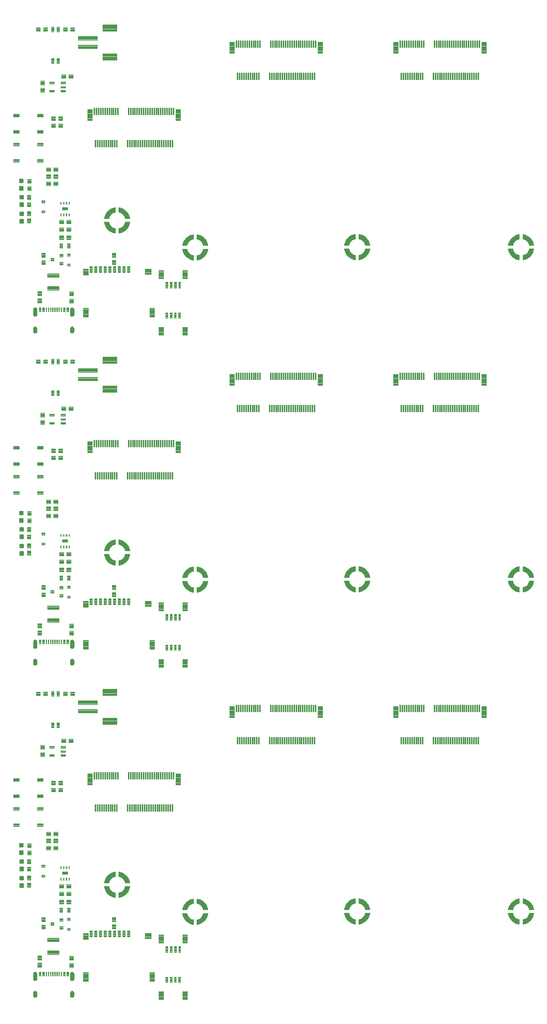
<source format=gtp>
G04 EAGLE Gerber RS-274X export*
G75*
%MOMM*%
%FSLAX34Y34*%
%LPD*%
%INSolderpaste Top*%
%IPPOS*%
%AMOC8*
5,1,8,0,0,1.08239X$1,22.5*%
G01*
%ADD10C,0.102000*%
%ADD11C,0.096000*%
%ADD12R,0.300000X1.750000*%
%ADD13C,0.100000*%
%ADD14C,0.099000*%
%ADD15C,0.300000*%
%ADD16C,0.099059*%
%ADD17R,1.375000X0.800000*%
%ADD18C,0.100800*%
%ADD19C,0.104000*%
%ADD20C,0.105000*%
%ADD21C,0.098000*%

G36*
X429259Y1733795D02*
X429259Y1733795D01*
X429304Y1733796D01*
X429355Y1733818D01*
X429410Y1733831D01*
X429446Y1733857D01*
X429486Y1733875D01*
X429525Y1733916D01*
X429570Y1733949D01*
X429593Y1733987D01*
X429623Y1734019D01*
X429643Y1734072D01*
X429672Y1734120D01*
X429680Y1734171D01*
X429693Y1734205D01*
X429692Y1734239D01*
X429699Y1734284D01*
X429699Y1745284D01*
X429689Y1745337D01*
X429688Y1745390D01*
X429669Y1745433D01*
X429660Y1745479D01*
X429629Y1745523D01*
X429608Y1745572D01*
X429574Y1745604D01*
X429547Y1745643D01*
X429502Y1745672D01*
X429463Y1745708D01*
X429412Y1745729D01*
X429380Y1745750D01*
X429348Y1745755D01*
X429309Y1745771D01*
X426574Y1746382D01*
X424010Y1747410D01*
X421646Y1748837D01*
X419542Y1750626D01*
X417753Y1752730D01*
X416326Y1755094D01*
X415298Y1757658D01*
X414687Y1760393D01*
X414665Y1760442D01*
X414653Y1760494D01*
X414625Y1760532D01*
X414606Y1760574D01*
X414567Y1760611D01*
X414535Y1760654D01*
X414495Y1760678D01*
X414461Y1760710D01*
X414410Y1760728D01*
X414364Y1760756D01*
X414310Y1760765D01*
X414274Y1760778D01*
X414242Y1760776D01*
X414200Y1760783D01*
X403200Y1760783D01*
X403145Y1760772D01*
X403089Y1760771D01*
X403048Y1760752D01*
X403005Y1760744D01*
X402959Y1760712D01*
X402908Y1760689D01*
X402878Y1760656D01*
X402841Y1760631D01*
X402811Y1760584D01*
X402773Y1760542D01*
X402758Y1760501D01*
X402734Y1760464D01*
X402725Y1760408D01*
X402706Y1760355D01*
X402707Y1760303D01*
X402701Y1760267D01*
X402709Y1760235D01*
X402709Y1760230D01*
X402709Y1760228D01*
X402709Y1760227D01*
X402710Y1760189D01*
X403549Y1755868D01*
X403561Y1755839D01*
X403569Y1755797D01*
X405038Y1751647D01*
X405054Y1751620D01*
X405068Y1751580D01*
X407134Y1747693D01*
X407154Y1747669D01*
X407173Y1747631D01*
X409791Y1744092D01*
X409815Y1744071D01*
X409840Y1744036D01*
X412952Y1740924D01*
X412967Y1740914D01*
X412975Y1740903D01*
X412990Y1740894D01*
X413008Y1740875D01*
X416547Y1738257D01*
X416575Y1738244D01*
X416609Y1738218D01*
X420496Y1736152D01*
X420526Y1736143D01*
X420563Y1736122D01*
X424713Y1734653D01*
X424744Y1734648D01*
X424784Y1734633D01*
X429105Y1733794D01*
X429161Y1733794D01*
X429217Y1733785D01*
X429259Y1733795D01*
G37*
G36*
X1192259Y1734049D02*
X1192259Y1734049D01*
X1192304Y1734050D01*
X1192355Y1734072D01*
X1192410Y1734085D01*
X1192446Y1734111D01*
X1192486Y1734129D01*
X1192525Y1734170D01*
X1192570Y1734203D01*
X1192593Y1734241D01*
X1192623Y1734273D01*
X1192643Y1734326D01*
X1192672Y1734374D01*
X1192680Y1734425D01*
X1192693Y1734459D01*
X1192692Y1734493D01*
X1192699Y1734538D01*
X1192699Y1745538D01*
X1192689Y1745591D01*
X1192688Y1745644D01*
X1192669Y1745687D01*
X1192660Y1745733D01*
X1192629Y1745777D01*
X1192608Y1745826D01*
X1192574Y1745858D01*
X1192547Y1745897D01*
X1192502Y1745926D01*
X1192463Y1745962D01*
X1192412Y1745983D01*
X1192380Y1746004D01*
X1192348Y1746009D01*
X1192309Y1746025D01*
X1189574Y1746636D01*
X1187010Y1747664D01*
X1184646Y1749091D01*
X1182542Y1750880D01*
X1180753Y1752984D01*
X1179326Y1755348D01*
X1178298Y1757912D01*
X1177687Y1760647D01*
X1177665Y1760696D01*
X1177653Y1760748D01*
X1177625Y1760786D01*
X1177606Y1760828D01*
X1177567Y1760865D01*
X1177535Y1760908D01*
X1177495Y1760932D01*
X1177461Y1760964D01*
X1177410Y1760982D01*
X1177364Y1761010D01*
X1177310Y1761019D01*
X1177274Y1761032D01*
X1177242Y1761030D01*
X1177200Y1761037D01*
X1166200Y1761037D01*
X1166145Y1761026D01*
X1166089Y1761025D01*
X1166048Y1761006D01*
X1166005Y1760998D01*
X1165959Y1760966D01*
X1165908Y1760943D01*
X1165878Y1760910D01*
X1165841Y1760885D01*
X1165811Y1760838D01*
X1165773Y1760796D01*
X1165758Y1760755D01*
X1165734Y1760718D01*
X1165725Y1760662D01*
X1165706Y1760609D01*
X1165707Y1760557D01*
X1165701Y1760521D01*
X1165709Y1760489D01*
X1165709Y1760484D01*
X1165709Y1760482D01*
X1165709Y1760481D01*
X1165710Y1760443D01*
X1166549Y1756122D01*
X1166561Y1756093D01*
X1166569Y1756051D01*
X1168038Y1751901D01*
X1168054Y1751874D01*
X1168068Y1751834D01*
X1170134Y1747947D01*
X1170154Y1747923D01*
X1170173Y1747885D01*
X1172791Y1744346D01*
X1172815Y1744325D01*
X1172840Y1744290D01*
X1175952Y1741178D01*
X1175967Y1741168D01*
X1175975Y1741157D01*
X1175990Y1741148D01*
X1176008Y1741129D01*
X1179547Y1738511D01*
X1179575Y1738498D01*
X1179609Y1738472D01*
X1183496Y1736406D01*
X1183526Y1736397D01*
X1183563Y1736376D01*
X1187713Y1734907D01*
X1187744Y1734902D01*
X1187784Y1734887D01*
X1192105Y1734048D01*
X1192161Y1734048D01*
X1192217Y1734039D01*
X1192259Y1734049D01*
G37*
G36*
X246031Y1796733D02*
X246031Y1796733D01*
X246076Y1796734D01*
X246127Y1796756D01*
X246182Y1796769D01*
X246218Y1796795D01*
X246258Y1796813D01*
X246297Y1796854D01*
X246342Y1796887D01*
X246365Y1796925D01*
X246395Y1796957D01*
X246415Y1797010D01*
X246444Y1797058D01*
X246452Y1797109D01*
X246465Y1797143D01*
X246464Y1797177D01*
X246471Y1797222D01*
X246471Y1808222D01*
X246461Y1808275D01*
X246460Y1808328D01*
X246441Y1808371D01*
X246432Y1808417D01*
X246401Y1808461D01*
X246380Y1808510D01*
X246346Y1808542D01*
X246319Y1808581D01*
X246274Y1808610D01*
X246235Y1808646D01*
X246184Y1808667D01*
X246152Y1808688D01*
X246120Y1808693D01*
X246081Y1808709D01*
X243346Y1809320D01*
X240782Y1810348D01*
X238418Y1811775D01*
X236314Y1813564D01*
X234525Y1815668D01*
X233098Y1818032D01*
X232070Y1820596D01*
X231459Y1823331D01*
X231437Y1823380D01*
X231425Y1823432D01*
X231397Y1823470D01*
X231378Y1823512D01*
X231339Y1823549D01*
X231307Y1823592D01*
X231267Y1823616D01*
X231233Y1823648D01*
X231182Y1823666D01*
X231136Y1823694D01*
X231082Y1823703D01*
X231046Y1823716D01*
X231014Y1823714D01*
X230972Y1823721D01*
X219972Y1823721D01*
X219917Y1823710D01*
X219861Y1823709D01*
X219820Y1823690D01*
X219777Y1823682D01*
X219731Y1823650D01*
X219680Y1823627D01*
X219650Y1823594D01*
X219613Y1823569D01*
X219583Y1823522D01*
X219545Y1823480D01*
X219530Y1823439D01*
X219506Y1823402D01*
X219497Y1823346D01*
X219478Y1823293D01*
X219479Y1823241D01*
X219473Y1823205D01*
X219481Y1823173D01*
X219481Y1823168D01*
X219481Y1823166D01*
X219481Y1823165D01*
X219482Y1823127D01*
X220321Y1818806D01*
X220333Y1818777D01*
X220341Y1818735D01*
X221810Y1814585D01*
X221826Y1814558D01*
X221840Y1814518D01*
X223906Y1810631D01*
X223926Y1810607D01*
X223945Y1810569D01*
X226563Y1807030D01*
X226587Y1807009D01*
X226612Y1806974D01*
X229724Y1803862D01*
X229739Y1803852D01*
X229747Y1803841D01*
X229762Y1803832D01*
X229780Y1803813D01*
X233319Y1801195D01*
X233347Y1801182D01*
X233381Y1801156D01*
X237268Y1799090D01*
X237298Y1799081D01*
X237335Y1799060D01*
X241485Y1797591D01*
X241516Y1797586D01*
X241556Y1797571D01*
X245877Y1796732D01*
X245933Y1796732D01*
X245989Y1796723D01*
X246031Y1796733D01*
G37*
G36*
X808259Y180077D02*
X808259Y180077D01*
X808304Y180078D01*
X808355Y180100D01*
X808410Y180113D01*
X808446Y180139D01*
X808486Y180157D01*
X808525Y180198D01*
X808570Y180231D01*
X808593Y180269D01*
X808623Y180301D01*
X808643Y180354D01*
X808672Y180402D01*
X808680Y180453D01*
X808693Y180487D01*
X808692Y180521D01*
X808699Y180566D01*
X808699Y191566D01*
X808689Y191619D01*
X808688Y191672D01*
X808669Y191715D01*
X808660Y191761D01*
X808629Y191805D01*
X808608Y191854D01*
X808574Y191886D01*
X808547Y191925D01*
X808502Y191954D01*
X808463Y191990D01*
X808412Y192011D01*
X808380Y192032D01*
X808348Y192037D01*
X808309Y192053D01*
X805574Y192664D01*
X803010Y193692D01*
X800646Y195119D01*
X798542Y196908D01*
X796753Y199012D01*
X795326Y201376D01*
X794298Y203940D01*
X793687Y206675D01*
X793665Y206724D01*
X793653Y206776D01*
X793625Y206814D01*
X793606Y206856D01*
X793567Y206893D01*
X793535Y206936D01*
X793495Y206960D01*
X793461Y206992D01*
X793410Y207010D01*
X793364Y207038D01*
X793310Y207047D01*
X793274Y207060D01*
X793242Y207058D01*
X793200Y207065D01*
X782200Y207065D01*
X782145Y207054D01*
X782089Y207053D01*
X782048Y207034D01*
X782005Y207026D01*
X781959Y206994D01*
X781908Y206971D01*
X781878Y206938D01*
X781841Y206913D01*
X781811Y206866D01*
X781773Y206824D01*
X781758Y206783D01*
X781734Y206746D01*
X781725Y206690D01*
X781706Y206637D01*
X781707Y206585D01*
X781701Y206549D01*
X781709Y206517D01*
X781709Y206512D01*
X781709Y206510D01*
X781709Y206509D01*
X781710Y206471D01*
X782549Y202150D01*
X782561Y202121D01*
X782569Y202079D01*
X784038Y197929D01*
X784054Y197902D01*
X784068Y197862D01*
X786134Y193975D01*
X786154Y193951D01*
X786173Y193913D01*
X788791Y190374D01*
X788815Y190353D01*
X788840Y190318D01*
X791952Y187206D01*
X791967Y187196D01*
X791975Y187185D01*
X791990Y187176D01*
X792008Y187157D01*
X795547Y184539D01*
X795575Y184526D01*
X795609Y184500D01*
X799496Y182434D01*
X799526Y182425D01*
X799563Y182404D01*
X803713Y180935D01*
X803744Y180930D01*
X803784Y180915D01*
X808105Y180076D01*
X808161Y180076D01*
X808217Y180067D01*
X808259Y180077D01*
G37*
G36*
X1192259Y956809D02*
X1192259Y956809D01*
X1192304Y956810D01*
X1192355Y956832D01*
X1192410Y956845D01*
X1192446Y956871D01*
X1192486Y956889D01*
X1192525Y956930D01*
X1192570Y956963D01*
X1192593Y957001D01*
X1192623Y957033D01*
X1192643Y957086D01*
X1192672Y957134D01*
X1192680Y957185D01*
X1192693Y957219D01*
X1192692Y957253D01*
X1192699Y957298D01*
X1192699Y968298D01*
X1192689Y968351D01*
X1192688Y968404D01*
X1192669Y968447D01*
X1192660Y968493D01*
X1192629Y968537D01*
X1192608Y968586D01*
X1192574Y968618D01*
X1192547Y968657D01*
X1192502Y968686D01*
X1192463Y968722D01*
X1192412Y968743D01*
X1192380Y968764D01*
X1192348Y968769D01*
X1192309Y968785D01*
X1189574Y969396D01*
X1187010Y970424D01*
X1184646Y971851D01*
X1182542Y973640D01*
X1180753Y975744D01*
X1179326Y978108D01*
X1178298Y980672D01*
X1177687Y983407D01*
X1177665Y983456D01*
X1177653Y983508D01*
X1177625Y983546D01*
X1177606Y983588D01*
X1177567Y983625D01*
X1177535Y983668D01*
X1177495Y983692D01*
X1177461Y983724D01*
X1177410Y983742D01*
X1177364Y983770D01*
X1177310Y983779D01*
X1177274Y983792D01*
X1177242Y983790D01*
X1177200Y983797D01*
X1166200Y983797D01*
X1166145Y983786D01*
X1166089Y983785D01*
X1166048Y983766D01*
X1166005Y983758D01*
X1165959Y983726D01*
X1165908Y983703D01*
X1165878Y983670D01*
X1165841Y983645D01*
X1165811Y983598D01*
X1165773Y983556D01*
X1165758Y983515D01*
X1165734Y983478D01*
X1165725Y983422D01*
X1165706Y983369D01*
X1165707Y983317D01*
X1165701Y983281D01*
X1165709Y983249D01*
X1165709Y983244D01*
X1165709Y983242D01*
X1165709Y983241D01*
X1165710Y983203D01*
X1166549Y978882D01*
X1166561Y978853D01*
X1166569Y978811D01*
X1168038Y974661D01*
X1168054Y974634D01*
X1168068Y974594D01*
X1170134Y970707D01*
X1170154Y970683D01*
X1170173Y970645D01*
X1172791Y967106D01*
X1172815Y967085D01*
X1172840Y967050D01*
X1175952Y963938D01*
X1175967Y963928D01*
X1175975Y963917D01*
X1175990Y963908D01*
X1176008Y963889D01*
X1179547Y961271D01*
X1179575Y961258D01*
X1179609Y961232D01*
X1183496Y959166D01*
X1183526Y959157D01*
X1183563Y959136D01*
X1187713Y957667D01*
X1187744Y957662D01*
X1187784Y957647D01*
X1192105Y956808D01*
X1192161Y956808D01*
X1192217Y956799D01*
X1192259Y956809D01*
G37*
G36*
X1192259Y179569D02*
X1192259Y179569D01*
X1192304Y179570D01*
X1192355Y179592D01*
X1192410Y179605D01*
X1192446Y179631D01*
X1192486Y179649D01*
X1192525Y179690D01*
X1192570Y179723D01*
X1192593Y179761D01*
X1192623Y179793D01*
X1192643Y179846D01*
X1192672Y179894D01*
X1192680Y179945D01*
X1192693Y179979D01*
X1192692Y180013D01*
X1192699Y180058D01*
X1192699Y191058D01*
X1192689Y191111D01*
X1192688Y191164D01*
X1192669Y191207D01*
X1192660Y191253D01*
X1192629Y191297D01*
X1192608Y191346D01*
X1192574Y191378D01*
X1192547Y191417D01*
X1192502Y191446D01*
X1192463Y191482D01*
X1192412Y191503D01*
X1192380Y191524D01*
X1192348Y191529D01*
X1192309Y191545D01*
X1189574Y192156D01*
X1187010Y193184D01*
X1184646Y194611D01*
X1182542Y196400D01*
X1180753Y198504D01*
X1179326Y200868D01*
X1178298Y203432D01*
X1177687Y206167D01*
X1177665Y206216D01*
X1177653Y206268D01*
X1177625Y206306D01*
X1177606Y206348D01*
X1177567Y206385D01*
X1177535Y206428D01*
X1177495Y206452D01*
X1177461Y206484D01*
X1177410Y206502D01*
X1177364Y206530D01*
X1177310Y206539D01*
X1177274Y206552D01*
X1177242Y206550D01*
X1177200Y206557D01*
X1166200Y206557D01*
X1166145Y206546D01*
X1166089Y206545D01*
X1166048Y206526D01*
X1166005Y206518D01*
X1165959Y206486D01*
X1165908Y206463D01*
X1165878Y206430D01*
X1165841Y206405D01*
X1165811Y206358D01*
X1165773Y206316D01*
X1165758Y206275D01*
X1165734Y206238D01*
X1165725Y206182D01*
X1165706Y206129D01*
X1165707Y206077D01*
X1165701Y206041D01*
X1165709Y206009D01*
X1165709Y206004D01*
X1165709Y206002D01*
X1165709Y206001D01*
X1165710Y205963D01*
X1166549Y201642D01*
X1166561Y201613D01*
X1166569Y201571D01*
X1168038Y197421D01*
X1168054Y197394D01*
X1168068Y197354D01*
X1170134Y193467D01*
X1170154Y193443D01*
X1170173Y193405D01*
X1172791Y189866D01*
X1172815Y189845D01*
X1172840Y189810D01*
X1175952Y186698D01*
X1175967Y186688D01*
X1175975Y186677D01*
X1175990Y186668D01*
X1176008Y186649D01*
X1179547Y184031D01*
X1179575Y184018D01*
X1179609Y183992D01*
X1183496Y181926D01*
X1183526Y181917D01*
X1183563Y181896D01*
X1187713Y180427D01*
X1187744Y180422D01*
X1187784Y180407D01*
X1192105Y179568D01*
X1192161Y179568D01*
X1192217Y179559D01*
X1192259Y179569D01*
G37*
G36*
X246031Y1019493D02*
X246031Y1019493D01*
X246076Y1019494D01*
X246127Y1019516D01*
X246182Y1019529D01*
X246218Y1019555D01*
X246258Y1019573D01*
X246297Y1019614D01*
X246342Y1019647D01*
X246365Y1019685D01*
X246395Y1019717D01*
X246415Y1019770D01*
X246444Y1019818D01*
X246452Y1019869D01*
X246465Y1019903D01*
X246464Y1019937D01*
X246471Y1019982D01*
X246471Y1030982D01*
X246461Y1031035D01*
X246460Y1031088D01*
X246441Y1031131D01*
X246432Y1031177D01*
X246401Y1031221D01*
X246380Y1031270D01*
X246346Y1031302D01*
X246319Y1031341D01*
X246274Y1031370D01*
X246235Y1031406D01*
X246184Y1031427D01*
X246152Y1031448D01*
X246120Y1031453D01*
X246081Y1031469D01*
X243346Y1032080D01*
X240782Y1033108D01*
X238418Y1034535D01*
X236314Y1036324D01*
X234525Y1038428D01*
X233098Y1040792D01*
X232070Y1043356D01*
X231459Y1046091D01*
X231437Y1046140D01*
X231425Y1046192D01*
X231397Y1046230D01*
X231378Y1046272D01*
X231339Y1046309D01*
X231307Y1046352D01*
X231267Y1046376D01*
X231233Y1046408D01*
X231182Y1046426D01*
X231136Y1046454D01*
X231082Y1046463D01*
X231046Y1046476D01*
X231014Y1046474D01*
X230972Y1046481D01*
X219972Y1046481D01*
X219917Y1046470D01*
X219861Y1046469D01*
X219820Y1046450D01*
X219777Y1046442D01*
X219731Y1046410D01*
X219680Y1046387D01*
X219650Y1046354D01*
X219613Y1046329D01*
X219583Y1046282D01*
X219545Y1046240D01*
X219530Y1046199D01*
X219506Y1046162D01*
X219497Y1046106D01*
X219478Y1046053D01*
X219479Y1046001D01*
X219473Y1045965D01*
X219481Y1045933D01*
X219481Y1045928D01*
X219481Y1045926D01*
X219481Y1045925D01*
X219482Y1045887D01*
X220321Y1041566D01*
X220333Y1041537D01*
X220341Y1041495D01*
X221810Y1037345D01*
X221826Y1037318D01*
X221840Y1037278D01*
X223906Y1033391D01*
X223926Y1033367D01*
X223945Y1033329D01*
X226563Y1029790D01*
X226587Y1029769D01*
X226612Y1029734D01*
X229724Y1026622D01*
X229739Y1026612D01*
X229747Y1026601D01*
X229762Y1026592D01*
X229780Y1026573D01*
X233319Y1023955D01*
X233347Y1023942D01*
X233381Y1023916D01*
X237268Y1021850D01*
X237298Y1021841D01*
X237335Y1021820D01*
X241485Y1020351D01*
X241516Y1020346D01*
X241556Y1020331D01*
X245877Y1019492D01*
X245933Y1019492D01*
X245989Y1019483D01*
X246031Y1019493D01*
G37*
G36*
X808259Y957317D02*
X808259Y957317D01*
X808304Y957318D01*
X808355Y957340D01*
X808410Y957353D01*
X808446Y957379D01*
X808486Y957397D01*
X808525Y957438D01*
X808570Y957471D01*
X808593Y957509D01*
X808623Y957541D01*
X808643Y957594D01*
X808672Y957642D01*
X808680Y957693D01*
X808693Y957727D01*
X808692Y957761D01*
X808699Y957806D01*
X808699Y968806D01*
X808689Y968859D01*
X808688Y968912D01*
X808669Y968955D01*
X808660Y969001D01*
X808629Y969045D01*
X808608Y969094D01*
X808574Y969126D01*
X808547Y969165D01*
X808502Y969194D01*
X808463Y969230D01*
X808412Y969251D01*
X808380Y969272D01*
X808348Y969277D01*
X808309Y969293D01*
X805574Y969904D01*
X803010Y970932D01*
X800646Y972359D01*
X798542Y974148D01*
X796753Y976252D01*
X795326Y978616D01*
X794298Y981180D01*
X793687Y983915D01*
X793665Y983964D01*
X793653Y984016D01*
X793625Y984054D01*
X793606Y984096D01*
X793567Y984133D01*
X793535Y984176D01*
X793495Y984200D01*
X793461Y984232D01*
X793410Y984250D01*
X793364Y984278D01*
X793310Y984287D01*
X793274Y984300D01*
X793242Y984298D01*
X793200Y984305D01*
X782200Y984305D01*
X782145Y984294D01*
X782089Y984293D01*
X782048Y984274D01*
X782005Y984266D01*
X781959Y984234D01*
X781908Y984211D01*
X781878Y984178D01*
X781841Y984153D01*
X781811Y984106D01*
X781773Y984064D01*
X781758Y984023D01*
X781734Y983986D01*
X781725Y983930D01*
X781706Y983877D01*
X781707Y983825D01*
X781701Y983789D01*
X781709Y983757D01*
X781709Y983752D01*
X781709Y983750D01*
X781709Y983749D01*
X781710Y983711D01*
X782549Y979390D01*
X782561Y979361D01*
X782569Y979319D01*
X784038Y975169D01*
X784054Y975142D01*
X784068Y975102D01*
X786134Y971215D01*
X786154Y971191D01*
X786173Y971153D01*
X788791Y967614D01*
X788815Y967593D01*
X788840Y967558D01*
X791952Y964446D01*
X791967Y964436D01*
X791975Y964425D01*
X791990Y964416D01*
X792008Y964397D01*
X795547Y961779D01*
X795575Y961766D01*
X795609Y961740D01*
X799496Y959674D01*
X799526Y959665D01*
X799563Y959644D01*
X803713Y958175D01*
X803744Y958170D01*
X803784Y958155D01*
X808105Y957316D01*
X808161Y957316D01*
X808217Y957307D01*
X808259Y957317D01*
G37*
G36*
X246031Y242253D02*
X246031Y242253D01*
X246076Y242254D01*
X246127Y242276D01*
X246182Y242289D01*
X246218Y242315D01*
X246258Y242333D01*
X246297Y242374D01*
X246342Y242407D01*
X246365Y242445D01*
X246395Y242477D01*
X246415Y242530D01*
X246444Y242578D01*
X246452Y242629D01*
X246465Y242663D01*
X246464Y242697D01*
X246471Y242742D01*
X246471Y253742D01*
X246461Y253795D01*
X246460Y253848D01*
X246441Y253891D01*
X246432Y253937D01*
X246401Y253981D01*
X246380Y254030D01*
X246346Y254062D01*
X246319Y254101D01*
X246274Y254130D01*
X246235Y254166D01*
X246184Y254187D01*
X246152Y254208D01*
X246120Y254213D01*
X246081Y254229D01*
X243346Y254840D01*
X240782Y255868D01*
X238418Y257295D01*
X236314Y259084D01*
X234525Y261188D01*
X233098Y263552D01*
X232070Y266116D01*
X231459Y268851D01*
X231437Y268900D01*
X231425Y268952D01*
X231397Y268990D01*
X231378Y269032D01*
X231339Y269069D01*
X231307Y269112D01*
X231267Y269136D01*
X231233Y269168D01*
X231182Y269186D01*
X231136Y269214D01*
X231082Y269223D01*
X231046Y269236D01*
X231014Y269234D01*
X230972Y269241D01*
X219972Y269241D01*
X219917Y269230D01*
X219861Y269229D01*
X219820Y269210D01*
X219777Y269202D01*
X219731Y269170D01*
X219680Y269147D01*
X219650Y269114D01*
X219613Y269089D01*
X219583Y269042D01*
X219545Y269000D01*
X219530Y268959D01*
X219506Y268922D01*
X219497Y268866D01*
X219478Y268813D01*
X219479Y268761D01*
X219473Y268725D01*
X219481Y268693D01*
X219481Y268688D01*
X219481Y268686D01*
X219481Y268685D01*
X219482Y268647D01*
X220321Y264326D01*
X220333Y264297D01*
X220341Y264255D01*
X221810Y260105D01*
X221826Y260078D01*
X221840Y260038D01*
X223906Y256151D01*
X223926Y256127D01*
X223945Y256089D01*
X226563Y252550D01*
X226587Y252529D01*
X226612Y252494D01*
X229724Y249382D01*
X229739Y249372D01*
X229747Y249361D01*
X229762Y249352D01*
X229780Y249333D01*
X233319Y246715D01*
X233347Y246702D01*
X233381Y246676D01*
X237268Y244610D01*
X237298Y244601D01*
X237335Y244580D01*
X241485Y243111D01*
X241516Y243106D01*
X241556Y243091D01*
X245877Y242252D01*
X245933Y242252D01*
X245989Y242243D01*
X246031Y242253D01*
G37*
G36*
X429259Y956555D02*
X429259Y956555D01*
X429304Y956556D01*
X429355Y956578D01*
X429410Y956591D01*
X429446Y956617D01*
X429486Y956635D01*
X429525Y956676D01*
X429570Y956709D01*
X429593Y956747D01*
X429623Y956779D01*
X429643Y956832D01*
X429672Y956880D01*
X429680Y956931D01*
X429693Y956965D01*
X429692Y956999D01*
X429699Y957044D01*
X429699Y968044D01*
X429689Y968097D01*
X429688Y968150D01*
X429669Y968193D01*
X429660Y968239D01*
X429629Y968283D01*
X429608Y968332D01*
X429574Y968364D01*
X429547Y968403D01*
X429502Y968432D01*
X429463Y968468D01*
X429412Y968489D01*
X429380Y968510D01*
X429348Y968515D01*
X429309Y968531D01*
X426574Y969142D01*
X424010Y970170D01*
X421646Y971597D01*
X419542Y973386D01*
X417753Y975490D01*
X416326Y977854D01*
X415298Y980418D01*
X414687Y983153D01*
X414665Y983202D01*
X414653Y983254D01*
X414625Y983292D01*
X414606Y983334D01*
X414567Y983371D01*
X414535Y983414D01*
X414495Y983438D01*
X414461Y983470D01*
X414410Y983488D01*
X414364Y983516D01*
X414310Y983525D01*
X414274Y983538D01*
X414242Y983536D01*
X414200Y983543D01*
X403200Y983543D01*
X403145Y983532D01*
X403089Y983531D01*
X403048Y983512D01*
X403005Y983504D01*
X402959Y983472D01*
X402908Y983449D01*
X402878Y983416D01*
X402841Y983391D01*
X402811Y983344D01*
X402773Y983302D01*
X402758Y983261D01*
X402734Y983224D01*
X402725Y983168D01*
X402706Y983115D01*
X402707Y983063D01*
X402701Y983027D01*
X402709Y982995D01*
X402709Y982990D01*
X402709Y982988D01*
X402709Y982987D01*
X402710Y982949D01*
X403549Y978628D01*
X403561Y978599D01*
X403569Y978557D01*
X405038Y974407D01*
X405054Y974380D01*
X405068Y974340D01*
X407134Y970453D01*
X407154Y970429D01*
X407173Y970391D01*
X409791Y966852D01*
X409815Y966831D01*
X409840Y966796D01*
X412952Y963684D01*
X412967Y963674D01*
X412975Y963663D01*
X412990Y963654D01*
X413008Y963635D01*
X416547Y961017D01*
X416575Y961004D01*
X416609Y960978D01*
X420496Y958912D01*
X420526Y958903D01*
X420563Y958882D01*
X424713Y957413D01*
X424744Y957408D01*
X424784Y957393D01*
X429105Y956554D01*
X429161Y956554D01*
X429217Y956545D01*
X429259Y956555D01*
G37*
G36*
X429259Y179315D02*
X429259Y179315D01*
X429304Y179316D01*
X429355Y179338D01*
X429410Y179351D01*
X429446Y179377D01*
X429486Y179395D01*
X429525Y179436D01*
X429570Y179469D01*
X429593Y179507D01*
X429623Y179539D01*
X429643Y179592D01*
X429672Y179640D01*
X429680Y179691D01*
X429693Y179725D01*
X429692Y179759D01*
X429699Y179804D01*
X429699Y190804D01*
X429689Y190857D01*
X429688Y190910D01*
X429669Y190953D01*
X429660Y190999D01*
X429629Y191043D01*
X429608Y191092D01*
X429574Y191124D01*
X429547Y191163D01*
X429502Y191192D01*
X429463Y191228D01*
X429412Y191249D01*
X429380Y191270D01*
X429348Y191275D01*
X429309Y191291D01*
X426574Y191902D01*
X424010Y192930D01*
X421646Y194357D01*
X419542Y196146D01*
X417753Y198250D01*
X416326Y200614D01*
X415298Y203178D01*
X414687Y205913D01*
X414665Y205962D01*
X414653Y206014D01*
X414625Y206052D01*
X414606Y206094D01*
X414567Y206131D01*
X414535Y206174D01*
X414495Y206198D01*
X414461Y206230D01*
X414410Y206248D01*
X414364Y206276D01*
X414310Y206285D01*
X414274Y206298D01*
X414242Y206296D01*
X414200Y206303D01*
X403200Y206303D01*
X403145Y206292D01*
X403089Y206291D01*
X403048Y206272D01*
X403005Y206264D01*
X402959Y206232D01*
X402908Y206209D01*
X402878Y206176D01*
X402841Y206151D01*
X402811Y206104D01*
X402773Y206062D01*
X402758Y206021D01*
X402734Y205984D01*
X402725Y205928D01*
X402706Y205875D01*
X402707Y205823D01*
X402701Y205787D01*
X402709Y205755D01*
X402709Y205750D01*
X402709Y205748D01*
X402709Y205747D01*
X402710Y205709D01*
X403549Y201388D01*
X403561Y201359D01*
X403569Y201317D01*
X405038Y197167D01*
X405054Y197140D01*
X405068Y197100D01*
X407134Y193213D01*
X407154Y193189D01*
X407173Y193151D01*
X409791Y189612D01*
X409815Y189591D01*
X409840Y189556D01*
X412952Y186444D01*
X412967Y186434D01*
X412975Y186423D01*
X412990Y186414D01*
X413008Y186395D01*
X416547Y183777D01*
X416575Y183764D01*
X416609Y183738D01*
X420496Y181672D01*
X420526Y181663D01*
X420563Y181642D01*
X424713Y180173D01*
X424744Y180168D01*
X424784Y180153D01*
X429105Y179314D01*
X429161Y179314D01*
X429217Y179305D01*
X429259Y179315D01*
G37*
G36*
X808259Y1734557D02*
X808259Y1734557D01*
X808304Y1734558D01*
X808355Y1734580D01*
X808410Y1734593D01*
X808446Y1734619D01*
X808486Y1734637D01*
X808525Y1734678D01*
X808570Y1734711D01*
X808593Y1734749D01*
X808623Y1734781D01*
X808643Y1734834D01*
X808672Y1734882D01*
X808680Y1734933D01*
X808693Y1734967D01*
X808692Y1735001D01*
X808699Y1735046D01*
X808699Y1746046D01*
X808689Y1746099D01*
X808688Y1746152D01*
X808669Y1746195D01*
X808660Y1746241D01*
X808629Y1746285D01*
X808608Y1746334D01*
X808574Y1746366D01*
X808547Y1746405D01*
X808502Y1746434D01*
X808463Y1746470D01*
X808412Y1746491D01*
X808380Y1746512D01*
X808348Y1746517D01*
X808309Y1746533D01*
X805574Y1747144D01*
X803010Y1748172D01*
X800646Y1749599D01*
X798542Y1751388D01*
X796753Y1753492D01*
X795326Y1755856D01*
X794298Y1758420D01*
X793687Y1761155D01*
X793665Y1761204D01*
X793653Y1761256D01*
X793625Y1761294D01*
X793606Y1761336D01*
X793567Y1761373D01*
X793535Y1761416D01*
X793495Y1761440D01*
X793461Y1761472D01*
X793410Y1761490D01*
X793364Y1761518D01*
X793310Y1761527D01*
X793274Y1761540D01*
X793242Y1761538D01*
X793200Y1761545D01*
X782200Y1761545D01*
X782145Y1761534D01*
X782089Y1761533D01*
X782048Y1761514D01*
X782005Y1761506D01*
X781959Y1761474D01*
X781908Y1761451D01*
X781878Y1761418D01*
X781841Y1761393D01*
X781811Y1761346D01*
X781773Y1761304D01*
X781758Y1761263D01*
X781734Y1761226D01*
X781725Y1761170D01*
X781706Y1761117D01*
X781707Y1761065D01*
X781701Y1761029D01*
X781709Y1760997D01*
X781709Y1760992D01*
X781709Y1760990D01*
X781709Y1760989D01*
X781710Y1760951D01*
X782549Y1756630D01*
X782561Y1756601D01*
X782569Y1756559D01*
X784038Y1752409D01*
X784054Y1752382D01*
X784068Y1752342D01*
X786134Y1748455D01*
X786154Y1748431D01*
X786173Y1748393D01*
X788791Y1744854D01*
X788815Y1744833D01*
X788840Y1744798D01*
X791952Y1741686D01*
X791967Y1741676D01*
X791975Y1741665D01*
X791990Y1741656D01*
X792008Y1741637D01*
X795547Y1739019D01*
X795575Y1739006D01*
X795609Y1738980D01*
X799496Y1736914D01*
X799526Y1736905D01*
X799563Y1736884D01*
X803713Y1735415D01*
X803744Y1735410D01*
X803784Y1735395D01*
X808105Y1734556D01*
X808161Y1734556D01*
X808217Y1734547D01*
X808259Y1734557D01*
G37*
G36*
X1177253Y213569D02*
X1177253Y213569D01*
X1177306Y213570D01*
X1177349Y213589D01*
X1177395Y213598D01*
X1177439Y213629D01*
X1177488Y213650D01*
X1177520Y213684D01*
X1177559Y213711D01*
X1177588Y213756D01*
X1177624Y213795D01*
X1177645Y213846D01*
X1177666Y213878D01*
X1177671Y213910D01*
X1177687Y213949D01*
X1178298Y216684D01*
X1179326Y219248D01*
X1180753Y221612D01*
X1182542Y223716D01*
X1184646Y225505D01*
X1187010Y226932D01*
X1189574Y227960D01*
X1192309Y228571D01*
X1192358Y228593D01*
X1192410Y228605D01*
X1192448Y228633D01*
X1192490Y228652D01*
X1192527Y228691D01*
X1192570Y228723D01*
X1192594Y228763D01*
X1192626Y228797D01*
X1192644Y228848D01*
X1192672Y228894D01*
X1192681Y228948D01*
X1192694Y228984D01*
X1192692Y229016D01*
X1192699Y229058D01*
X1192699Y240058D01*
X1192688Y240113D01*
X1192687Y240169D01*
X1192668Y240210D01*
X1192660Y240253D01*
X1192628Y240299D01*
X1192605Y240351D01*
X1192572Y240380D01*
X1192547Y240417D01*
X1192500Y240447D01*
X1192458Y240485D01*
X1192417Y240500D01*
X1192380Y240524D01*
X1192324Y240533D01*
X1192271Y240552D01*
X1192219Y240551D01*
X1192183Y240557D01*
X1192151Y240549D01*
X1192105Y240548D01*
X1187784Y239709D01*
X1187755Y239697D01*
X1187713Y239689D01*
X1183563Y238220D01*
X1183536Y238204D01*
X1183496Y238190D01*
X1179609Y236124D01*
X1179585Y236104D01*
X1179547Y236085D01*
X1176008Y233467D01*
X1175987Y233443D01*
X1175952Y233418D01*
X1172840Y230306D01*
X1172822Y230280D01*
X1172791Y230250D01*
X1170173Y226712D01*
X1170160Y226683D01*
X1170134Y226649D01*
X1168068Y222762D01*
X1168061Y222739D01*
X1168052Y222725D01*
X1168051Y222717D01*
X1168038Y222695D01*
X1166569Y218545D01*
X1166564Y218514D01*
X1166549Y218474D01*
X1165710Y214153D01*
X1165710Y214097D01*
X1165701Y214041D01*
X1165711Y213999D01*
X1165712Y213954D01*
X1165734Y213903D01*
X1165747Y213848D01*
X1165773Y213813D01*
X1165791Y213772D01*
X1165832Y213733D01*
X1165865Y213688D01*
X1165903Y213665D01*
X1165935Y213635D01*
X1165988Y213615D01*
X1166036Y213586D01*
X1166087Y213578D01*
X1166121Y213565D01*
X1166155Y213566D01*
X1166200Y213559D01*
X1177200Y213559D01*
X1177253Y213569D01*
G37*
G36*
X414253Y213315D02*
X414253Y213315D01*
X414306Y213316D01*
X414349Y213335D01*
X414395Y213344D01*
X414439Y213375D01*
X414488Y213396D01*
X414520Y213430D01*
X414559Y213457D01*
X414588Y213502D01*
X414624Y213541D01*
X414645Y213592D01*
X414666Y213624D01*
X414671Y213656D01*
X414687Y213695D01*
X415298Y216430D01*
X416326Y218994D01*
X417753Y221358D01*
X419542Y223462D01*
X421646Y225251D01*
X424010Y226678D01*
X426574Y227706D01*
X429309Y228317D01*
X429358Y228339D01*
X429410Y228351D01*
X429448Y228379D01*
X429490Y228398D01*
X429527Y228437D01*
X429570Y228469D01*
X429594Y228509D01*
X429626Y228543D01*
X429644Y228594D01*
X429672Y228640D01*
X429681Y228694D01*
X429694Y228730D01*
X429692Y228762D01*
X429699Y228804D01*
X429699Y239804D01*
X429688Y239859D01*
X429687Y239915D01*
X429668Y239956D01*
X429660Y239999D01*
X429628Y240045D01*
X429605Y240097D01*
X429572Y240126D01*
X429547Y240163D01*
X429500Y240193D01*
X429458Y240231D01*
X429417Y240246D01*
X429380Y240270D01*
X429324Y240279D01*
X429271Y240298D01*
X429219Y240297D01*
X429183Y240303D01*
X429151Y240295D01*
X429105Y240294D01*
X424784Y239455D01*
X424755Y239443D01*
X424713Y239435D01*
X420563Y237966D01*
X420536Y237950D01*
X420496Y237936D01*
X416609Y235870D01*
X416585Y235850D01*
X416547Y235831D01*
X413008Y233213D01*
X412987Y233189D01*
X412952Y233164D01*
X409840Y230052D01*
X409822Y230026D01*
X409791Y229996D01*
X407173Y226458D01*
X407160Y226429D01*
X407134Y226395D01*
X405068Y222508D01*
X405061Y222485D01*
X405052Y222471D01*
X405051Y222463D01*
X405038Y222441D01*
X403569Y218291D01*
X403564Y218260D01*
X403549Y218220D01*
X402710Y213899D01*
X402710Y213843D01*
X402701Y213787D01*
X402711Y213745D01*
X402712Y213700D01*
X402734Y213649D01*
X402747Y213594D01*
X402773Y213559D01*
X402791Y213518D01*
X402832Y213479D01*
X402865Y213434D01*
X402903Y213411D01*
X402935Y213381D01*
X402988Y213361D01*
X403036Y213332D01*
X403087Y213324D01*
X403121Y213311D01*
X403155Y213312D01*
X403200Y213305D01*
X414200Y213305D01*
X414253Y213315D01*
G37*
G36*
X231025Y1053493D02*
X231025Y1053493D01*
X231078Y1053494D01*
X231121Y1053513D01*
X231167Y1053522D01*
X231211Y1053553D01*
X231260Y1053574D01*
X231292Y1053608D01*
X231331Y1053635D01*
X231360Y1053680D01*
X231396Y1053719D01*
X231417Y1053770D01*
X231438Y1053802D01*
X231443Y1053834D01*
X231459Y1053873D01*
X232070Y1056608D01*
X233098Y1059172D01*
X234525Y1061536D01*
X236314Y1063640D01*
X238418Y1065429D01*
X240782Y1066856D01*
X243346Y1067884D01*
X246081Y1068495D01*
X246130Y1068517D01*
X246182Y1068529D01*
X246220Y1068557D01*
X246262Y1068576D01*
X246299Y1068615D01*
X246342Y1068647D01*
X246366Y1068687D01*
X246398Y1068721D01*
X246416Y1068772D01*
X246444Y1068818D01*
X246453Y1068872D01*
X246466Y1068908D01*
X246464Y1068940D01*
X246471Y1068982D01*
X246471Y1079982D01*
X246460Y1080037D01*
X246459Y1080093D01*
X246440Y1080134D01*
X246432Y1080177D01*
X246400Y1080223D01*
X246377Y1080275D01*
X246344Y1080304D01*
X246319Y1080341D01*
X246272Y1080371D01*
X246230Y1080409D01*
X246189Y1080424D01*
X246152Y1080448D01*
X246096Y1080457D01*
X246043Y1080476D01*
X245991Y1080475D01*
X245955Y1080481D01*
X245923Y1080473D01*
X245877Y1080472D01*
X241556Y1079633D01*
X241527Y1079621D01*
X241485Y1079613D01*
X237335Y1078144D01*
X237308Y1078128D01*
X237268Y1078114D01*
X233381Y1076048D01*
X233357Y1076028D01*
X233319Y1076009D01*
X229780Y1073391D01*
X229759Y1073367D01*
X229724Y1073342D01*
X226612Y1070230D01*
X226594Y1070204D01*
X226563Y1070174D01*
X223945Y1066636D01*
X223932Y1066607D01*
X223906Y1066573D01*
X221840Y1062686D01*
X221833Y1062663D01*
X221824Y1062649D01*
X221823Y1062641D01*
X221810Y1062619D01*
X220341Y1058469D01*
X220336Y1058438D01*
X220321Y1058398D01*
X219482Y1054077D01*
X219482Y1054021D01*
X219473Y1053965D01*
X219483Y1053923D01*
X219484Y1053878D01*
X219506Y1053827D01*
X219519Y1053772D01*
X219545Y1053737D01*
X219563Y1053696D01*
X219604Y1053657D01*
X219637Y1053612D01*
X219675Y1053589D01*
X219707Y1053559D01*
X219760Y1053539D01*
X219808Y1053510D01*
X219859Y1053502D01*
X219893Y1053489D01*
X219927Y1053490D01*
X219972Y1053483D01*
X230972Y1053483D01*
X231025Y1053493D01*
G37*
G36*
X793253Y1768557D02*
X793253Y1768557D01*
X793306Y1768558D01*
X793349Y1768577D01*
X793395Y1768586D01*
X793439Y1768617D01*
X793488Y1768638D01*
X793520Y1768672D01*
X793559Y1768699D01*
X793588Y1768744D01*
X793624Y1768783D01*
X793645Y1768834D01*
X793666Y1768866D01*
X793671Y1768898D01*
X793687Y1768937D01*
X794298Y1771672D01*
X795326Y1774236D01*
X796753Y1776600D01*
X798542Y1778704D01*
X800646Y1780493D01*
X803010Y1781920D01*
X805574Y1782948D01*
X808309Y1783559D01*
X808358Y1783581D01*
X808410Y1783593D01*
X808448Y1783621D01*
X808490Y1783640D01*
X808527Y1783679D01*
X808570Y1783711D01*
X808594Y1783751D01*
X808626Y1783785D01*
X808644Y1783836D01*
X808672Y1783882D01*
X808681Y1783936D01*
X808694Y1783972D01*
X808692Y1784004D01*
X808699Y1784046D01*
X808699Y1795046D01*
X808688Y1795101D01*
X808687Y1795157D01*
X808668Y1795198D01*
X808660Y1795241D01*
X808628Y1795287D01*
X808605Y1795339D01*
X808572Y1795368D01*
X808547Y1795405D01*
X808500Y1795435D01*
X808458Y1795473D01*
X808417Y1795488D01*
X808380Y1795512D01*
X808324Y1795521D01*
X808271Y1795540D01*
X808219Y1795539D01*
X808183Y1795545D01*
X808151Y1795537D01*
X808105Y1795536D01*
X803784Y1794697D01*
X803755Y1794685D01*
X803713Y1794677D01*
X799563Y1793208D01*
X799536Y1793192D01*
X799496Y1793178D01*
X795609Y1791112D01*
X795585Y1791092D01*
X795547Y1791073D01*
X792008Y1788455D01*
X791987Y1788431D01*
X791952Y1788406D01*
X788840Y1785294D01*
X788822Y1785268D01*
X788791Y1785238D01*
X786173Y1781700D01*
X786160Y1781671D01*
X786134Y1781637D01*
X784068Y1777750D01*
X784061Y1777727D01*
X784052Y1777713D01*
X784051Y1777705D01*
X784038Y1777683D01*
X782569Y1773533D01*
X782564Y1773502D01*
X782549Y1773462D01*
X781710Y1769141D01*
X781710Y1769085D01*
X781701Y1769029D01*
X781711Y1768987D01*
X781712Y1768942D01*
X781734Y1768891D01*
X781747Y1768836D01*
X781773Y1768801D01*
X781791Y1768760D01*
X781832Y1768721D01*
X781865Y1768676D01*
X781903Y1768653D01*
X781935Y1768623D01*
X781988Y1768603D01*
X782036Y1768574D01*
X782087Y1768566D01*
X782121Y1768553D01*
X782155Y1768554D01*
X782200Y1768547D01*
X793200Y1768547D01*
X793253Y1768557D01*
G37*
G36*
X793253Y991317D02*
X793253Y991317D01*
X793306Y991318D01*
X793349Y991337D01*
X793395Y991346D01*
X793439Y991377D01*
X793488Y991398D01*
X793520Y991432D01*
X793559Y991459D01*
X793588Y991504D01*
X793624Y991543D01*
X793645Y991594D01*
X793666Y991626D01*
X793671Y991658D01*
X793687Y991697D01*
X794298Y994432D01*
X795326Y996996D01*
X796753Y999360D01*
X798542Y1001464D01*
X800646Y1003253D01*
X803010Y1004680D01*
X805574Y1005708D01*
X808309Y1006319D01*
X808358Y1006341D01*
X808410Y1006353D01*
X808448Y1006381D01*
X808490Y1006400D01*
X808527Y1006439D01*
X808570Y1006471D01*
X808594Y1006511D01*
X808626Y1006545D01*
X808644Y1006596D01*
X808672Y1006642D01*
X808681Y1006696D01*
X808694Y1006732D01*
X808692Y1006764D01*
X808699Y1006806D01*
X808699Y1017806D01*
X808688Y1017861D01*
X808687Y1017917D01*
X808668Y1017958D01*
X808660Y1018001D01*
X808628Y1018047D01*
X808605Y1018099D01*
X808572Y1018128D01*
X808547Y1018165D01*
X808500Y1018195D01*
X808458Y1018233D01*
X808417Y1018248D01*
X808380Y1018272D01*
X808324Y1018281D01*
X808271Y1018300D01*
X808219Y1018299D01*
X808183Y1018305D01*
X808151Y1018297D01*
X808105Y1018296D01*
X803784Y1017457D01*
X803755Y1017445D01*
X803713Y1017437D01*
X799563Y1015968D01*
X799536Y1015952D01*
X799496Y1015938D01*
X795609Y1013872D01*
X795585Y1013852D01*
X795547Y1013833D01*
X792008Y1011215D01*
X791987Y1011191D01*
X791952Y1011166D01*
X788840Y1008054D01*
X788822Y1008028D01*
X788791Y1007998D01*
X786173Y1004460D01*
X786160Y1004431D01*
X786134Y1004397D01*
X784068Y1000510D01*
X784061Y1000487D01*
X784052Y1000473D01*
X784051Y1000465D01*
X784038Y1000443D01*
X782569Y996293D01*
X782564Y996262D01*
X782549Y996222D01*
X781710Y991901D01*
X781710Y991845D01*
X781701Y991789D01*
X781711Y991747D01*
X781712Y991702D01*
X781734Y991651D01*
X781747Y991596D01*
X781773Y991561D01*
X781791Y991520D01*
X781832Y991481D01*
X781865Y991436D01*
X781903Y991413D01*
X781935Y991383D01*
X781988Y991363D01*
X782036Y991334D01*
X782087Y991326D01*
X782121Y991313D01*
X782155Y991314D01*
X782200Y991307D01*
X793200Y991307D01*
X793253Y991317D01*
G37*
G36*
X1177253Y990809D02*
X1177253Y990809D01*
X1177306Y990810D01*
X1177349Y990829D01*
X1177395Y990838D01*
X1177439Y990869D01*
X1177488Y990890D01*
X1177520Y990924D01*
X1177559Y990951D01*
X1177588Y990996D01*
X1177624Y991035D01*
X1177645Y991086D01*
X1177666Y991118D01*
X1177671Y991150D01*
X1177687Y991189D01*
X1178298Y993924D01*
X1179326Y996488D01*
X1180753Y998852D01*
X1182542Y1000956D01*
X1184646Y1002745D01*
X1187010Y1004172D01*
X1189574Y1005200D01*
X1192309Y1005811D01*
X1192358Y1005833D01*
X1192410Y1005845D01*
X1192448Y1005873D01*
X1192490Y1005892D01*
X1192527Y1005931D01*
X1192570Y1005963D01*
X1192594Y1006003D01*
X1192626Y1006037D01*
X1192644Y1006088D01*
X1192672Y1006134D01*
X1192681Y1006188D01*
X1192694Y1006224D01*
X1192692Y1006256D01*
X1192699Y1006298D01*
X1192699Y1017298D01*
X1192688Y1017353D01*
X1192687Y1017409D01*
X1192668Y1017450D01*
X1192660Y1017493D01*
X1192628Y1017539D01*
X1192605Y1017591D01*
X1192572Y1017620D01*
X1192547Y1017657D01*
X1192500Y1017687D01*
X1192458Y1017725D01*
X1192417Y1017740D01*
X1192380Y1017764D01*
X1192324Y1017773D01*
X1192271Y1017792D01*
X1192219Y1017791D01*
X1192183Y1017797D01*
X1192151Y1017789D01*
X1192105Y1017788D01*
X1187784Y1016949D01*
X1187755Y1016937D01*
X1187713Y1016929D01*
X1183563Y1015460D01*
X1183536Y1015444D01*
X1183496Y1015430D01*
X1179609Y1013364D01*
X1179585Y1013344D01*
X1179547Y1013325D01*
X1176008Y1010707D01*
X1175987Y1010683D01*
X1175952Y1010658D01*
X1172840Y1007546D01*
X1172822Y1007520D01*
X1172791Y1007490D01*
X1170173Y1003952D01*
X1170160Y1003923D01*
X1170134Y1003889D01*
X1168068Y1000002D01*
X1168061Y999979D01*
X1168052Y999965D01*
X1168051Y999957D01*
X1168038Y999935D01*
X1166569Y995785D01*
X1166564Y995754D01*
X1166549Y995714D01*
X1165710Y991393D01*
X1165710Y991337D01*
X1165701Y991281D01*
X1165711Y991239D01*
X1165712Y991194D01*
X1165734Y991143D01*
X1165747Y991088D01*
X1165773Y991053D01*
X1165791Y991012D01*
X1165832Y990973D01*
X1165865Y990928D01*
X1165903Y990905D01*
X1165935Y990875D01*
X1165988Y990855D01*
X1166036Y990826D01*
X1166087Y990818D01*
X1166121Y990805D01*
X1166155Y990806D01*
X1166200Y990799D01*
X1177200Y990799D01*
X1177253Y990809D01*
G37*
G36*
X414253Y1767795D02*
X414253Y1767795D01*
X414306Y1767796D01*
X414349Y1767815D01*
X414395Y1767824D01*
X414439Y1767855D01*
X414488Y1767876D01*
X414520Y1767910D01*
X414559Y1767937D01*
X414588Y1767982D01*
X414624Y1768021D01*
X414645Y1768072D01*
X414666Y1768104D01*
X414671Y1768136D01*
X414687Y1768175D01*
X415298Y1770910D01*
X416326Y1773474D01*
X417753Y1775838D01*
X419542Y1777942D01*
X421646Y1779731D01*
X424010Y1781158D01*
X426574Y1782186D01*
X429309Y1782797D01*
X429358Y1782819D01*
X429410Y1782831D01*
X429448Y1782859D01*
X429490Y1782878D01*
X429527Y1782917D01*
X429570Y1782949D01*
X429594Y1782989D01*
X429626Y1783023D01*
X429644Y1783074D01*
X429672Y1783120D01*
X429681Y1783174D01*
X429694Y1783210D01*
X429692Y1783242D01*
X429699Y1783284D01*
X429699Y1794284D01*
X429688Y1794339D01*
X429687Y1794395D01*
X429668Y1794436D01*
X429660Y1794479D01*
X429628Y1794525D01*
X429605Y1794577D01*
X429572Y1794606D01*
X429547Y1794643D01*
X429500Y1794673D01*
X429458Y1794711D01*
X429417Y1794726D01*
X429380Y1794750D01*
X429324Y1794759D01*
X429271Y1794778D01*
X429219Y1794777D01*
X429183Y1794783D01*
X429151Y1794775D01*
X429105Y1794774D01*
X424784Y1793935D01*
X424755Y1793923D01*
X424713Y1793915D01*
X420563Y1792446D01*
X420536Y1792430D01*
X420496Y1792416D01*
X416609Y1790350D01*
X416585Y1790330D01*
X416547Y1790311D01*
X413008Y1787693D01*
X412987Y1787669D01*
X412952Y1787644D01*
X409840Y1784532D01*
X409822Y1784506D01*
X409791Y1784476D01*
X407173Y1780938D01*
X407160Y1780909D01*
X407134Y1780875D01*
X405068Y1776988D01*
X405061Y1776965D01*
X405052Y1776951D01*
X405051Y1776943D01*
X405038Y1776921D01*
X403569Y1772771D01*
X403564Y1772740D01*
X403549Y1772700D01*
X402710Y1768379D01*
X402710Y1768323D01*
X402701Y1768267D01*
X402711Y1768225D01*
X402712Y1768180D01*
X402734Y1768129D01*
X402747Y1768074D01*
X402773Y1768039D01*
X402791Y1767998D01*
X402832Y1767959D01*
X402865Y1767914D01*
X402903Y1767891D01*
X402935Y1767861D01*
X402988Y1767841D01*
X403036Y1767812D01*
X403087Y1767804D01*
X403121Y1767791D01*
X403155Y1767792D01*
X403200Y1767785D01*
X414200Y1767785D01*
X414253Y1767795D01*
G37*
G36*
X414253Y990555D02*
X414253Y990555D01*
X414306Y990556D01*
X414349Y990575D01*
X414395Y990584D01*
X414439Y990615D01*
X414488Y990636D01*
X414520Y990670D01*
X414559Y990697D01*
X414588Y990742D01*
X414624Y990781D01*
X414645Y990832D01*
X414666Y990864D01*
X414671Y990896D01*
X414687Y990935D01*
X415298Y993670D01*
X416326Y996234D01*
X417753Y998598D01*
X419542Y1000702D01*
X421646Y1002491D01*
X424010Y1003918D01*
X426574Y1004946D01*
X429309Y1005557D01*
X429358Y1005579D01*
X429410Y1005591D01*
X429448Y1005619D01*
X429490Y1005638D01*
X429527Y1005677D01*
X429570Y1005709D01*
X429594Y1005749D01*
X429626Y1005783D01*
X429644Y1005834D01*
X429672Y1005880D01*
X429681Y1005934D01*
X429694Y1005970D01*
X429692Y1006002D01*
X429699Y1006044D01*
X429699Y1017044D01*
X429688Y1017099D01*
X429687Y1017155D01*
X429668Y1017196D01*
X429660Y1017239D01*
X429628Y1017285D01*
X429605Y1017337D01*
X429572Y1017366D01*
X429547Y1017403D01*
X429500Y1017433D01*
X429458Y1017471D01*
X429417Y1017486D01*
X429380Y1017510D01*
X429324Y1017519D01*
X429271Y1017538D01*
X429219Y1017537D01*
X429183Y1017543D01*
X429151Y1017535D01*
X429105Y1017534D01*
X424784Y1016695D01*
X424755Y1016683D01*
X424713Y1016675D01*
X420563Y1015206D01*
X420536Y1015190D01*
X420496Y1015176D01*
X416609Y1013110D01*
X416585Y1013090D01*
X416547Y1013071D01*
X413008Y1010453D01*
X412987Y1010429D01*
X412952Y1010404D01*
X409840Y1007292D01*
X409822Y1007266D01*
X409791Y1007236D01*
X407173Y1003698D01*
X407160Y1003669D01*
X407134Y1003635D01*
X405068Y999748D01*
X405061Y999725D01*
X405052Y999711D01*
X405051Y999703D01*
X405038Y999681D01*
X403569Y995531D01*
X403564Y995500D01*
X403549Y995460D01*
X402710Y991139D01*
X402710Y991083D01*
X402701Y991027D01*
X402711Y990985D01*
X402712Y990940D01*
X402734Y990889D01*
X402747Y990834D01*
X402773Y990799D01*
X402791Y990758D01*
X402832Y990719D01*
X402865Y990674D01*
X402903Y990651D01*
X402935Y990621D01*
X402988Y990601D01*
X403036Y990572D01*
X403087Y990564D01*
X403121Y990551D01*
X403155Y990552D01*
X403200Y990545D01*
X414200Y990545D01*
X414253Y990555D01*
G37*
G36*
X231025Y1830733D02*
X231025Y1830733D01*
X231078Y1830734D01*
X231121Y1830753D01*
X231167Y1830762D01*
X231211Y1830793D01*
X231260Y1830814D01*
X231292Y1830848D01*
X231331Y1830875D01*
X231360Y1830920D01*
X231396Y1830959D01*
X231417Y1831010D01*
X231438Y1831042D01*
X231443Y1831074D01*
X231459Y1831113D01*
X232070Y1833848D01*
X233098Y1836412D01*
X234525Y1838776D01*
X236314Y1840880D01*
X238418Y1842669D01*
X240782Y1844096D01*
X243346Y1845124D01*
X246081Y1845735D01*
X246130Y1845757D01*
X246182Y1845769D01*
X246220Y1845797D01*
X246262Y1845816D01*
X246299Y1845855D01*
X246342Y1845887D01*
X246366Y1845927D01*
X246398Y1845961D01*
X246416Y1846012D01*
X246444Y1846058D01*
X246453Y1846112D01*
X246466Y1846148D01*
X246464Y1846180D01*
X246471Y1846222D01*
X246471Y1857222D01*
X246460Y1857277D01*
X246459Y1857333D01*
X246440Y1857374D01*
X246432Y1857417D01*
X246400Y1857463D01*
X246377Y1857515D01*
X246344Y1857544D01*
X246319Y1857581D01*
X246272Y1857611D01*
X246230Y1857649D01*
X246189Y1857664D01*
X246152Y1857688D01*
X246096Y1857697D01*
X246043Y1857716D01*
X245991Y1857715D01*
X245955Y1857721D01*
X245923Y1857713D01*
X245877Y1857712D01*
X241556Y1856873D01*
X241527Y1856861D01*
X241485Y1856853D01*
X237335Y1855384D01*
X237308Y1855368D01*
X237268Y1855354D01*
X233381Y1853288D01*
X233357Y1853268D01*
X233319Y1853249D01*
X229780Y1850631D01*
X229759Y1850607D01*
X229724Y1850582D01*
X226612Y1847470D01*
X226594Y1847444D01*
X226563Y1847414D01*
X223945Y1843876D01*
X223932Y1843847D01*
X223906Y1843813D01*
X221840Y1839926D01*
X221833Y1839903D01*
X221824Y1839889D01*
X221823Y1839881D01*
X221810Y1839859D01*
X220341Y1835709D01*
X220336Y1835678D01*
X220321Y1835638D01*
X219482Y1831317D01*
X219482Y1831261D01*
X219473Y1831205D01*
X219483Y1831163D01*
X219484Y1831118D01*
X219506Y1831067D01*
X219519Y1831012D01*
X219545Y1830977D01*
X219563Y1830936D01*
X219604Y1830897D01*
X219637Y1830852D01*
X219675Y1830829D01*
X219707Y1830799D01*
X219760Y1830779D01*
X219808Y1830750D01*
X219859Y1830742D01*
X219893Y1830729D01*
X219927Y1830730D01*
X219972Y1830723D01*
X230972Y1830723D01*
X231025Y1830733D01*
G37*
G36*
X1177253Y1768049D02*
X1177253Y1768049D01*
X1177306Y1768050D01*
X1177349Y1768069D01*
X1177395Y1768078D01*
X1177439Y1768109D01*
X1177488Y1768130D01*
X1177520Y1768164D01*
X1177559Y1768191D01*
X1177588Y1768236D01*
X1177624Y1768275D01*
X1177645Y1768326D01*
X1177666Y1768358D01*
X1177671Y1768390D01*
X1177687Y1768429D01*
X1178298Y1771164D01*
X1179326Y1773728D01*
X1180753Y1776092D01*
X1182542Y1778196D01*
X1184646Y1779985D01*
X1187010Y1781412D01*
X1189574Y1782440D01*
X1192309Y1783051D01*
X1192358Y1783073D01*
X1192410Y1783085D01*
X1192448Y1783113D01*
X1192490Y1783132D01*
X1192527Y1783171D01*
X1192570Y1783203D01*
X1192594Y1783243D01*
X1192626Y1783277D01*
X1192644Y1783328D01*
X1192672Y1783374D01*
X1192681Y1783428D01*
X1192694Y1783464D01*
X1192692Y1783496D01*
X1192699Y1783538D01*
X1192699Y1794538D01*
X1192688Y1794593D01*
X1192687Y1794649D01*
X1192668Y1794690D01*
X1192660Y1794733D01*
X1192628Y1794779D01*
X1192605Y1794831D01*
X1192572Y1794860D01*
X1192547Y1794897D01*
X1192500Y1794927D01*
X1192458Y1794965D01*
X1192417Y1794980D01*
X1192380Y1795004D01*
X1192324Y1795013D01*
X1192271Y1795032D01*
X1192219Y1795031D01*
X1192183Y1795037D01*
X1192151Y1795029D01*
X1192105Y1795028D01*
X1187784Y1794189D01*
X1187755Y1794177D01*
X1187713Y1794169D01*
X1183563Y1792700D01*
X1183536Y1792684D01*
X1183496Y1792670D01*
X1179609Y1790604D01*
X1179585Y1790584D01*
X1179547Y1790565D01*
X1176008Y1787947D01*
X1175987Y1787923D01*
X1175952Y1787898D01*
X1172840Y1784786D01*
X1172822Y1784760D01*
X1172791Y1784730D01*
X1170173Y1781192D01*
X1170160Y1781163D01*
X1170134Y1781129D01*
X1168068Y1777242D01*
X1168061Y1777219D01*
X1168052Y1777205D01*
X1168051Y1777197D01*
X1168038Y1777175D01*
X1166569Y1773025D01*
X1166564Y1772994D01*
X1166549Y1772954D01*
X1165710Y1768633D01*
X1165710Y1768577D01*
X1165701Y1768521D01*
X1165711Y1768479D01*
X1165712Y1768434D01*
X1165734Y1768383D01*
X1165747Y1768328D01*
X1165773Y1768293D01*
X1165791Y1768252D01*
X1165832Y1768213D01*
X1165865Y1768168D01*
X1165903Y1768145D01*
X1165935Y1768115D01*
X1165988Y1768095D01*
X1166036Y1768066D01*
X1166087Y1768058D01*
X1166121Y1768045D01*
X1166155Y1768046D01*
X1166200Y1768039D01*
X1177200Y1768039D01*
X1177253Y1768049D01*
G37*
G36*
X231025Y276253D02*
X231025Y276253D01*
X231078Y276254D01*
X231121Y276273D01*
X231167Y276282D01*
X231211Y276313D01*
X231260Y276334D01*
X231292Y276368D01*
X231331Y276395D01*
X231360Y276440D01*
X231396Y276479D01*
X231417Y276530D01*
X231438Y276562D01*
X231443Y276594D01*
X231459Y276633D01*
X232070Y279368D01*
X233098Y281932D01*
X234525Y284296D01*
X236314Y286400D01*
X238418Y288189D01*
X240782Y289616D01*
X243346Y290644D01*
X246081Y291255D01*
X246130Y291277D01*
X246182Y291289D01*
X246220Y291317D01*
X246262Y291336D01*
X246299Y291375D01*
X246342Y291407D01*
X246366Y291447D01*
X246398Y291481D01*
X246416Y291532D01*
X246444Y291578D01*
X246453Y291632D01*
X246466Y291668D01*
X246464Y291700D01*
X246471Y291742D01*
X246471Y302742D01*
X246460Y302797D01*
X246459Y302853D01*
X246440Y302894D01*
X246432Y302937D01*
X246400Y302983D01*
X246377Y303035D01*
X246344Y303064D01*
X246319Y303101D01*
X246272Y303131D01*
X246230Y303169D01*
X246189Y303184D01*
X246152Y303208D01*
X246096Y303217D01*
X246043Y303236D01*
X245991Y303235D01*
X245955Y303241D01*
X245923Y303233D01*
X245877Y303232D01*
X241556Y302393D01*
X241527Y302381D01*
X241485Y302373D01*
X237335Y300904D01*
X237308Y300888D01*
X237268Y300874D01*
X233381Y298808D01*
X233357Y298788D01*
X233319Y298769D01*
X229780Y296151D01*
X229759Y296127D01*
X229724Y296102D01*
X226612Y292990D01*
X226594Y292964D01*
X226563Y292934D01*
X223945Y289396D01*
X223932Y289367D01*
X223906Y289333D01*
X221840Y285446D01*
X221833Y285423D01*
X221824Y285409D01*
X221823Y285401D01*
X221810Y285379D01*
X220341Y281229D01*
X220336Y281198D01*
X220321Y281158D01*
X219482Y276837D01*
X219482Y276781D01*
X219473Y276725D01*
X219483Y276683D01*
X219484Y276638D01*
X219506Y276587D01*
X219519Y276532D01*
X219545Y276497D01*
X219563Y276456D01*
X219604Y276417D01*
X219637Y276372D01*
X219675Y276349D01*
X219707Y276319D01*
X219760Y276299D01*
X219808Y276270D01*
X219859Y276262D01*
X219893Y276249D01*
X219927Y276250D01*
X219972Y276243D01*
X230972Y276243D01*
X231025Y276253D01*
G37*
G36*
X793253Y214077D02*
X793253Y214077D01*
X793306Y214078D01*
X793349Y214097D01*
X793395Y214106D01*
X793439Y214137D01*
X793488Y214158D01*
X793520Y214192D01*
X793559Y214219D01*
X793588Y214264D01*
X793624Y214303D01*
X793645Y214354D01*
X793666Y214386D01*
X793671Y214418D01*
X793687Y214457D01*
X794298Y217192D01*
X795326Y219756D01*
X796753Y222120D01*
X798542Y224224D01*
X800646Y226013D01*
X803010Y227440D01*
X805574Y228468D01*
X808309Y229079D01*
X808358Y229101D01*
X808410Y229113D01*
X808448Y229141D01*
X808490Y229160D01*
X808527Y229199D01*
X808570Y229231D01*
X808594Y229271D01*
X808626Y229305D01*
X808644Y229356D01*
X808672Y229402D01*
X808681Y229456D01*
X808694Y229492D01*
X808692Y229524D01*
X808699Y229566D01*
X808699Y240566D01*
X808688Y240621D01*
X808687Y240677D01*
X808668Y240718D01*
X808660Y240761D01*
X808628Y240807D01*
X808605Y240859D01*
X808572Y240888D01*
X808547Y240925D01*
X808500Y240955D01*
X808458Y240993D01*
X808417Y241008D01*
X808380Y241032D01*
X808324Y241041D01*
X808271Y241060D01*
X808219Y241059D01*
X808183Y241065D01*
X808151Y241057D01*
X808105Y241056D01*
X803784Y240217D01*
X803755Y240205D01*
X803713Y240197D01*
X799563Y238728D01*
X799536Y238712D01*
X799496Y238698D01*
X795609Y236632D01*
X795585Y236612D01*
X795547Y236593D01*
X792008Y233975D01*
X791987Y233951D01*
X791952Y233926D01*
X788840Y230814D01*
X788822Y230788D01*
X788791Y230758D01*
X786173Y227220D01*
X786160Y227191D01*
X786134Y227157D01*
X784068Y223270D01*
X784061Y223247D01*
X784052Y223233D01*
X784051Y223225D01*
X784038Y223203D01*
X782569Y219053D01*
X782564Y219022D01*
X782549Y218982D01*
X781710Y214661D01*
X781710Y214605D01*
X781701Y214549D01*
X781711Y214507D01*
X781712Y214462D01*
X781734Y214411D01*
X781747Y214356D01*
X781773Y214321D01*
X781791Y214280D01*
X781832Y214241D01*
X781865Y214196D01*
X781903Y214173D01*
X781935Y214143D01*
X781988Y214123D01*
X782036Y214094D01*
X782087Y214086D01*
X782121Y214073D01*
X782155Y214074D01*
X782200Y214067D01*
X793200Y214067D01*
X793253Y214077D01*
G37*
G36*
X280027Y1830734D02*
X280027Y1830734D01*
X280083Y1830735D01*
X280124Y1830754D01*
X280167Y1830762D01*
X280213Y1830794D01*
X280265Y1830817D01*
X280294Y1830850D01*
X280331Y1830875D01*
X280361Y1830922D01*
X280399Y1830964D01*
X280414Y1831005D01*
X280438Y1831042D01*
X280447Y1831098D01*
X280466Y1831151D01*
X280465Y1831203D01*
X280471Y1831239D01*
X280463Y1831271D01*
X280462Y1831317D01*
X279623Y1835638D01*
X279611Y1835667D01*
X279603Y1835709D01*
X278134Y1839859D01*
X278118Y1839886D01*
X278109Y1839913D01*
X278107Y1839919D01*
X278106Y1839921D01*
X278104Y1839926D01*
X276038Y1843813D01*
X276018Y1843837D01*
X275999Y1843876D01*
X273381Y1847414D01*
X273357Y1847435D01*
X273332Y1847470D01*
X270220Y1850582D01*
X270194Y1850600D01*
X270164Y1850631D01*
X266626Y1853249D01*
X266597Y1853262D01*
X266563Y1853288D01*
X262676Y1855354D01*
X262646Y1855363D01*
X262609Y1855384D01*
X258459Y1856853D01*
X258428Y1856858D01*
X258388Y1856873D01*
X254067Y1857712D01*
X254011Y1857712D01*
X253955Y1857721D01*
X253913Y1857711D01*
X253868Y1857710D01*
X253817Y1857688D01*
X253762Y1857675D01*
X253727Y1857649D01*
X253686Y1857631D01*
X253647Y1857590D01*
X253602Y1857557D01*
X253579Y1857519D01*
X253549Y1857487D01*
X253529Y1857434D01*
X253500Y1857386D01*
X253492Y1857335D01*
X253479Y1857301D01*
X253480Y1857267D01*
X253473Y1857222D01*
X253473Y1846222D01*
X253483Y1846169D01*
X253484Y1846116D01*
X253503Y1846073D01*
X253512Y1846027D01*
X253543Y1845983D01*
X253564Y1845934D01*
X253598Y1845902D01*
X253625Y1845863D01*
X253670Y1845834D01*
X253709Y1845798D01*
X253760Y1845777D01*
X253792Y1845756D01*
X253824Y1845751D01*
X253863Y1845735D01*
X256598Y1845124D01*
X259162Y1844096D01*
X261526Y1842669D01*
X263630Y1840880D01*
X265419Y1838776D01*
X266846Y1836412D01*
X267874Y1833848D01*
X268485Y1831113D01*
X268507Y1831064D01*
X268519Y1831012D01*
X268547Y1830974D01*
X268566Y1830932D01*
X268605Y1830895D01*
X268637Y1830852D01*
X268677Y1830828D01*
X268711Y1830796D01*
X268762Y1830778D01*
X268808Y1830750D01*
X268862Y1830741D01*
X268898Y1830728D01*
X268930Y1830730D01*
X268972Y1830723D01*
X279972Y1830723D01*
X280027Y1830734D01*
G37*
G36*
X463255Y990556D02*
X463255Y990556D01*
X463311Y990557D01*
X463352Y990576D01*
X463395Y990584D01*
X463441Y990616D01*
X463493Y990639D01*
X463522Y990672D01*
X463559Y990697D01*
X463589Y990744D01*
X463627Y990786D01*
X463642Y990827D01*
X463666Y990864D01*
X463675Y990920D01*
X463694Y990973D01*
X463693Y991025D01*
X463699Y991061D01*
X463691Y991093D01*
X463690Y991139D01*
X462851Y995460D01*
X462839Y995489D01*
X462831Y995531D01*
X461362Y999681D01*
X461346Y999708D01*
X461337Y999735D01*
X461335Y999741D01*
X461334Y999743D01*
X461332Y999748D01*
X459266Y1003635D01*
X459246Y1003659D01*
X459227Y1003698D01*
X456609Y1007236D01*
X456585Y1007257D01*
X456560Y1007292D01*
X453448Y1010404D01*
X453422Y1010422D01*
X453392Y1010453D01*
X449854Y1013071D01*
X449825Y1013084D01*
X449791Y1013110D01*
X445904Y1015176D01*
X445874Y1015185D01*
X445837Y1015206D01*
X441687Y1016675D01*
X441656Y1016680D01*
X441616Y1016695D01*
X437295Y1017534D01*
X437239Y1017534D01*
X437183Y1017543D01*
X437141Y1017533D01*
X437096Y1017532D01*
X437045Y1017510D01*
X436990Y1017497D01*
X436955Y1017471D01*
X436914Y1017453D01*
X436875Y1017412D01*
X436830Y1017379D01*
X436807Y1017341D01*
X436777Y1017309D01*
X436757Y1017256D01*
X436728Y1017208D01*
X436720Y1017157D01*
X436707Y1017123D01*
X436708Y1017089D01*
X436701Y1017044D01*
X436701Y1006044D01*
X436711Y1005991D01*
X436712Y1005938D01*
X436731Y1005895D01*
X436740Y1005849D01*
X436771Y1005805D01*
X436792Y1005756D01*
X436826Y1005724D01*
X436853Y1005685D01*
X436898Y1005656D01*
X436937Y1005620D01*
X436988Y1005599D01*
X437020Y1005578D01*
X437052Y1005573D01*
X437091Y1005557D01*
X439826Y1004946D01*
X442390Y1003918D01*
X444754Y1002491D01*
X446858Y1000702D01*
X448647Y998598D01*
X450074Y996234D01*
X451102Y993670D01*
X451713Y990935D01*
X451735Y990886D01*
X451747Y990834D01*
X451775Y990796D01*
X451794Y990754D01*
X451833Y990717D01*
X451865Y990674D01*
X451905Y990650D01*
X451939Y990618D01*
X451990Y990600D01*
X452036Y990572D01*
X452090Y990563D01*
X452126Y990550D01*
X452158Y990552D01*
X452200Y990545D01*
X463200Y990545D01*
X463255Y990556D01*
G37*
G36*
X842255Y1768558D02*
X842255Y1768558D01*
X842311Y1768559D01*
X842352Y1768578D01*
X842395Y1768586D01*
X842441Y1768618D01*
X842493Y1768641D01*
X842522Y1768674D01*
X842559Y1768699D01*
X842589Y1768746D01*
X842627Y1768788D01*
X842642Y1768829D01*
X842666Y1768866D01*
X842675Y1768922D01*
X842694Y1768975D01*
X842693Y1769027D01*
X842699Y1769063D01*
X842691Y1769095D01*
X842690Y1769141D01*
X841851Y1773462D01*
X841839Y1773491D01*
X841831Y1773533D01*
X840362Y1777683D01*
X840346Y1777710D01*
X840337Y1777737D01*
X840335Y1777743D01*
X840334Y1777745D01*
X840332Y1777750D01*
X838266Y1781637D01*
X838246Y1781661D01*
X838227Y1781700D01*
X835609Y1785238D01*
X835585Y1785259D01*
X835560Y1785294D01*
X832448Y1788406D01*
X832422Y1788424D01*
X832392Y1788455D01*
X828854Y1791073D01*
X828825Y1791086D01*
X828791Y1791112D01*
X824904Y1793178D01*
X824874Y1793187D01*
X824837Y1793208D01*
X820687Y1794677D01*
X820656Y1794682D01*
X820616Y1794697D01*
X816295Y1795536D01*
X816239Y1795536D01*
X816183Y1795545D01*
X816141Y1795535D01*
X816096Y1795534D01*
X816045Y1795512D01*
X815990Y1795499D01*
X815955Y1795473D01*
X815914Y1795455D01*
X815875Y1795414D01*
X815830Y1795381D01*
X815807Y1795343D01*
X815777Y1795311D01*
X815757Y1795258D01*
X815728Y1795210D01*
X815720Y1795159D01*
X815707Y1795125D01*
X815708Y1795091D01*
X815701Y1795046D01*
X815701Y1784046D01*
X815711Y1783993D01*
X815712Y1783940D01*
X815731Y1783897D01*
X815740Y1783851D01*
X815771Y1783807D01*
X815792Y1783758D01*
X815826Y1783726D01*
X815853Y1783687D01*
X815898Y1783658D01*
X815937Y1783622D01*
X815988Y1783601D01*
X816020Y1783580D01*
X816052Y1783575D01*
X816091Y1783559D01*
X818826Y1782948D01*
X821390Y1781920D01*
X823754Y1780493D01*
X825858Y1778704D01*
X827647Y1776600D01*
X829074Y1774236D01*
X830102Y1771672D01*
X830713Y1768937D01*
X830735Y1768888D01*
X830747Y1768836D01*
X830775Y1768798D01*
X830794Y1768756D01*
X830833Y1768719D01*
X830865Y1768676D01*
X830905Y1768652D01*
X830939Y1768620D01*
X830990Y1768602D01*
X831036Y1768574D01*
X831090Y1768565D01*
X831126Y1768552D01*
X831158Y1768554D01*
X831200Y1768547D01*
X842200Y1768547D01*
X842255Y1768558D01*
G37*
G36*
X1226255Y1768050D02*
X1226255Y1768050D01*
X1226311Y1768051D01*
X1226352Y1768070D01*
X1226395Y1768078D01*
X1226441Y1768110D01*
X1226493Y1768133D01*
X1226522Y1768166D01*
X1226559Y1768191D01*
X1226589Y1768238D01*
X1226627Y1768280D01*
X1226642Y1768321D01*
X1226666Y1768358D01*
X1226675Y1768414D01*
X1226694Y1768467D01*
X1226693Y1768519D01*
X1226699Y1768555D01*
X1226691Y1768587D01*
X1226690Y1768633D01*
X1225851Y1772954D01*
X1225839Y1772983D01*
X1225831Y1773025D01*
X1224362Y1777175D01*
X1224346Y1777202D01*
X1224337Y1777229D01*
X1224335Y1777235D01*
X1224334Y1777237D01*
X1224332Y1777242D01*
X1222266Y1781129D01*
X1222246Y1781153D01*
X1222227Y1781192D01*
X1219609Y1784730D01*
X1219585Y1784751D01*
X1219560Y1784786D01*
X1216448Y1787898D01*
X1216422Y1787916D01*
X1216392Y1787947D01*
X1212854Y1790565D01*
X1212825Y1790578D01*
X1212791Y1790604D01*
X1208904Y1792670D01*
X1208874Y1792679D01*
X1208837Y1792700D01*
X1204687Y1794169D01*
X1204656Y1794174D01*
X1204616Y1794189D01*
X1200295Y1795028D01*
X1200239Y1795028D01*
X1200183Y1795037D01*
X1200141Y1795027D01*
X1200096Y1795026D01*
X1200045Y1795004D01*
X1199990Y1794991D01*
X1199955Y1794965D01*
X1199914Y1794947D01*
X1199875Y1794906D01*
X1199830Y1794873D01*
X1199807Y1794835D01*
X1199777Y1794803D01*
X1199757Y1794750D01*
X1199728Y1794702D01*
X1199720Y1794651D01*
X1199707Y1794617D01*
X1199708Y1794583D01*
X1199701Y1794538D01*
X1199701Y1783538D01*
X1199711Y1783485D01*
X1199712Y1783432D01*
X1199731Y1783389D01*
X1199740Y1783343D01*
X1199771Y1783299D01*
X1199792Y1783250D01*
X1199826Y1783218D01*
X1199853Y1783179D01*
X1199898Y1783150D01*
X1199937Y1783114D01*
X1199988Y1783093D01*
X1200020Y1783072D01*
X1200052Y1783067D01*
X1200091Y1783051D01*
X1202826Y1782440D01*
X1205390Y1781412D01*
X1207754Y1779985D01*
X1209858Y1778196D01*
X1211647Y1776092D01*
X1213074Y1773728D01*
X1214102Y1771164D01*
X1214713Y1768429D01*
X1214735Y1768380D01*
X1214747Y1768328D01*
X1214775Y1768290D01*
X1214794Y1768248D01*
X1214833Y1768211D01*
X1214865Y1768168D01*
X1214905Y1768144D01*
X1214939Y1768112D01*
X1214990Y1768094D01*
X1215036Y1768066D01*
X1215090Y1768057D01*
X1215126Y1768044D01*
X1215158Y1768046D01*
X1215200Y1768039D01*
X1226200Y1768039D01*
X1226255Y1768050D01*
G37*
G36*
X463255Y1767796D02*
X463255Y1767796D01*
X463311Y1767797D01*
X463352Y1767816D01*
X463395Y1767824D01*
X463441Y1767856D01*
X463493Y1767879D01*
X463522Y1767912D01*
X463559Y1767937D01*
X463589Y1767984D01*
X463627Y1768026D01*
X463642Y1768067D01*
X463666Y1768104D01*
X463675Y1768160D01*
X463694Y1768213D01*
X463693Y1768265D01*
X463699Y1768301D01*
X463691Y1768333D01*
X463690Y1768379D01*
X462851Y1772700D01*
X462839Y1772729D01*
X462831Y1772771D01*
X461362Y1776921D01*
X461346Y1776948D01*
X461337Y1776975D01*
X461335Y1776981D01*
X461334Y1776983D01*
X461332Y1776988D01*
X459266Y1780875D01*
X459246Y1780899D01*
X459227Y1780938D01*
X456609Y1784476D01*
X456585Y1784497D01*
X456560Y1784532D01*
X453448Y1787644D01*
X453422Y1787662D01*
X453392Y1787693D01*
X449854Y1790311D01*
X449825Y1790324D01*
X449791Y1790350D01*
X445904Y1792416D01*
X445874Y1792425D01*
X445837Y1792446D01*
X441687Y1793915D01*
X441656Y1793920D01*
X441616Y1793935D01*
X437295Y1794774D01*
X437239Y1794774D01*
X437183Y1794783D01*
X437141Y1794773D01*
X437096Y1794772D01*
X437045Y1794750D01*
X436990Y1794737D01*
X436955Y1794711D01*
X436914Y1794693D01*
X436875Y1794652D01*
X436830Y1794619D01*
X436807Y1794581D01*
X436777Y1794549D01*
X436757Y1794496D01*
X436728Y1794448D01*
X436720Y1794397D01*
X436707Y1794363D01*
X436708Y1794329D01*
X436701Y1794284D01*
X436701Y1783284D01*
X436711Y1783231D01*
X436712Y1783178D01*
X436731Y1783135D01*
X436740Y1783089D01*
X436771Y1783045D01*
X436792Y1782996D01*
X436826Y1782964D01*
X436853Y1782925D01*
X436898Y1782896D01*
X436937Y1782860D01*
X436988Y1782839D01*
X437020Y1782818D01*
X437052Y1782813D01*
X437091Y1782797D01*
X439826Y1782186D01*
X442390Y1781158D01*
X444754Y1779731D01*
X446858Y1777942D01*
X448647Y1775838D01*
X450074Y1773474D01*
X451102Y1770910D01*
X451713Y1768175D01*
X451735Y1768126D01*
X451747Y1768074D01*
X451775Y1768036D01*
X451794Y1767994D01*
X451833Y1767957D01*
X451865Y1767914D01*
X451905Y1767890D01*
X451939Y1767858D01*
X451990Y1767840D01*
X452036Y1767812D01*
X452090Y1767803D01*
X452126Y1767790D01*
X452158Y1767792D01*
X452200Y1767785D01*
X463200Y1767785D01*
X463255Y1767796D01*
G37*
G36*
X1226255Y213570D02*
X1226255Y213570D01*
X1226311Y213571D01*
X1226352Y213590D01*
X1226395Y213598D01*
X1226441Y213630D01*
X1226493Y213653D01*
X1226522Y213686D01*
X1226559Y213711D01*
X1226589Y213758D01*
X1226627Y213800D01*
X1226642Y213841D01*
X1226666Y213878D01*
X1226675Y213934D01*
X1226694Y213987D01*
X1226693Y214039D01*
X1226699Y214075D01*
X1226691Y214107D01*
X1226690Y214153D01*
X1225851Y218474D01*
X1225839Y218503D01*
X1225831Y218545D01*
X1224362Y222695D01*
X1224346Y222722D01*
X1224337Y222749D01*
X1224335Y222755D01*
X1224334Y222757D01*
X1224332Y222762D01*
X1222266Y226649D01*
X1222246Y226673D01*
X1222227Y226712D01*
X1219609Y230250D01*
X1219585Y230271D01*
X1219560Y230306D01*
X1216448Y233418D01*
X1216422Y233436D01*
X1216392Y233467D01*
X1212854Y236085D01*
X1212825Y236098D01*
X1212791Y236124D01*
X1208904Y238190D01*
X1208874Y238199D01*
X1208837Y238220D01*
X1204687Y239689D01*
X1204656Y239694D01*
X1204616Y239709D01*
X1200295Y240548D01*
X1200239Y240548D01*
X1200183Y240557D01*
X1200141Y240547D01*
X1200096Y240546D01*
X1200045Y240524D01*
X1199990Y240511D01*
X1199955Y240485D01*
X1199914Y240467D01*
X1199875Y240426D01*
X1199830Y240393D01*
X1199807Y240355D01*
X1199777Y240323D01*
X1199757Y240270D01*
X1199728Y240222D01*
X1199720Y240171D01*
X1199707Y240137D01*
X1199708Y240103D01*
X1199701Y240058D01*
X1199701Y229058D01*
X1199711Y229005D01*
X1199712Y228952D01*
X1199731Y228909D01*
X1199740Y228863D01*
X1199771Y228819D01*
X1199792Y228770D01*
X1199826Y228738D01*
X1199853Y228699D01*
X1199898Y228670D01*
X1199937Y228634D01*
X1199988Y228613D01*
X1200020Y228592D01*
X1200052Y228587D01*
X1200091Y228571D01*
X1202826Y227960D01*
X1205390Y226932D01*
X1207754Y225505D01*
X1209858Y223716D01*
X1211647Y221612D01*
X1213074Y219248D01*
X1214102Y216684D01*
X1214713Y213949D01*
X1214735Y213900D01*
X1214747Y213848D01*
X1214775Y213810D01*
X1214794Y213768D01*
X1214833Y213731D01*
X1214865Y213688D01*
X1214905Y213664D01*
X1214939Y213632D01*
X1214990Y213614D01*
X1215036Y213586D01*
X1215090Y213577D01*
X1215126Y213564D01*
X1215158Y213566D01*
X1215200Y213559D01*
X1226200Y213559D01*
X1226255Y213570D01*
G37*
G36*
X463255Y213316D02*
X463255Y213316D01*
X463311Y213317D01*
X463352Y213336D01*
X463395Y213344D01*
X463441Y213376D01*
X463493Y213399D01*
X463522Y213432D01*
X463559Y213457D01*
X463589Y213504D01*
X463627Y213546D01*
X463642Y213587D01*
X463666Y213624D01*
X463675Y213680D01*
X463694Y213733D01*
X463693Y213785D01*
X463699Y213821D01*
X463691Y213853D01*
X463690Y213899D01*
X462851Y218220D01*
X462839Y218249D01*
X462831Y218291D01*
X461362Y222441D01*
X461346Y222468D01*
X461337Y222495D01*
X461335Y222501D01*
X461334Y222503D01*
X461332Y222508D01*
X459266Y226395D01*
X459246Y226419D01*
X459227Y226458D01*
X456609Y229996D01*
X456585Y230017D01*
X456560Y230052D01*
X453448Y233164D01*
X453422Y233182D01*
X453392Y233213D01*
X449854Y235831D01*
X449825Y235844D01*
X449791Y235870D01*
X445904Y237936D01*
X445874Y237945D01*
X445837Y237966D01*
X441687Y239435D01*
X441656Y239440D01*
X441616Y239455D01*
X437295Y240294D01*
X437239Y240294D01*
X437183Y240303D01*
X437141Y240293D01*
X437096Y240292D01*
X437045Y240270D01*
X436990Y240257D01*
X436955Y240231D01*
X436914Y240213D01*
X436875Y240172D01*
X436830Y240139D01*
X436807Y240101D01*
X436777Y240069D01*
X436757Y240016D01*
X436728Y239968D01*
X436720Y239917D01*
X436707Y239883D01*
X436708Y239849D01*
X436701Y239804D01*
X436701Y228804D01*
X436711Y228751D01*
X436712Y228698D01*
X436731Y228655D01*
X436740Y228609D01*
X436771Y228565D01*
X436792Y228516D01*
X436826Y228484D01*
X436853Y228445D01*
X436898Y228416D01*
X436937Y228380D01*
X436988Y228359D01*
X437020Y228338D01*
X437052Y228333D01*
X437091Y228317D01*
X439826Y227706D01*
X442390Y226678D01*
X444754Y225251D01*
X446858Y223462D01*
X448647Y221358D01*
X450074Y218994D01*
X451102Y216430D01*
X451713Y213695D01*
X451735Y213646D01*
X451747Y213594D01*
X451775Y213556D01*
X451794Y213514D01*
X451833Y213477D01*
X451865Y213434D01*
X451905Y213410D01*
X451939Y213378D01*
X451990Y213360D01*
X452036Y213332D01*
X452090Y213323D01*
X452126Y213310D01*
X452158Y213312D01*
X452200Y213305D01*
X463200Y213305D01*
X463255Y213316D01*
G37*
G36*
X280027Y1053494D02*
X280027Y1053494D01*
X280083Y1053495D01*
X280124Y1053514D01*
X280167Y1053522D01*
X280213Y1053554D01*
X280265Y1053577D01*
X280294Y1053610D01*
X280331Y1053635D01*
X280361Y1053682D01*
X280399Y1053724D01*
X280414Y1053765D01*
X280438Y1053802D01*
X280447Y1053858D01*
X280466Y1053911D01*
X280465Y1053963D01*
X280471Y1053999D01*
X280463Y1054031D01*
X280462Y1054077D01*
X279623Y1058398D01*
X279611Y1058427D01*
X279603Y1058469D01*
X278134Y1062619D01*
X278118Y1062646D01*
X278109Y1062673D01*
X278107Y1062679D01*
X278106Y1062681D01*
X278104Y1062686D01*
X276038Y1066573D01*
X276018Y1066597D01*
X275999Y1066636D01*
X273381Y1070174D01*
X273357Y1070195D01*
X273332Y1070230D01*
X270220Y1073342D01*
X270194Y1073360D01*
X270164Y1073391D01*
X266626Y1076009D01*
X266597Y1076022D01*
X266563Y1076048D01*
X262676Y1078114D01*
X262646Y1078123D01*
X262609Y1078144D01*
X258459Y1079613D01*
X258428Y1079618D01*
X258388Y1079633D01*
X254067Y1080472D01*
X254011Y1080472D01*
X253955Y1080481D01*
X253913Y1080471D01*
X253868Y1080470D01*
X253817Y1080448D01*
X253762Y1080435D01*
X253727Y1080409D01*
X253686Y1080391D01*
X253647Y1080350D01*
X253602Y1080317D01*
X253579Y1080279D01*
X253549Y1080247D01*
X253529Y1080194D01*
X253500Y1080146D01*
X253492Y1080095D01*
X253479Y1080061D01*
X253480Y1080027D01*
X253473Y1079982D01*
X253473Y1068982D01*
X253483Y1068929D01*
X253484Y1068876D01*
X253503Y1068833D01*
X253512Y1068787D01*
X253543Y1068743D01*
X253564Y1068694D01*
X253598Y1068662D01*
X253625Y1068623D01*
X253670Y1068594D01*
X253709Y1068558D01*
X253760Y1068537D01*
X253792Y1068516D01*
X253824Y1068511D01*
X253863Y1068495D01*
X256598Y1067884D01*
X259162Y1066856D01*
X261526Y1065429D01*
X263630Y1063640D01*
X265419Y1061536D01*
X266846Y1059172D01*
X267874Y1056608D01*
X268485Y1053873D01*
X268507Y1053824D01*
X268519Y1053772D01*
X268547Y1053734D01*
X268566Y1053692D01*
X268605Y1053655D01*
X268637Y1053612D01*
X268677Y1053588D01*
X268711Y1053556D01*
X268762Y1053538D01*
X268808Y1053510D01*
X268862Y1053501D01*
X268898Y1053488D01*
X268930Y1053490D01*
X268972Y1053483D01*
X279972Y1053483D01*
X280027Y1053494D01*
G37*
G36*
X280027Y276254D02*
X280027Y276254D01*
X280083Y276255D01*
X280124Y276274D01*
X280167Y276282D01*
X280213Y276314D01*
X280265Y276337D01*
X280294Y276370D01*
X280331Y276395D01*
X280361Y276442D01*
X280399Y276484D01*
X280414Y276525D01*
X280438Y276562D01*
X280447Y276618D01*
X280466Y276671D01*
X280465Y276723D01*
X280471Y276759D01*
X280463Y276791D01*
X280462Y276837D01*
X279623Y281158D01*
X279611Y281187D01*
X279603Y281229D01*
X278134Y285379D01*
X278118Y285406D01*
X278109Y285433D01*
X278107Y285439D01*
X278106Y285441D01*
X278104Y285446D01*
X276038Y289333D01*
X276018Y289357D01*
X275999Y289396D01*
X273381Y292934D01*
X273357Y292955D01*
X273332Y292990D01*
X270220Y296102D01*
X270194Y296120D01*
X270164Y296151D01*
X266626Y298769D01*
X266597Y298782D01*
X266563Y298808D01*
X262676Y300874D01*
X262646Y300883D01*
X262609Y300904D01*
X258459Y302373D01*
X258428Y302378D01*
X258388Y302393D01*
X254067Y303232D01*
X254011Y303232D01*
X253955Y303241D01*
X253913Y303231D01*
X253868Y303230D01*
X253817Y303208D01*
X253762Y303195D01*
X253727Y303169D01*
X253686Y303151D01*
X253647Y303110D01*
X253602Y303077D01*
X253579Y303039D01*
X253549Y303007D01*
X253529Y302954D01*
X253500Y302906D01*
X253492Y302855D01*
X253479Y302821D01*
X253480Y302787D01*
X253473Y302742D01*
X253473Y291742D01*
X253483Y291689D01*
X253484Y291636D01*
X253503Y291593D01*
X253512Y291547D01*
X253543Y291503D01*
X253564Y291454D01*
X253598Y291422D01*
X253625Y291383D01*
X253670Y291354D01*
X253709Y291318D01*
X253760Y291297D01*
X253792Y291276D01*
X253824Y291271D01*
X253863Y291255D01*
X256598Y290644D01*
X259162Y289616D01*
X261526Y288189D01*
X263630Y286400D01*
X265419Y284296D01*
X266846Y281932D01*
X267874Y279368D01*
X268485Y276633D01*
X268507Y276584D01*
X268519Y276532D01*
X268547Y276494D01*
X268566Y276452D01*
X268605Y276415D01*
X268637Y276372D01*
X268677Y276348D01*
X268711Y276316D01*
X268762Y276298D01*
X268808Y276270D01*
X268862Y276261D01*
X268898Y276248D01*
X268930Y276250D01*
X268972Y276243D01*
X279972Y276243D01*
X280027Y276254D01*
G37*
G36*
X842255Y214078D02*
X842255Y214078D01*
X842311Y214079D01*
X842352Y214098D01*
X842395Y214106D01*
X842441Y214138D01*
X842493Y214161D01*
X842522Y214194D01*
X842559Y214219D01*
X842589Y214266D01*
X842627Y214308D01*
X842642Y214349D01*
X842666Y214386D01*
X842675Y214442D01*
X842694Y214495D01*
X842693Y214547D01*
X842699Y214583D01*
X842691Y214615D01*
X842690Y214661D01*
X841851Y218982D01*
X841839Y219011D01*
X841831Y219053D01*
X840362Y223203D01*
X840346Y223230D01*
X840337Y223257D01*
X840335Y223263D01*
X840334Y223265D01*
X840332Y223270D01*
X838266Y227157D01*
X838246Y227181D01*
X838227Y227220D01*
X835609Y230758D01*
X835585Y230779D01*
X835560Y230814D01*
X832448Y233926D01*
X832422Y233944D01*
X832392Y233975D01*
X828854Y236593D01*
X828825Y236606D01*
X828791Y236632D01*
X824904Y238698D01*
X824874Y238707D01*
X824837Y238728D01*
X820687Y240197D01*
X820656Y240202D01*
X820616Y240217D01*
X816295Y241056D01*
X816239Y241056D01*
X816183Y241065D01*
X816141Y241055D01*
X816096Y241054D01*
X816045Y241032D01*
X815990Y241019D01*
X815955Y240993D01*
X815914Y240975D01*
X815875Y240934D01*
X815830Y240901D01*
X815807Y240863D01*
X815777Y240831D01*
X815757Y240778D01*
X815728Y240730D01*
X815720Y240679D01*
X815707Y240645D01*
X815708Y240611D01*
X815701Y240566D01*
X815701Y229566D01*
X815711Y229513D01*
X815712Y229460D01*
X815731Y229417D01*
X815740Y229371D01*
X815771Y229327D01*
X815792Y229278D01*
X815826Y229246D01*
X815853Y229207D01*
X815898Y229178D01*
X815937Y229142D01*
X815988Y229121D01*
X816020Y229100D01*
X816052Y229095D01*
X816091Y229079D01*
X818826Y228468D01*
X821390Y227440D01*
X823754Y226013D01*
X825858Y224224D01*
X827647Y222120D01*
X829074Y219756D01*
X830102Y217192D01*
X830713Y214457D01*
X830735Y214408D01*
X830747Y214356D01*
X830775Y214318D01*
X830794Y214276D01*
X830833Y214239D01*
X830865Y214196D01*
X830905Y214172D01*
X830939Y214140D01*
X830990Y214122D01*
X831036Y214094D01*
X831090Y214085D01*
X831126Y214072D01*
X831158Y214074D01*
X831200Y214067D01*
X842200Y214067D01*
X842255Y214078D01*
G37*
G36*
X842255Y991318D02*
X842255Y991318D01*
X842311Y991319D01*
X842352Y991338D01*
X842395Y991346D01*
X842441Y991378D01*
X842493Y991401D01*
X842522Y991434D01*
X842559Y991459D01*
X842589Y991506D01*
X842627Y991548D01*
X842642Y991589D01*
X842666Y991626D01*
X842675Y991682D01*
X842694Y991735D01*
X842693Y991787D01*
X842699Y991823D01*
X842691Y991855D01*
X842690Y991901D01*
X841851Y996222D01*
X841839Y996251D01*
X841831Y996293D01*
X840362Y1000443D01*
X840346Y1000470D01*
X840337Y1000497D01*
X840335Y1000503D01*
X840334Y1000505D01*
X840332Y1000510D01*
X838266Y1004397D01*
X838246Y1004421D01*
X838227Y1004460D01*
X835609Y1007998D01*
X835585Y1008019D01*
X835560Y1008054D01*
X832448Y1011166D01*
X832422Y1011184D01*
X832392Y1011215D01*
X828854Y1013833D01*
X828825Y1013846D01*
X828791Y1013872D01*
X824904Y1015938D01*
X824874Y1015947D01*
X824837Y1015968D01*
X820687Y1017437D01*
X820656Y1017442D01*
X820616Y1017457D01*
X816295Y1018296D01*
X816239Y1018296D01*
X816183Y1018305D01*
X816141Y1018295D01*
X816096Y1018294D01*
X816045Y1018272D01*
X815990Y1018259D01*
X815955Y1018233D01*
X815914Y1018215D01*
X815875Y1018174D01*
X815830Y1018141D01*
X815807Y1018103D01*
X815777Y1018071D01*
X815757Y1018018D01*
X815728Y1017970D01*
X815720Y1017919D01*
X815707Y1017885D01*
X815708Y1017851D01*
X815701Y1017806D01*
X815701Y1006806D01*
X815711Y1006753D01*
X815712Y1006700D01*
X815731Y1006657D01*
X815740Y1006611D01*
X815771Y1006567D01*
X815792Y1006518D01*
X815826Y1006486D01*
X815853Y1006447D01*
X815898Y1006418D01*
X815937Y1006382D01*
X815988Y1006361D01*
X816020Y1006340D01*
X816052Y1006335D01*
X816091Y1006319D01*
X818826Y1005708D01*
X821390Y1004680D01*
X823754Y1003253D01*
X825858Y1001464D01*
X827647Y999360D01*
X829074Y996996D01*
X830102Y994432D01*
X830713Y991697D01*
X830735Y991648D01*
X830747Y991596D01*
X830775Y991558D01*
X830794Y991516D01*
X830833Y991479D01*
X830865Y991436D01*
X830905Y991412D01*
X830939Y991380D01*
X830990Y991362D01*
X831036Y991334D01*
X831090Y991325D01*
X831126Y991312D01*
X831158Y991314D01*
X831200Y991307D01*
X842200Y991307D01*
X842255Y991318D01*
G37*
G36*
X1226255Y990810D02*
X1226255Y990810D01*
X1226311Y990811D01*
X1226352Y990830D01*
X1226395Y990838D01*
X1226441Y990870D01*
X1226493Y990893D01*
X1226522Y990926D01*
X1226559Y990951D01*
X1226589Y990998D01*
X1226627Y991040D01*
X1226642Y991081D01*
X1226666Y991118D01*
X1226675Y991174D01*
X1226694Y991227D01*
X1226693Y991279D01*
X1226699Y991315D01*
X1226691Y991347D01*
X1226690Y991393D01*
X1225851Y995714D01*
X1225839Y995743D01*
X1225831Y995785D01*
X1224362Y999935D01*
X1224346Y999962D01*
X1224337Y999989D01*
X1224335Y999995D01*
X1224334Y999997D01*
X1224332Y1000002D01*
X1222266Y1003889D01*
X1222246Y1003913D01*
X1222227Y1003952D01*
X1219609Y1007490D01*
X1219585Y1007511D01*
X1219560Y1007546D01*
X1216448Y1010658D01*
X1216422Y1010676D01*
X1216392Y1010707D01*
X1212854Y1013325D01*
X1212825Y1013338D01*
X1212791Y1013364D01*
X1208904Y1015430D01*
X1208874Y1015439D01*
X1208837Y1015460D01*
X1204687Y1016929D01*
X1204656Y1016934D01*
X1204616Y1016949D01*
X1200295Y1017788D01*
X1200239Y1017788D01*
X1200183Y1017797D01*
X1200141Y1017787D01*
X1200096Y1017786D01*
X1200045Y1017764D01*
X1199990Y1017751D01*
X1199955Y1017725D01*
X1199914Y1017707D01*
X1199875Y1017666D01*
X1199830Y1017633D01*
X1199807Y1017595D01*
X1199777Y1017563D01*
X1199757Y1017510D01*
X1199728Y1017462D01*
X1199720Y1017411D01*
X1199707Y1017377D01*
X1199708Y1017343D01*
X1199701Y1017298D01*
X1199701Y1006298D01*
X1199711Y1006245D01*
X1199712Y1006192D01*
X1199731Y1006149D01*
X1199740Y1006103D01*
X1199771Y1006059D01*
X1199792Y1006010D01*
X1199826Y1005978D01*
X1199853Y1005939D01*
X1199898Y1005910D01*
X1199937Y1005874D01*
X1199988Y1005853D01*
X1200020Y1005832D01*
X1200052Y1005827D01*
X1200091Y1005811D01*
X1202826Y1005200D01*
X1205390Y1004172D01*
X1207754Y1002745D01*
X1209858Y1000956D01*
X1211647Y998852D01*
X1213074Y996488D01*
X1214102Y993924D01*
X1214713Y991189D01*
X1214735Y991140D01*
X1214747Y991088D01*
X1214775Y991050D01*
X1214794Y991008D01*
X1214833Y990971D01*
X1214865Y990928D01*
X1214905Y990904D01*
X1214939Y990872D01*
X1214990Y990854D01*
X1215036Y990826D01*
X1215090Y990817D01*
X1215126Y990804D01*
X1215158Y990806D01*
X1215200Y990799D01*
X1226200Y990799D01*
X1226255Y990810D01*
G37*
G36*
X254021Y1796731D02*
X254021Y1796731D01*
X254067Y1796732D01*
X258388Y1797571D01*
X258417Y1797583D01*
X258459Y1797591D01*
X262609Y1799060D01*
X262636Y1799076D01*
X262676Y1799090D01*
X266563Y1801156D01*
X266587Y1801176D01*
X266626Y1801195D01*
X270164Y1803813D01*
X270185Y1803837D01*
X270220Y1803862D01*
X273332Y1806974D01*
X273350Y1807001D01*
X273381Y1807030D01*
X275999Y1810569D01*
X276012Y1810597D01*
X276038Y1810631D01*
X278104Y1814518D01*
X278113Y1814548D01*
X278134Y1814585D01*
X279603Y1818735D01*
X279608Y1818766D01*
X279623Y1818806D01*
X280462Y1823127D01*
X280462Y1823183D01*
X280471Y1823239D01*
X280461Y1823281D01*
X280460Y1823326D01*
X280438Y1823377D01*
X280425Y1823432D01*
X280399Y1823468D01*
X280381Y1823508D01*
X280340Y1823547D01*
X280307Y1823592D01*
X280269Y1823615D01*
X280237Y1823645D01*
X280184Y1823665D01*
X280136Y1823694D01*
X280085Y1823702D01*
X280051Y1823715D01*
X280017Y1823714D01*
X279972Y1823721D01*
X268972Y1823721D01*
X268919Y1823711D01*
X268866Y1823710D01*
X268823Y1823691D01*
X268777Y1823682D01*
X268733Y1823651D01*
X268684Y1823630D01*
X268652Y1823596D01*
X268613Y1823569D01*
X268584Y1823524D01*
X268548Y1823485D01*
X268527Y1823434D01*
X268506Y1823402D01*
X268501Y1823370D01*
X268498Y1823364D01*
X268497Y1823363D01*
X268497Y1823362D01*
X268485Y1823331D01*
X267874Y1820596D01*
X266846Y1818032D01*
X265419Y1815668D01*
X263630Y1813564D01*
X261526Y1811775D01*
X259162Y1810348D01*
X256598Y1809320D01*
X253863Y1808709D01*
X253814Y1808687D01*
X253762Y1808675D01*
X253724Y1808647D01*
X253682Y1808628D01*
X253645Y1808589D01*
X253602Y1808557D01*
X253578Y1808517D01*
X253546Y1808483D01*
X253528Y1808432D01*
X253500Y1808386D01*
X253491Y1808332D01*
X253478Y1808296D01*
X253480Y1808264D01*
X253473Y1808222D01*
X253473Y1797222D01*
X253484Y1797167D01*
X253485Y1797111D01*
X253504Y1797070D01*
X253512Y1797027D01*
X253544Y1796981D01*
X253567Y1796930D01*
X253600Y1796900D01*
X253625Y1796863D01*
X253672Y1796833D01*
X253714Y1796795D01*
X253755Y1796780D01*
X253792Y1796756D01*
X253848Y1796747D01*
X253901Y1796728D01*
X253953Y1796729D01*
X253989Y1796723D01*
X254021Y1796731D01*
G37*
G36*
X816249Y1734555D02*
X816249Y1734555D01*
X816295Y1734556D01*
X820616Y1735395D01*
X820645Y1735407D01*
X820687Y1735415D01*
X824837Y1736884D01*
X824864Y1736900D01*
X824904Y1736914D01*
X828791Y1738980D01*
X828815Y1739000D01*
X828854Y1739019D01*
X832392Y1741637D01*
X832413Y1741661D01*
X832448Y1741686D01*
X835560Y1744798D01*
X835578Y1744825D01*
X835609Y1744854D01*
X838227Y1748393D01*
X838240Y1748421D01*
X838266Y1748455D01*
X840332Y1752342D01*
X840341Y1752372D01*
X840362Y1752409D01*
X841831Y1756559D01*
X841836Y1756590D01*
X841851Y1756630D01*
X842690Y1760951D01*
X842690Y1761007D01*
X842699Y1761063D01*
X842689Y1761105D01*
X842688Y1761150D01*
X842666Y1761201D01*
X842653Y1761256D01*
X842627Y1761292D01*
X842609Y1761332D01*
X842568Y1761371D01*
X842535Y1761416D01*
X842497Y1761439D01*
X842465Y1761469D01*
X842412Y1761489D01*
X842364Y1761518D01*
X842313Y1761526D01*
X842279Y1761539D01*
X842245Y1761538D01*
X842200Y1761545D01*
X831200Y1761545D01*
X831147Y1761535D01*
X831094Y1761534D01*
X831051Y1761515D01*
X831005Y1761506D01*
X830961Y1761475D01*
X830912Y1761454D01*
X830880Y1761420D01*
X830841Y1761393D01*
X830812Y1761348D01*
X830776Y1761309D01*
X830755Y1761258D01*
X830734Y1761226D01*
X830729Y1761194D01*
X830726Y1761188D01*
X830725Y1761187D01*
X830725Y1761186D01*
X830713Y1761155D01*
X830102Y1758420D01*
X829074Y1755856D01*
X827647Y1753492D01*
X825858Y1751388D01*
X823754Y1749599D01*
X821390Y1748172D01*
X818826Y1747144D01*
X816091Y1746533D01*
X816042Y1746511D01*
X815990Y1746499D01*
X815952Y1746471D01*
X815910Y1746452D01*
X815873Y1746413D01*
X815830Y1746381D01*
X815806Y1746341D01*
X815774Y1746307D01*
X815756Y1746256D01*
X815728Y1746210D01*
X815719Y1746156D01*
X815706Y1746120D01*
X815708Y1746088D01*
X815701Y1746046D01*
X815701Y1735046D01*
X815712Y1734991D01*
X815713Y1734935D01*
X815732Y1734894D01*
X815740Y1734851D01*
X815772Y1734805D01*
X815795Y1734754D01*
X815828Y1734724D01*
X815853Y1734687D01*
X815900Y1734657D01*
X815942Y1734619D01*
X815983Y1734604D01*
X816020Y1734580D01*
X816076Y1734571D01*
X816129Y1734552D01*
X816181Y1734553D01*
X816217Y1734547D01*
X816249Y1734555D01*
G37*
G36*
X1200249Y1734047D02*
X1200249Y1734047D01*
X1200295Y1734048D01*
X1204616Y1734887D01*
X1204645Y1734899D01*
X1204687Y1734907D01*
X1208837Y1736376D01*
X1208864Y1736392D01*
X1208904Y1736406D01*
X1212791Y1738472D01*
X1212815Y1738492D01*
X1212854Y1738511D01*
X1216392Y1741129D01*
X1216413Y1741153D01*
X1216448Y1741178D01*
X1219560Y1744290D01*
X1219578Y1744317D01*
X1219609Y1744346D01*
X1222227Y1747885D01*
X1222240Y1747913D01*
X1222266Y1747947D01*
X1224332Y1751834D01*
X1224341Y1751864D01*
X1224362Y1751901D01*
X1225831Y1756051D01*
X1225836Y1756082D01*
X1225851Y1756122D01*
X1226690Y1760443D01*
X1226690Y1760499D01*
X1226699Y1760555D01*
X1226689Y1760597D01*
X1226688Y1760642D01*
X1226666Y1760693D01*
X1226653Y1760748D01*
X1226627Y1760784D01*
X1226609Y1760824D01*
X1226568Y1760863D01*
X1226535Y1760908D01*
X1226497Y1760931D01*
X1226465Y1760961D01*
X1226412Y1760981D01*
X1226364Y1761010D01*
X1226313Y1761018D01*
X1226279Y1761031D01*
X1226245Y1761030D01*
X1226200Y1761037D01*
X1215200Y1761037D01*
X1215147Y1761027D01*
X1215094Y1761026D01*
X1215051Y1761007D01*
X1215005Y1760998D01*
X1214961Y1760967D01*
X1214912Y1760946D01*
X1214880Y1760912D01*
X1214841Y1760885D01*
X1214812Y1760840D01*
X1214776Y1760801D01*
X1214755Y1760750D01*
X1214734Y1760718D01*
X1214729Y1760686D01*
X1214726Y1760680D01*
X1214725Y1760679D01*
X1214725Y1760678D01*
X1214713Y1760647D01*
X1214102Y1757912D01*
X1213074Y1755348D01*
X1211647Y1752984D01*
X1209858Y1750880D01*
X1207754Y1749091D01*
X1205390Y1747664D01*
X1202826Y1746636D01*
X1200091Y1746025D01*
X1200042Y1746003D01*
X1199990Y1745991D01*
X1199952Y1745963D01*
X1199910Y1745944D01*
X1199873Y1745905D01*
X1199830Y1745873D01*
X1199806Y1745833D01*
X1199774Y1745799D01*
X1199756Y1745748D01*
X1199728Y1745702D01*
X1199719Y1745648D01*
X1199706Y1745612D01*
X1199708Y1745580D01*
X1199701Y1745538D01*
X1199701Y1734538D01*
X1199712Y1734483D01*
X1199713Y1734427D01*
X1199732Y1734386D01*
X1199740Y1734343D01*
X1199772Y1734297D01*
X1199795Y1734246D01*
X1199828Y1734216D01*
X1199853Y1734179D01*
X1199900Y1734149D01*
X1199942Y1734111D01*
X1199983Y1734096D01*
X1200020Y1734072D01*
X1200076Y1734063D01*
X1200129Y1734044D01*
X1200181Y1734045D01*
X1200217Y1734039D01*
X1200249Y1734047D01*
G37*
G36*
X437249Y1733793D02*
X437249Y1733793D01*
X437295Y1733794D01*
X441616Y1734633D01*
X441645Y1734645D01*
X441687Y1734653D01*
X445837Y1736122D01*
X445864Y1736138D01*
X445904Y1736152D01*
X449791Y1738218D01*
X449815Y1738238D01*
X449854Y1738257D01*
X453392Y1740875D01*
X453413Y1740899D01*
X453448Y1740924D01*
X456560Y1744036D01*
X456578Y1744063D01*
X456609Y1744092D01*
X459227Y1747631D01*
X459240Y1747659D01*
X459266Y1747693D01*
X461332Y1751580D01*
X461341Y1751610D01*
X461362Y1751647D01*
X462831Y1755797D01*
X462836Y1755828D01*
X462851Y1755868D01*
X463690Y1760189D01*
X463690Y1760245D01*
X463699Y1760301D01*
X463689Y1760343D01*
X463688Y1760388D01*
X463666Y1760439D01*
X463653Y1760494D01*
X463627Y1760530D01*
X463609Y1760570D01*
X463568Y1760609D01*
X463535Y1760654D01*
X463497Y1760677D01*
X463465Y1760707D01*
X463412Y1760727D01*
X463364Y1760756D01*
X463313Y1760764D01*
X463279Y1760777D01*
X463245Y1760776D01*
X463200Y1760783D01*
X452200Y1760783D01*
X452147Y1760773D01*
X452094Y1760772D01*
X452051Y1760753D01*
X452005Y1760744D01*
X451961Y1760713D01*
X451912Y1760692D01*
X451880Y1760658D01*
X451841Y1760631D01*
X451812Y1760586D01*
X451776Y1760547D01*
X451755Y1760496D01*
X451734Y1760464D01*
X451729Y1760432D01*
X451726Y1760426D01*
X451725Y1760425D01*
X451725Y1760424D01*
X451713Y1760393D01*
X451102Y1757658D01*
X450074Y1755094D01*
X448647Y1752730D01*
X446858Y1750626D01*
X444754Y1748837D01*
X442390Y1747410D01*
X439826Y1746382D01*
X437091Y1745771D01*
X437042Y1745749D01*
X436990Y1745737D01*
X436952Y1745709D01*
X436910Y1745690D01*
X436873Y1745651D01*
X436830Y1745619D01*
X436806Y1745579D01*
X436774Y1745545D01*
X436756Y1745494D01*
X436728Y1745448D01*
X436719Y1745394D01*
X436706Y1745358D01*
X436708Y1745326D01*
X436701Y1745284D01*
X436701Y1734284D01*
X436712Y1734229D01*
X436713Y1734173D01*
X436732Y1734132D01*
X436740Y1734089D01*
X436772Y1734043D01*
X436795Y1733992D01*
X436828Y1733962D01*
X436853Y1733925D01*
X436900Y1733895D01*
X436942Y1733857D01*
X436983Y1733842D01*
X437020Y1733818D01*
X437076Y1733809D01*
X437129Y1733790D01*
X437181Y1733791D01*
X437217Y1733785D01*
X437249Y1733793D01*
G37*
G36*
X816249Y957315D02*
X816249Y957315D01*
X816295Y957316D01*
X820616Y958155D01*
X820645Y958167D01*
X820687Y958175D01*
X824837Y959644D01*
X824864Y959660D01*
X824904Y959674D01*
X828791Y961740D01*
X828815Y961760D01*
X828854Y961779D01*
X832392Y964397D01*
X832413Y964421D01*
X832448Y964446D01*
X835560Y967558D01*
X835578Y967585D01*
X835609Y967614D01*
X838227Y971153D01*
X838240Y971181D01*
X838266Y971215D01*
X840332Y975102D01*
X840341Y975132D01*
X840362Y975169D01*
X841831Y979319D01*
X841836Y979350D01*
X841851Y979390D01*
X842690Y983711D01*
X842690Y983767D01*
X842699Y983823D01*
X842689Y983865D01*
X842688Y983910D01*
X842666Y983961D01*
X842653Y984016D01*
X842627Y984052D01*
X842609Y984092D01*
X842568Y984131D01*
X842535Y984176D01*
X842497Y984199D01*
X842465Y984229D01*
X842412Y984249D01*
X842364Y984278D01*
X842313Y984286D01*
X842279Y984299D01*
X842245Y984298D01*
X842200Y984305D01*
X831200Y984305D01*
X831147Y984295D01*
X831094Y984294D01*
X831051Y984275D01*
X831005Y984266D01*
X830961Y984235D01*
X830912Y984214D01*
X830880Y984180D01*
X830841Y984153D01*
X830812Y984108D01*
X830776Y984069D01*
X830755Y984018D01*
X830734Y983986D01*
X830729Y983954D01*
X830726Y983948D01*
X830725Y983947D01*
X830725Y983946D01*
X830713Y983915D01*
X830102Y981180D01*
X829074Y978616D01*
X827647Y976252D01*
X825858Y974148D01*
X823754Y972359D01*
X821390Y970932D01*
X818826Y969904D01*
X816091Y969293D01*
X816042Y969271D01*
X815990Y969259D01*
X815952Y969231D01*
X815910Y969212D01*
X815873Y969173D01*
X815830Y969141D01*
X815806Y969101D01*
X815774Y969067D01*
X815756Y969016D01*
X815728Y968970D01*
X815719Y968916D01*
X815706Y968880D01*
X815708Y968848D01*
X815701Y968806D01*
X815701Y957806D01*
X815712Y957751D01*
X815713Y957695D01*
X815732Y957654D01*
X815740Y957611D01*
X815772Y957565D01*
X815795Y957514D01*
X815828Y957484D01*
X815853Y957447D01*
X815900Y957417D01*
X815942Y957379D01*
X815983Y957364D01*
X816020Y957340D01*
X816076Y957331D01*
X816129Y957312D01*
X816181Y957313D01*
X816217Y957307D01*
X816249Y957315D01*
G37*
G36*
X254021Y1019491D02*
X254021Y1019491D01*
X254067Y1019492D01*
X258388Y1020331D01*
X258417Y1020343D01*
X258459Y1020351D01*
X262609Y1021820D01*
X262636Y1021836D01*
X262676Y1021850D01*
X266563Y1023916D01*
X266587Y1023936D01*
X266626Y1023955D01*
X270164Y1026573D01*
X270185Y1026597D01*
X270220Y1026622D01*
X273332Y1029734D01*
X273350Y1029761D01*
X273381Y1029790D01*
X275999Y1033329D01*
X276012Y1033357D01*
X276038Y1033391D01*
X278104Y1037278D01*
X278113Y1037308D01*
X278134Y1037345D01*
X279603Y1041495D01*
X279608Y1041526D01*
X279623Y1041566D01*
X280462Y1045887D01*
X280462Y1045943D01*
X280471Y1045999D01*
X280461Y1046041D01*
X280460Y1046086D01*
X280438Y1046137D01*
X280425Y1046192D01*
X280399Y1046228D01*
X280381Y1046268D01*
X280340Y1046307D01*
X280307Y1046352D01*
X280269Y1046375D01*
X280237Y1046405D01*
X280184Y1046425D01*
X280136Y1046454D01*
X280085Y1046462D01*
X280051Y1046475D01*
X280017Y1046474D01*
X279972Y1046481D01*
X268972Y1046481D01*
X268919Y1046471D01*
X268866Y1046470D01*
X268823Y1046451D01*
X268777Y1046442D01*
X268733Y1046411D01*
X268684Y1046390D01*
X268652Y1046356D01*
X268613Y1046329D01*
X268584Y1046284D01*
X268548Y1046245D01*
X268527Y1046194D01*
X268506Y1046162D01*
X268501Y1046130D01*
X268498Y1046124D01*
X268497Y1046123D01*
X268497Y1046122D01*
X268485Y1046091D01*
X267874Y1043356D01*
X266846Y1040792D01*
X265419Y1038428D01*
X263630Y1036324D01*
X261526Y1034535D01*
X259162Y1033108D01*
X256598Y1032080D01*
X253863Y1031469D01*
X253814Y1031447D01*
X253762Y1031435D01*
X253724Y1031407D01*
X253682Y1031388D01*
X253645Y1031349D01*
X253602Y1031317D01*
X253578Y1031277D01*
X253546Y1031243D01*
X253528Y1031192D01*
X253500Y1031146D01*
X253491Y1031092D01*
X253478Y1031056D01*
X253480Y1031024D01*
X253473Y1030982D01*
X253473Y1019982D01*
X253484Y1019927D01*
X253485Y1019871D01*
X253504Y1019830D01*
X253512Y1019787D01*
X253544Y1019741D01*
X253567Y1019690D01*
X253600Y1019660D01*
X253625Y1019623D01*
X253672Y1019593D01*
X253714Y1019555D01*
X253755Y1019540D01*
X253792Y1019516D01*
X253848Y1019507D01*
X253901Y1019488D01*
X253953Y1019489D01*
X253989Y1019483D01*
X254021Y1019491D01*
G37*
G36*
X437249Y956553D02*
X437249Y956553D01*
X437295Y956554D01*
X441616Y957393D01*
X441645Y957405D01*
X441687Y957413D01*
X445837Y958882D01*
X445864Y958898D01*
X445904Y958912D01*
X449791Y960978D01*
X449815Y960998D01*
X449854Y961017D01*
X453392Y963635D01*
X453413Y963659D01*
X453448Y963684D01*
X456560Y966796D01*
X456578Y966823D01*
X456609Y966852D01*
X459227Y970391D01*
X459240Y970419D01*
X459266Y970453D01*
X461332Y974340D01*
X461341Y974370D01*
X461362Y974407D01*
X462831Y978557D01*
X462836Y978588D01*
X462851Y978628D01*
X463690Y982949D01*
X463690Y983005D01*
X463699Y983061D01*
X463689Y983103D01*
X463688Y983148D01*
X463666Y983199D01*
X463653Y983254D01*
X463627Y983290D01*
X463609Y983330D01*
X463568Y983369D01*
X463535Y983414D01*
X463497Y983437D01*
X463465Y983467D01*
X463412Y983487D01*
X463364Y983516D01*
X463313Y983524D01*
X463279Y983537D01*
X463245Y983536D01*
X463200Y983543D01*
X452200Y983543D01*
X452147Y983533D01*
X452094Y983532D01*
X452051Y983513D01*
X452005Y983504D01*
X451961Y983473D01*
X451912Y983452D01*
X451880Y983418D01*
X451841Y983391D01*
X451812Y983346D01*
X451776Y983307D01*
X451755Y983256D01*
X451734Y983224D01*
X451729Y983192D01*
X451726Y983186D01*
X451725Y983185D01*
X451725Y983184D01*
X451713Y983153D01*
X451102Y980418D01*
X450074Y977854D01*
X448647Y975490D01*
X446858Y973386D01*
X444754Y971597D01*
X442390Y970170D01*
X439826Y969142D01*
X437091Y968531D01*
X437042Y968509D01*
X436990Y968497D01*
X436952Y968469D01*
X436910Y968450D01*
X436873Y968411D01*
X436830Y968379D01*
X436806Y968339D01*
X436774Y968305D01*
X436756Y968254D01*
X436728Y968208D01*
X436719Y968154D01*
X436706Y968118D01*
X436708Y968086D01*
X436701Y968044D01*
X436701Y957044D01*
X436712Y956989D01*
X436713Y956933D01*
X436732Y956892D01*
X436740Y956849D01*
X436772Y956803D01*
X436795Y956752D01*
X436828Y956722D01*
X436853Y956685D01*
X436900Y956655D01*
X436942Y956617D01*
X436983Y956602D01*
X437020Y956578D01*
X437076Y956569D01*
X437129Y956550D01*
X437181Y956551D01*
X437217Y956545D01*
X437249Y956553D01*
G37*
G36*
X816249Y180075D02*
X816249Y180075D01*
X816295Y180076D01*
X820616Y180915D01*
X820645Y180927D01*
X820687Y180935D01*
X824837Y182404D01*
X824864Y182420D01*
X824904Y182434D01*
X828791Y184500D01*
X828815Y184520D01*
X828854Y184539D01*
X832392Y187157D01*
X832413Y187181D01*
X832448Y187206D01*
X835560Y190318D01*
X835578Y190345D01*
X835609Y190374D01*
X838227Y193913D01*
X838240Y193941D01*
X838266Y193975D01*
X840332Y197862D01*
X840341Y197892D01*
X840362Y197929D01*
X841831Y202079D01*
X841836Y202110D01*
X841851Y202150D01*
X842690Y206471D01*
X842690Y206527D01*
X842699Y206583D01*
X842689Y206625D01*
X842688Y206670D01*
X842666Y206721D01*
X842653Y206776D01*
X842627Y206812D01*
X842609Y206852D01*
X842568Y206891D01*
X842535Y206936D01*
X842497Y206959D01*
X842465Y206989D01*
X842412Y207009D01*
X842364Y207038D01*
X842313Y207046D01*
X842279Y207059D01*
X842245Y207058D01*
X842200Y207065D01*
X831200Y207065D01*
X831147Y207055D01*
X831094Y207054D01*
X831051Y207035D01*
X831005Y207026D01*
X830961Y206995D01*
X830912Y206974D01*
X830880Y206940D01*
X830841Y206913D01*
X830812Y206868D01*
X830776Y206829D01*
X830755Y206778D01*
X830734Y206746D01*
X830729Y206714D01*
X830726Y206708D01*
X830725Y206707D01*
X830725Y206706D01*
X830713Y206675D01*
X830102Y203940D01*
X829074Y201376D01*
X827647Y199012D01*
X825858Y196908D01*
X823754Y195119D01*
X821390Y193692D01*
X818826Y192664D01*
X816091Y192053D01*
X816042Y192031D01*
X815990Y192019D01*
X815952Y191991D01*
X815910Y191972D01*
X815873Y191933D01*
X815830Y191901D01*
X815806Y191861D01*
X815774Y191827D01*
X815756Y191776D01*
X815728Y191730D01*
X815719Y191676D01*
X815706Y191640D01*
X815708Y191608D01*
X815701Y191566D01*
X815701Y180566D01*
X815712Y180511D01*
X815713Y180455D01*
X815732Y180414D01*
X815740Y180371D01*
X815772Y180325D01*
X815795Y180274D01*
X815828Y180244D01*
X815853Y180207D01*
X815900Y180177D01*
X815942Y180139D01*
X815983Y180124D01*
X816020Y180100D01*
X816076Y180091D01*
X816129Y180072D01*
X816181Y180073D01*
X816217Y180067D01*
X816249Y180075D01*
G37*
G36*
X254021Y242251D02*
X254021Y242251D01*
X254067Y242252D01*
X258388Y243091D01*
X258417Y243103D01*
X258459Y243111D01*
X262609Y244580D01*
X262636Y244596D01*
X262676Y244610D01*
X266563Y246676D01*
X266587Y246696D01*
X266626Y246715D01*
X270164Y249333D01*
X270185Y249357D01*
X270220Y249382D01*
X273332Y252494D01*
X273350Y252521D01*
X273381Y252550D01*
X275999Y256089D01*
X276012Y256117D01*
X276038Y256151D01*
X278104Y260038D01*
X278113Y260068D01*
X278134Y260105D01*
X279603Y264255D01*
X279608Y264286D01*
X279623Y264326D01*
X280462Y268647D01*
X280462Y268703D01*
X280471Y268759D01*
X280461Y268801D01*
X280460Y268846D01*
X280438Y268897D01*
X280425Y268952D01*
X280399Y268988D01*
X280381Y269028D01*
X280340Y269067D01*
X280307Y269112D01*
X280269Y269135D01*
X280237Y269165D01*
X280184Y269185D01*
X280136Y269214D01*
X280085Y269222D01*
X280051Y269235D01*
X280017Y269234D01*
X279972Y269241D01*
X268972Y269241D01*
X268919Y269231D01*
X268866Y269230D01*
X268823Y269211D01*
X268777Y269202D01*
X268733Y269171D01*
X268684Y269150D01*
X268652Y269116D01*
X268613Y269089D01*
X268584Y269044D01*
X268548Y269005D01*
X268527Y268954D01*
X268506Y268922D01*
X268501Y268890D01*
X268498Y268884D01*
X268497Y268883D01*
X268497Y268882D01*
X268485Y268851D01*
X267874Y266116D01*
X266846Y263552D01*
X265419Y261188D01*
X263630Y259084D01*
X261526Y257295D01*
X259162Y255868D01*
X256598Y254840D01*
X253863Y254229D01*
X253814Y254207D01*
X253762Y254195D01*
X253724Y254167D01*
X253682Y254148D01*
X253645Y254109D01*
X253602Y254077D01*
X253578Y254037D01*
X253546Y254003D01*
X253528Y253952D01*
X253500Y253906D01*
X253491Y253852D01*
X253478Y253816D01*
X253480Y253784D01*
X253473Y253742D01*
X253473Y242742D01*
X253484Y242687D01*
X253485Y242631D01*
X253504Y242590D01*
X253512Y242547D01*
X253544Y242501D01*
X253567Y242450D01*
X253600Y242420D01*
X253625Y242383D01*
X253672Y242353D01*
X253714Y242315D01*
X253755Y242300D01*
X253792Y242276D01*
X253848Y242267D01*
X253901Y242248D01*
X253953Y242249D01*
X253989Y242243D01*
X254021Y242251D01*
G37*
G36*
X1200249Y956807D02*
X1200249Y956807D01*
X1200295Y956808D01*
X1204616Y957647D01*
X1204645Y957659D01*
X1204687Y957667D01*
X1208837Y959136D01*
X1208864Y959152D01*
X1208904Y959166D01*
X1212791Y961232D01*
X1212815Y961252D01*
X1212854Y961271D01*
X1216392Y963889D01*
X1216413Y963913D01*
X1216448Y963938D01*
X1219560Y967050D01*
X1219578Y967077D01*
X1219609Y967106D01*
X1222227Y970645D01*
X1222240Y970673D01*
X1222266Y970707D01*
X1224332Y974594D01*
X1224341Y974624D01*
X1224362Y974661D01*
X1225831Y978811D01*
X1225836Y978842D01*
X1225851Y978882D01*
X1226690Y983203D01*
X1226690Y983259D01*
X1226699Y983315D01*
X1226689Y983357D01*
X1226688Y983402D01*
X1226666Y983453D01*
X1226653Y983508D01*
X1226627Y983544D01*
X1226609Y983584D01*
X1226568Y983623D01*
X1226535Y983668D01*
X1226497Y983691D01*
X1226465Y983721D01*
X1226412Y983741D01*
X1226364Y983770D01*
X1226313Y983778D01*
X1226279Y983791D01*
X1226245Y983790D01*
X1226200Y983797D01*
X1215200Y983797D01*
X1215147Y983787D01*
X1215094Y983786D01*
X1215051Y983767D01*
X1215005Y983758D01*
X1214961Y983727D01*
X1214912Y983706D01*
X1214880Y983672D01*
X1214841Y983645D01*
X1214812Y983600D01*
X1214776Y983561D01*
X1214755Y983510D01*
X1214734Y983478D01*
X1214729Y983446D01*
X1214726Y983440D01*
X1214725Y983439D01*
X1214725Y983438D01*
X1214713Y983407D01*
X1214102Y980672D01*
X1213074Y978108D01*
X1211647Y975744D01*
X1209858Y973640D01*
X1207754Y971851D01*
X1205390Y970424D01*
X1202826Y969396D01*
X1200091Y968785D01*
X1200042Y968763D01*
X1199990Y968751D01*
X1199952Y968723D01*
X1199910Y968704D01*
X1199873Y968665D01*
X1199830Y968633D01*
X1199806Y968593D01*
X1199774Y968559D01*
X1199756Y968508D01*
X1199728Y968462D01*
X1199719Y968408D01*
X1199706Y968372D01*
X1199708Y968340D01*
X1199701Y968298D01*
X1199701Y957298D01*
X1199712Y957243D01*
X1199713Y957187D01*
X1199732Y957146D01*
X1199740Y957103D01*
X1199772Y957057D01*
X1199795Y957006D01*
X1199828Y956976D01*
X1199853Y956939D01*
X1199900Y956909D01*
X1199942Y956871D01*
X1199983Y956856D01*
X1200020Y956832D01*
X1200076Y956823D01*
X1200129Y956804D01*
X1200181Y956805D01*
X1200217Y956799D01*
X1200249Y956807D01*
G37*
G36*
X1200249Y179567D02*
X1200249Y179567D01*
X1200295Y179568D01*
X1204616Y180407D01*
X1204645Y180419D01*
X1204687Y180427D01*
X1208837Y181896D01*
X1208864Y181912D01*
X1208904Y181926D01*
X1212791Y183992D01*
X1212815Y184012D01*
X1212854Y184031D01*
X1216392Y186649D01*
X1216413Y186673D01*
X1216448Y186698D01*
X1219560Y189810D01*
X1219578Y189837D01*
X1219609Y189866D01*
X1222227Y193405D01*
X1222240Y193433D01*
X1222266Y193467D01*
X1224332Y197354D01*
X1224341Y197384D01*
X1224362Y197421D01*
X1225831Y201571D01*
X1225836Y201602D01*
X1225851Y201642D01*
X1226690Y205963D01*
X1226690Y206019D01*
X1226699Y206075D01*
X1226689Y206117D01*
X1226688Y206162D01*
X1226666Y206213D01*
X1226653Y206268D01*
X1226627Y206304D01*
X1226609Y206344D01*
X1226568Y206383D01*
X1226535Y206428D01*
X1226497Y206451D01*
X1226465Y206481D01*
X1226412Y206501D01*
X1226364Y206530D01*
X1226313Y206538D01*
X1226279Y206551D01*
X1226245Y206550D01*
X1226200Y206557D01*
X1215200Y206557D01*
X1215147Y206547D01*
X1215094Y206546D01*
X1215051Y206527D01*
X1215005Y206518D01*
X1214961Y206487D01*
X1214912Y206466D01*
X1214880Y206432D01*
X1214841Y206405D01*
X1214812Y206360D01*
X1214776Y206321D01*
X1214755Y206270D01*
X1214734Y206238D01*
X1214729Y206206D01*
X1214726Y206200D01*
X1214725Y206199D01*
X1214725Y206198D01*
X1214713Y206167D01*
X1214102Y203432D01*
X1213074Y200868D01*
X1211647Y198504D01*
X1209858Y196400D01*
X1207754Y194611D01*
X1205390Y193184D01*
X1202826Y192156D01*
X1200091Y191545D01*
X1200042Y191523D01*
X1199990Y191511D01*
X1199952Y191483D01*
X1199910Y191464D01*
X1199873Y191425D01*
X1199830Y191393D01*
X1199806Y191353D01*
X1199774Y191319D01*
X1199756Y191268D01*
X1199728Y191222D01*
X1199719Y191168D01*
X1199706Y191132D01*
X1199708Y191100D01*
X1199701Y191058D01*
X1199701Y180058D01*
X1199712Y180003D01*
X1199713Y179947D01*
X1199732Y179906D01*
X1199740Y179863D01*
X1199772Y179817D01*
X1199795Y179766D01*
X1199828Y179736D01*
X1199853Y179699D01*
X1199900Y179669D01*
X1199942Y179631D01*
X1199983Y179616D01*
X1200020Y179592D01*
X1200076Y179583D01*
X1200129Y179564D01*
X1200181Y179565D01*
X1200217Y179559D01*
X1200249Y179567D01*
G37*
G36*
X437249Y179313D02*
X437249Y179313D01*
X437295Y179314D01*
X441616Y180153D01*
X441645Y180165D01*
X441687Y180173D01*
X445837Y181642D01*
X445864Y181658D01*
X445904Y181672D01*
X449791Y183738D01*
X449815Y183758D01*
X449854Y183777D01*
X453392Y186395D01*
X453413Y186419D01*
X453448Y186444D01*
X456560Y189556D01*
X456578Y189583D01*
X456609Y189612D01*
X459227Y193151D01*
X459240Y193179D01*
X459266Y193213D01*
X461332Y197100D01*
X461341Y197130D01*
X461362Y197167D01*
X462831Y201317D01*
X462836Y201348D01*
X462851Y201388D01*
X463690Y205709D01*
X463690Y205765D01*
X463699Y205821D01*
X463689Y205863D01*
X463688Y205908D01*
X463666Y205959D01*
X463653Y206014D01*
X463627Y206050D01*
X463609Y206090D01*
X463568Y206129D01*
X463535Y206174D01*
X463497Y206197D01*
X463465Y206227D01*
X463412Y206247D01*
X463364Y206276D01*
X463313Y206284D01*
X463279Y206297D01*
X463245Y206296D01*
X463200Y206303D01*
X452200Y206303D01*
X452147Y206293D01*
X452094Y206292D01*
X452051Y206273D01*
X452005Y206264D01*
X451961Y206233D01*
X451912Y206212D01*
X451880Y206178D01*
X451841Y206151D01*
X451812Y206106D01*
X451776Y206067D01*
X451755Y206016D01*
X451734Y205984D01*
X451729Y205952D01*
X451726Y205946D01*
X451725Y205945D01*
X451725Y205944D01*
X451713Y205913D01*
X451102Y203178D01*
X450074Y200614D01*
X448647Y198250D01*
X446858Y196146D01*
X444754Y194357D01*
X442390Y192930D01*
X439826Y191902D01*
X437091Y191291D01*
X437042Y191269D01*
X436990Y191257D01*
X436952Y191229D01*
X436910Y191210D01*
X436873Y191171D01*
X436830Y191139D01*
X436806Y191099D01*
X436774Y191065D01*
X436756Y191014D01*
X436728Y190968D01*
X436719Y190914D01*
X436706Y190878D01*
X436708Y190846D01*
X436701Y190804D01*
X436701Y179804D01*
X436712Y179749D01*
X436713Y179693D01*
X436732Y179652D01*
X436740Y179609D01*
X436772Y179563D01*
X436795Y179512D01*
X436828Y179482D01*
X436853Y179445D01*
X436900Y179415D01*
X436942Y179377D01*
X436983Y179362D01*
X437020Y179338D01*
X437076Y179329D01*
X437129Y179310D01*
X437181Y179311D01*
X437217Y179305D01*
X437249Y179313D01*
G37*
G36*
X144600Y1602495D02*
X144600Y1602495D01*
X144601Y1602495D01*
X145669Y1602514D01*
X145676Y1602519D01*
X145680Y1602515D01*
X146717Y1602771D01*
X146722Y1602778D01*
X146728Y1602775D01*
X147682Y1603256D01*
X147686Y1603263D01*
X147691Y1603262D01*
X148515Y1603943D01*
X148516Y1603951D01*
X148522Y1603951D01*
X149173Y1604798D01*
X149173Y1604806D01*
X149179Y1604807D01*
X149626Y1605778D01*
X149624Y1605786D01*
X149629Y1605788D01*
X149848Y1606834D01*
X149845Y1606841D01*
X149849Y1606844D01*
X149849Y1618844D01*
X149846Y1618849D01*
X149849Y1618852D01*
X149669Y1619947D01*
X149663Y1619953D01*
X149666Y1619958D01*
X149247Y1620986D01*
X149240Y1620990D01*
X149242Y1620995D01*
X148605Y1621904D01*
X148597Y1621907D01*
X148597Y1621912D01*
X147774Y1622656D01*
X147766Y1622657D01*
X147765Y1622663D01*
X146797Y1623205D01*
X146788Y1623204D01*
X146786Y1623210D01*
X145722Y1623523D01*
X145717Y1623521D01*
X145713Y1623521D01*
X145711Y1623525D01*
X144603Y1623593D01*
X144597Y1623589D01*
X144593Y1623593D01*
X143485Y1623423D01*
X143479Y1623417D01*
X143474Y1623420D01*
X142432Y1623008D01*
X142428Y1623001D01*
X142423Y1623003D01*
X141498Y1622369D01*
X141496Y1622361D01*
X141490Y1622362D01*
X140730Y1621539D01*
X140729Y1621530D01*
X140723Y1621530D01*
X140166Y1620558D01*
X140167Y1620550D01*
X140161Y1620548D01*
X139834Y1619476D01*
X139837Y1619468D01*
X139832Y1619465D01*
X139751Y1618348D01*
X139752Y1618345D01*
X139751Y1618344D01*
X139751Y1606344D01*
X139756Y1606337D01*
X139752Y1606333D01*
X139971Y1605389D01*
X139977Y1605383D01*
X139975Y1605378D01*
X140399Y1604506D01*
X140406Y1604503D01*
X140404Y1604497D01*
X141011Y1603741D01*
X141019Y1603739D01*
X141019Y1603733D01*
X141779Y1603132D01*
X141788Y1603132D01*
X141789Y1603126D01*
X142664Y1602708D01*
X142672Y1602710D01*
X142674Y1602705D01*
X143620Y1602493D01*
X143627Y1602496D01*
X143631Y1602491D01*
X144600Y1602495D01*
G37*
G36*
X144600Y825255D02*
X144600Y825255D01*
X144601Y825255D01*
X145669Y825274D01*
X145676Y825279D01*
X145680Y825275D01*
X146717Y825531D01*
X146722Y825538D01*
X146728Y825535D01*
X147682Y826016D01*
X147686Y826023D01*
X147691Y826022D01*
X148515Y826703D01*
X148516Y826711D01*
X148522Y826711D01*
X149173Y827558D01*
X149173Y827566D01*
X149179Y827567D01*
X149626Y828538D01*
X149624Y828546D01*
X149629Y828548D01*
X149848Y829594D01*
X149845Y829601D01*
X149849Y829604D01*
X149849Y841604D01*
X149846Y841609D01*
X149849Y841612D01*
X149669Y842707D01*
X149663Y842713D01*
X149666Y842718D01*
X149247Y843746D01*
X149240Y843750D01*
X149242Y843755D01*
X148605Y844664D01*
X148597Y844667D01*
X148597Y844672D01*
X147774Y845416D01*
X147766Y845417D01*
X147765Y845423D01*
X146797Y845965D01*
X146788Y845964D01*
X146786Y845970D01*
X145722Y846283D01*
X145717Y846281D01*
X145713Y846281D01*
X145711Y846285D01*
X144603Y846353D01*
X144597Y846349D01*
X144593Y846353D01*
X143485Y846183D01*
X143479Y846177D01*
X143474Y846180D01*
X142432Y845768D01*
X142428Y845761D01*
X142423Y845763D01*
X141498Y845129D01*
X141496Y845121D01*
X141490Y845122D01*
X140730Y844299D01*
X140729Y844290D01*
X140723Y844290D01*
X140166Y843318D01*
X140167Y843310D01*
X140161Y843308D01*
X139834Y842236D01*
X139837Y842228D01*
X139832Y842225D01*
X139751Y841108D01*
X139752Y841105D01*
X139751Y841104D01*
X139751Y829104D01*
X139756Y829097D01*
X139752Y829093D01*
X139971Y828149D01*
X139977Y828143D01*
X139975Y828138D01*
X140399Y827266D01*
X140406Y827263D01*
X140404Y827257D01*
X141011Y826501D01*
X141019Y826499D01*
X141019Y826493D01*
X141779Y825892D01*
X141788Y825892D01*
X141789Y825886D01*
X142664Y825468D01*
X142672Y825470D01*
X142674Y825465D01*
X143620Y825253D01*
X143627Y825256D01*
X143631Y825251D01*
X144600Y825255D01*
G37*
G36*
X144600Y48015D02*
X144600Y48015D01*
X144601Y48015D01*
X145669Y48034D01*
X145676Y48039D01*
X145680Y48035D01*
X146717Y48291D01*
X146722Y48298D01*
X146728Y48295D01*
X147682Y48776D01*
X147686Y48783D01*
X147691Y48782D01*
X148515Y49463D01*
X148516Y49471D01*
X148522Y49471D01*
X149173Y50318D01*
X149173Y50326D01*
X149179Y50327D01*
X149626Y51298D01*
X149624Y51306D01*
X149629Y51308D01*
X149848Y52354D01*
X149845Y52361D01*
X149849Y52364D01*
X149849Y64364D01*
X149846Y64369D01*
X149849Y64372D01*
X149669Y65467D01*
X149663Y65473D01*
X149666Y65478D01*
X149247Y66506D01*
X149240Y66510D01*
X149242Y66515D01*
X148605Y67424D01*
X148597Y67427D01*
X148597Y67432D01*
X147774Y68176D01*
X147766Y68177D01*
X147765Y68183D01*
X146797Y68725D01*
X146788Y68724D01*
X146786Y68730D01*
X145722Y69043D01*
X145717Y69041D01*
X145713Y69041D01*
X145711Y69045D01*
X144603Y69113D01*
X144597Y69109D01*
X144593Y69113D01*
X143485Y68943D01*
X143479Y68937D01*
X143474Y68940D01*
X142432Y68528D01*
X142428Y68521D01*
X142423Y68523D01*
X141498Y67889D01*
X141496Y67881D01*
X141490Y67882D01*
X140730Y67059D01*
X140729Y67050D01*
X140723Y67050D01*
X140166Y66078D01*
X140167Y66070D01*
X140161Y66068D01*
X139834Y64996D01*
X139837Y64988D01*
X139832Y64985D01*
X139751Y63868D01*
X139752Y63865D01*
X139751Y63864D01*
X139751Y51864D01*
X139756Y51857D01*
X139752Y51853D01*
X139971Y50909D01*
X139977Y50903D01*
X139975Y50898D01*
X140399Y50026D01*
X140406Y50023D01*
X140404Y50017D01*
X141011Y49261D01*
X141019Y49259D01*
X141019Y49253D01*
X141779Y48652D01*
X141788Y48652D01*
X141789Y48646D01*
X142664Y48228D01*
X142672Y48230D01*
X142674Y48225D01*
X143620Y48013D01*
X143627Y48016D01*
X143631Y48011D01*
X144600Y48015D01*
G37*
G36*
X59181Y1602504D02*
X59181Y1602504D01*
X59188Y1602509D01*
X59192Y1602505D01*
X60244Y1602755D01*
X60249Y1602761D01*
X60254Y1602758D01*
X61224Y1603235D01*
X61227Y1603243D01*
X61233Y1603241D01*
X62072Y1603922D01*
X62074Y1603930D01*
X62080Y1603930D01*
X62746Y1604781D01*
X62747Y1604789D01*
X62752Y1604790D01*
X63213Y1605767D01*
X63211Y1605775D01*
X63217Y1605778D01*
X63448Y1606833D01*
X63445Y1606841D01*
X63449Y1606844D01*
X63449Y1618844D01*
X63445Y1618849D01*
X63449Y1618852D01*
X63256Y1619958D01*
X63250Y1619963D01*
X63253Y1619968D01*
X62820Y1621003D01*
X62813Y1621007D01*
X62815Y1621012D01*
X62162Y1621925D01*
X62154Y1621927D01*
X62155Y1621933D01*
X61316Y1622677D01*
X61307Y1622678D01*
X61307Y1622683D01*
X60323Y1623222D01*
X60315Y1623221D01*
X60313Y1623226D01*
X59234Y1623533D01*
X59226Y1623530D01*
X59223Y1623535D01*
X58103Y1623593D01*
X58098Y1623590D01*
X58095Y1623593D01*
X57049Y1623475D01*
X57043Y1623469D01*
X57038Y1623473D01*
X56044Y1623125D01*
X56040Y1623118D01*
X56035Y1623120D01*
X55143Y1622560D01*
X55141Y1622553D01*
X55135Y1622553D01*
X54391Y1621809D01*
X54389Y1621801D01*
X54384Y1621801D01*
X53824Y1620909D01*
X53824Y1620901D01*
X53819Y1620900D01*
X53471Y1619906D01*
X53474Y1619898D01*
X53469Y1619895D01*
X53351Y1618850D01*
X53353Y1618846D01*
X53351Y1618844D01*
X53351Y1606844D01*
X53354Y1606839D01*
X53351Y1606836D01*
X53509Y1605840D01*
X53515Y1605834D01*
X53512Y1605829D01*
X53887Y1604893D01*
X53894Y1604889D01*
X53892Y1604883D01*
X54466Y1604054D01*
X54474Y1604051D01*
X54473Y1604046D01*
X55217Y1603365D01*
X55226Y1603364D01*
X55226Y1603358D01*
X56103Y1602860D01*
X56112Y1602861D01*
X56114Y1602856D01*
X57079Y1602565D01*
X57087Y1602568D01*
X57090Y1602563D01*
X58097Y1602495D01*
X58099Y1602496D01*
X58100Y1602495D01*
X59181Y1602504D01*
G37*
G36*
X59181Y825264D02*
X59181Y825264D01*
X59188Y825269D01*
X59192Y825265D01*
X60244Y825515D01*
X60249Y825521D01*
X60254Y825518D01*
X61224Y825995D01*
X61227Y826003D01*
X61233Y826001D01*
X62072Y826682D01*
X62074Y826690D01*
X62080Y826690D01*
X62746Y827541D01*
X62747Y827549D01*
X62752Y827550D01*
X63213Y828527D01*
X63211Y828535D01*
X63217Y828538D01*
X63448Y829593D01*
X63445Y829601D01*
X63449Y829604D01*
X63449Y841604D01*
X63445Y841609D01*
X63449Y841612D01*
X63256Y842718D01*
X63250Y842723D01*
X63253Y842728D01*
X62820Y843763D01*
X62813Y843767D01*
X62815Y843772D01*
X62162Y844685D01*
X62154Y844687D01*
X62155Y844693D01*
X61316Y845437D01*
X61307Y845438D01*
X61307Y845443D01*
X60323Y845982D01*
X60315Y845981D01*
X60313Y845986D01*
X59234Y846293D01*
X59226Y846290D01*
X59223Y846295D01*
X58103Y846353D01*
X58098Y846350D01*
X58095Y846353D01*
X57049Y846235D01*
X57043Y846229D01*
X57038Y846233D01*
X56044Y845885D01*
X56040Y845878D01*
X56035Y845880D01*
X55143Y845320D01*
X55141Y845313D01*
X55135Y845313D01*
X54391Y844569D01*
X54389Y844561D01*
X54384Y844561D01*
X53824Y843669D01*
X53824Y843661D01*
X53819Y843660D01*
X53471Y842666D01*
X53474Y842658D01*
X53469Y842655D01*
X53351Y841610D01*
X53353Y841606D01*
X53351Y841604D01*
X53351Y829604D01*
X53354Y829599D01*
X53351Y829596D01*
X53509Y828600D01*
X53515Y828594D01*
X53512Y828589D01*
X53887Y827653D01*
X53894Y827649D01*
X53892Y827643D01*
X54466Y826814D01*
X54474Y826811D01*
X54473Y826806D01*
X55217Y826125D01*
X55226Y826124D01*
X55226Y826118D01*
X56103Y825620D01*
X56112Y825621D01*
X56114Y825616D01*
X57079Y825325D01*
X57087Y825328D01*
X57090Y825323D01*
X58097Y825255D01*
X58099Y825256D01*
X58100Y825255D01*
X59181Y825264D01*
G37*
G36*
X59181Y48024D02*
X59181Y48024D01*
X59188Y48029D01*
X59192Y48025D01*
X60244Y48275D01*
X60249Y48281D01*
X60254Y48278D01*
X61224Y48755D01*
X61227Y48763D01*
X61233Y48761D01*
X62072Y49442D01*
X62074Y49450D01*
X62080Y49450D01*
X62746Y50301D01*
X62747Y50309D01*
X62752Y50310D01*
X63213Y51287D01*
X63211Y51295D01*
X63217Y51298D01*
X63448Y52353D01*
X63445Y52361D01*
X63449Y52364D01*
X63449Y64364D01*
X63445Y64369D01*
X63449Y64372D01*
X63256Y65478D01*
X63250Y65483D01*
X63253Y65488D01*
X62820Y66523D01*
X62813Y66527D01*
X62815Y66532D01*
X62162Y67445D01*
X62154Y67447D01*
X62155Y67453D01*
X61316Y68197D01*
X61307Y68198D01*
X61307Y68203D01*
X60323Y68742D01*
X60315Y68741D01*
X60313Y68746D01*
X59234Y69053D01*
X59226Y69050D01*
X59223Y69055D01*
X58103Y69113D01*
X58098Y69110D01*
X58095Y69113D01*
X57049Y68995D01*
X57043Y68989D01*
X57038Y68993D01*
X56044Y68645D01*
X56040Y68638D01*
X56035Y68640D01*
X55143Y68080D01*
X55141Y68073D01*
X55135Y68073D01*
X54391Y67329D01*
X54389Y67321D01*
X54384Y67321D01*
X53824Y66429D01*
X53824Y66421D01*
X53819Y66420D01*
X53471Y65426D01*
X53474Y65418D01*
X53469Y65415D01*
X53351Y64370D01*
X53353Y64366D01*
X53351Y64364D01*
X53351Y52364D01*
X53354Y52359D01*
X53351Y52356D01*
X53509Y51360D01*
X53515Y51354D01*
X53512Y51349D01*
X53887Y50413D01*
X53894Y50409D01*
X53892Y50403D01*
X54466Y49574D01*
X54474Y49571D01*
X54473Y49566D01*
X55217Y48885D01*
X55226Y48884D01*
X55226Y48878D01*
X56103Y48380D01*
X56112Y48381D01*
X56114Y48376D01*
X57079Y48085D01*
X57087Y48088D01*
X57090Y48083D01*
X58097Y48015D01*
X58099Y48016D01*
X58100Y48015D01*
X59181Y48024D01*
G37*
G36*
X145104Y1562999D02*
X145104Y1562999D01*
X145107Y1562995D01*
X146183Y1563150D01*
X146188Y1563156D01*
X146193Y1563153D01*
X147207Y1563543D01*
X147211Y1563550D01*
X147217Y1563549D01*
X148119Y1564155D01*
X148121Y1564163D01*
X148127Y1564162D01*
X148871Y1564954D01*
X148872Y1564962D01*
X148878Y1564962D01*
X149427Y1565900D01*
X149426Y1565908D01*
X149432Y1565910D01*
X149759Y1566946D01*
X149756Y1566954D01*
X149761Y1566957D01*
X149849Y1568040D01*
X149847Y1568043D01*
X149849Y1568044D01*
X149849Y1574044D01*
X149846Y1574048D01*
X149849Y1574050D01*
X149699Y1575183D01*
X149693Y1575189D01*
X149696Y1575194D01*
X149298Y1576264D01*
X149291Y1576268D01*
X149293Y1576274D01*
X148666Y1577229D01*
X148658Y1577232D01*
X148659Y1577237D01*
X147836Y1578029D01*
X147828Y1578030D01*
X147827Y1578036D01*
X146848Y1578625D01*
X146840Y1578624D01*
X146838Y1578629D01*
X145753Y1578985D01*
X145745Y1578983D01*
X145742Y1578987D01*
X144605Y1579093D01*
X144596Y1579088D01*
X144591Y1579092D01*
X143454Y1578885D01*
X143448Y1578879D01*
X143443Y1578882D01*
X142381Y1578427D01*
X142377Y1578420D01*
X142371Y1578422D01*
X141436Y1577742D01*
X141434Y1577734D01*
X141428Y1577735D01*
X140668Y1576864D01*
X140668Y1576856D01*
X140662Y1576855D01*
X140115Y1575836D01*
X140116Y1575828D01*
X140111Y1575826D01*
X140107Y1575813D01*
X140094Y1575764D01*
X140093Y1575764D01*
X140094Y1575764D01*
X140080Y1575715D01*
X140066Y1575665D01*
X140053Y1575616D01*
X140039Y1575567D01*
X140026Y1575518D01*
X140012Y1575468D01*
X139999Y1575419D01*
X139985Y1575370D01*
X139971Y1575321D01*
X139958Y1575271D01*
X139944Y1575222D01*
X139931Y1575173D01*
X139917Y1575124D01*
X139904Y1575074D01*
X139890Y1575025D01*
X139877Y1574976D01*
X139876Y1574976D01*
X139863Y1574927D01*
X139849Y1574877D01*
X139804Y1574712D01*
X139807Y1574704D01*
X139802Y1574701D01*
X139751Y1573546D01*
X139752Y1573545D01*
X139751Y1573544D01*
X139751Y1567544D01*
X139755Y1567538D01*
X139752Y1567535D01*
X139964Y1566454D01*
X139970Y1566449D01*
X139967Y1566444D01*
X140414Y1565438D01*
X140421Y1565434D01*
X140419Y1565428D01*
X141079Y1564547D01*
X141087Y1564544D01*
X141087Y1564539D01*
X141926Y1563826D01*
X141934Y1563826D01*
X141935Y1563820D01*
X142912Y1563312D01*
X142920Y1563313D01*
X142922Y1563308D01*
X143987Y1563030D01*
X143995Y1563033D01*
X143998Y1563029D01*
X145099Y1562995D01*
X145104Y1562999D01*
G37*
G36*
X145104Y785759D02*
X145104Y785759D01*
X145107Y785755D01*
X146183Y785910D01*
X146188Y785916D01*
X146193Y785913D01*
X147207Y786303D01*
X147211Y786310D01*
X147217Y786309D01*
X148119Y786915D01*
X148121Y786923D01*
X148127Y786922D01*
X148871Y787714D01*
X148872Y787722D01*
X148878Y787722D01*
X149427Y788660D01*
X149426Y788668D01*
X149432Y788670D01*
X149759Y789706D01*
X149756Y789714D01*
X149761Y789717D01*
X149849Y790800D01*
X149847Y790803D01*
X149849Y790804D01*
X149849Y796804D01*
X149846Y796808D01*
X149849Y796810D01*
X149699Y797943D01*
X149693Y797949D01*
X149696Y797954D01*
X149298Y799024D01*
X149291Y799028D01*
X149293Y799034D01*
X148666Y799989D01*
X148658Y799992D01*
X148659Y799997D01*
X147836Y800789D01*
X147828Y800790D01*
X147827Y800796D01*
X146848Y801385D01*
X146840Y801384D01*
X146838Y801389D01*
X145753Y801745D01*
X145745Y801743D01*
X145742Y801747D01*
X144605Y801853D01*
X144596Y801848D01*
X144591Y801852D01*
X143454Y801645D01*
X143448Y801639D01*
X143443Y801642D01*
X142381Y801187D01*
X142377Y801180D01*
X142371Y801182D01*
X141436Y800502D01*
X141434Y800494D01*
X141428Y800495D01*
X140668Y799624D01*
X140668Y799616D01*
X140662Y799615D01*
X140115Y798596D01*
X140116Y798588D01*
X140111Y798586D01*
X140107Y798573D01*
X140094Y798524D01*
X140093Y798524D01*
X140094Y798524D01*
X140080Y798475D01*
X140066Y798425D01*
X140053Y798376D01*
X140039Y798327D01*
X140026Y798278D01*
X140012Y798228D01*
X139999Y798179D01*
X139985Y798130D01*
X139971Y798081D01*
X139958Y798031D01*
X139944Y797982D01*
X139931Y797933D01*
X139917Y797884D01*
X139904Y797834D01*
X139890Y797785D01*
X139877Y797736D01*
X139876Y797736D01*
X139863Y797687D01*
X139849Y797637D01*
X139804Y797472D01*
X139807Y797464D01*
X139802Y797461D01*
X139751Y796306D01*
X139752Y796305D01*
X139751Y796304D01*
X139751Y790304D01*
X139755Y790298D01*
X139752Y790295D01*
X139964Y789214D01*
X139970Y789209D01*
X139967Y789204D01*
X140414Y788198D01*
X140421Y788194D01*
X140419Y788188D01*
X141079Y787307D01*
X141087Y787304D01*
X141087Y787299D01*
X141926Y786586D01*
X141934Y786586D01*
X141935Y786580D01*
X142912Y786072D01*
X142920Y786073D01*
X142922Y786068D01*
X143987Y785790D01*
X143995Y785793D01*
X143998Y785789D01*
X145099Y785755D01*
X145104Y785759D01*
G37*
G36*
X145104Y8519D02*
X145104Y8519D01*
X145107Y8515D01*
X146183Y8670D01*
X146188Y8676D01*
X146193Y8673D01*
X147207Y9063D01*
X147211Y9070D01*
X147217Y9069D01*
X148119Y9675D01*
X148121Y9683D01*
X148127Y9682D01*
X148871Y10474D01*
X148872Y10482D01*
X148878Y10482D01*
X149427Y11420D01*
X149426Y11428D01*
X149432Y11430D01*
X149759Y12466D01*
X149756Y12474D01*
X149761Y12477D01*
X149849Y13560D01*
X149847Y13563D01*
X149849Y13564D01*
X149849Y19564D01*
X149846Y19568D01*
X149849Y19570D01*
X149699Y20703D01*
X149693Y20709D01*
X149696Y20714D01*
X149298Y21784D01*
X149291Y21788D01*
X149293Y21794D01*
X148666Y22749D01*
X148658Y22752D01*
X148659Y22757D01*
X147836Y23549D01*
X147828Y23550D01*
X147827Y23556D01*
X146848Y24145D01*
X146840Y24144D01*
X146838Y24149D01*
X145753Y24505D01*
X145745Y24503D01*
X145742Y24507D01*
X144605Y24613D01*
X144596Y24608D01*
X144591Y24612D01*
X143454Y24405D01*
X143448Y24399D01*
X143443Y24402D01*
X142381Y23947D01*
X142377Y23940D01*
X142371Y23942D01*
X141436Y23262D01*
X141434Y23254D01*
X141428Y23255D01*
X140668Y22384D01*
X140668Y22376D01*
X140662Y22375D01*
X140115Y21356D01*
X140116Y21348D01*
X140111Y21346D01*
X140107Y21333D01*
X140094Y21284D01*
X140093Y21284D01*
X140094Y21284D01*
X140080Y21235D01*
X140066Y21185D01*
X140053Y21136D01*
X140039Y21087D01*
X140026Y21038D01*
X140012Y20988D01*
X139999Y20939D01*
X139985Y20890D01*
X139971Y20841D01*
X139958Y20791D01*
X139944Y20742D01*
X139931Y20693D01*
X139917Y20644D01*
X139904Y20594D01*
X139890Y20545D01*
X139877Y20496D01*
X139876Y20496D01*
X139863Y20447D01*
X139849Y20397D01*
X139804Y20232D01*
X139807Y20224D01*
X139802Y20221D01*
X139751Y19066D01*
X139752Y19065D01*
X139751Y19064D01*
X139751Y13064D01*
X139755Y13058D01*
X139752Y13055D01*
X139964Y11974D01*
X139970Y11969D01*
X139967Y11964D01*
X140414Y10958D01*
X140421Y10954D01*
X140419Y10948D01*
X141079Y10067D01*
X141087Y10064D01*
X141087Y10059D01*
X141926Y9346D01*
X141934Y9346D01*
X141935Y9340D01*
X142912Y8832D01*
X142920Y8833D01*
X142922Y8828D01*
X143987Y8550D01*
X143995Y8553D01*
X143998Y8549D01*
X145099Y8515D01*
X145104Y8519D01*
G37*
G36*
X58602Y785759D02*
X58602Y785759D01*
X58607Y785755D01*
X59694Y785900D01*
X59700Y785906D01*
X59705Y785903D01*
X60733Y786287D01*
X60738Y786293D01*
X60743Y786292D01*
X61660Y786894D01*
X61663Y786902D01*
X61669Y786901D01*
X62429Y787693D01*
X62430Y787701D01*
X62436Y787702D01*
X63000Y788643D01*
X63000Y788646D01*
X63001Y788647D01*
X63000Y788649D01*
X62999Y788651D01*
X63005Y788653D01*
X63346Y789696D01*
X63344Y789704D01*
X63348Y789707D01*
X63449Y790800D01*
X63447Y790802D01*
X63449Y790804D01*
X63449Y796804D01*
X63447Y796807D01*
X63449Y796809D01*
X63348Y797901D01*
X63343Y797907D01*
X63346Y797912D01*
X63005Y798955D01*
X62998Y798960D01*
X63000Y798965D01*
X62436Y799906D01*
X62428Y799909D01*
X62429Y799915D01*
X61669Y800707D01*
X61661Y800708D01*
X61660Y800714D01*
X60743Y801317D01*
X60735Y801316D01*
X60733Y801322D01*
X59705Y801705D01*
X59697Y801703D01*
X59694Y801708D01*
X58607Y801853D01*
X58599Y801849D01*
X58595Y801853D01*
X57458Y801747D01*
X57452Y801742D01*
X57447Y801745D01*
X56362Y801389D01*
X56357Y801382D01*
X56352Y801385D01*
X55373Y800796D01*
X55370Y800788D01*
X55364Y800789D01*
X54541Y799997D01*
X54540Y799989D01*
X54534Y799989D01*
X53907Y799034D01*
X53908Y799026D01*
X53902Y799024D01*
X53504Y797954D01*
X53506Y797946D01*
X53501Y797943D01*
X53351Y796810D01*
X53354Y796806D01*
X53351Y796804D01*
X53351Y790804D01*
X53354Y790800D01*
X53351Y790798D01*
X53501Y789665D01*
X53507Y789659D01*
X53504Y789654D01*
X53902Y788584D01*
X53909Y788580D01*
X53907Y788574D01*
X54534Y787619D01*
X54542Y787616D01*
X54541Y787611D01*
X55364Y786819D01*
X55372Y786818D01*
X55373Y786812D01*
X56352Y786223D01*
X56360Y786224D01*
X56362Y786219D01*
X57447Y785863D01*
X57455Y785866D01*
X57458Y785861D01*
X58595Y785755D01*
X58602Y785759D01*
G37*
G36*
X58602Y1562999D02*
X58602Y1562999D01*
X58607Y1562995D01*
X59694Y1563140D01*
X59700Y1563146D01*
X59705Y1563143D01*
X60733Y1563527D01*
X60738Y1563533D01*
X60743Y1563532D01*
X61660Y1564134D01*
X61663Y1564142D01*
X61669Y1564141D01*
X62429Y1564933D01*
X62430Y1564941D01*
X62436Y1564942D01*
X63000Y1565883D01*
X63000Y1565886D01*
X63001Y1565887D01*
X63000Y1565889D01*
X62999Y1565891D01*
X63005Y1565893D01*
X63346Y1566936D01*
X63344Y1566944D01*
X63348Y1566947D01*
X63449Y1568040D01*
X63447Y1568042D01*
X63449Y1568044D01*
X63449Y1574044D01*
X63447Y1574047D01*
X63449Y1574049D01*
X63348Y1575141D01*
X63343Y1575147D01*
X63346Y1575152D01*
X63005Y1576195D01*
X62998Y1576200D01*
X63000Y1576205D01*
X62436Y1577146D01*
X62428Y1577149D01*
X62429Y1577155D01*
X61669Y1577947D01*
X61661Y1577948D01*
X61660Y1577954D01*
X60743Y1578557D01*
X60735Y1578556D01*
X60733Y1578562D01*
X59705Y1578945D01*
X59697Y1578943D01*
X59694Y1578948D01*
X58607Y1579093D01*
X58599Y1579089D01*
X58595Y1579093D01*
X57458Y1578987D01*
X57452Y1578982D01*
X57447Y1578985D01*
X56362Y1578629D01*
X56357Y1578622D01*
X56352Y1578625D01*
X55373Y1578036D01*
X55370Y1578028D01*
X55364Y1578029D01*
X54541Y1577237D01*
X54540Y1577229D01*
X54534Y1577229D01*
X53907Y1576274D01*
X53908Y1576266D01*
X53902Y1576264D01*
X53504Y1575194D01*
X53506Y1575186D01*
X53501Y1575183D01*
X53351Y1574050D01*
X53354Y1574046D01*
X53351Y1574044D01*
X53351Y1568044D01*
X53354Y1568040D01*
X53351Y1568038D01*
X53501Y1566905D01*
X53507Y1566899D01*
X53504Y1566894D01*
X53902Y1565824D01*
X53909Y1565820D01*
X53907Y1565814D01*
X54534Y1564859D01*
X54542Y1564856D01*
X54541Y1564851D01*
X55364Y1564059D01*
X55372Y1564058D01*
X55373Y1564052D01*
X56352Y1563463D01*
X56360Y1563464D01*
X56362Y1563459D01*
X57447Y1563103D01*
X57455Y1563106D01*
X57458Y1563101D01*
X58595Y1562995D01*
X58602Y1562999D01*
G37*
G36*
X58602Y8519D02*
X58602Y8519D01*
X58607Y8515D01*
X59694Y8660D01*
X59700Y8666D01*
X59705Y8663D01*
X60733Y9047D01*
X60738Y9053D01*
X60743Y9052D01*
X61660Y9654D01*
X61663Y9662D01*
X61669Y9661D01*
X62429Y10453D01*
X62430Y10461D01*
X62436Y10462D01*
X63000Y11403D01*
X63000Y11406D01*
X63001Y11407D01*
X63000Y11409D01*
X62999Y11411D01*
X63005Y11413D01*
X63346Y12456D01*
X63344Y12464D01*
X63348Y12467D01*
X63449Y13560D01*
X63447Y13562D01*
X63449Y13564D01*
X63449Y19564D01*
X63447Y19567D01*
X63449Y19569D01*
X63348Y20661D01*
X63343Y20667D01*
X63346Y20672D01*
X63005Y21715D01*
X62998Y21720D01*
X63000Y21725D01*
X62436Y22666D01*
X62428Y22669D01*
X62429Y22675D01*
X61669Y23467D01*
X61661Y23468D01*
X61660Y23474D01*
X60743Y24077D01*
X60735Y24076D01*
X60733Y24082D01*
X59705Y24465D01*
X59697Y24463D01*
X59694Y24468D01*
X58607Y24613D01*
X58599Y24609D01*
X58595Y24613D01*
X57458Y24507D01*
X57452Y24502D01*
X57447Y24505D01*
X56362Y24149D01*
X56357Y24142D01*
X56352Y24145D01*
X55373Y23556D01*
X55370Y23548D01*
X55364Y23549D01*
X54541Y22757D01*
X54540Y22749D01*
X54534Y22749D01*
X53907Y21794D01*
X53908Y21786D01*
X53902Y21784D01*
X53504Y20714D01*
X53506Y20706D01*
X53501Y20703D01*
X53351Y19570D01*
X53354Y19566D01*
X53351Y19564D01*
X53351Y13564D01*
X53354Y13560D01*
X53351Y13558D01*
X53501Y12425D01*
X53507Y12419D01*
X53504Y12414D01*
X53902Y11344D01*
X53909Y11340D01*
X53907Y11334D01*
X54534Y10379D01*
X54542Y10376D01*
X54541Y10371D01*
X55364Y9579D01*
X55372Y9578D01*
X55373Y9572D01*
X56352Y8983D01*
X56360Y8984D01*
X56362Y8979D01*
X57447Y8623D01*
X57455Y8626D01*
X57458Y8621D01*
X58595Y8515D01*
X58602Y8519D01*
G37*
D10*
X368710Y114810D02*
X363730Y114810D01*
X363730Y129290D01*
X368710Y129290D01*
X368710Y114810D01*
X368710Y115779D02*
X363730Y115779D01*
X363730Y116748D02*
X368710Y116748D01*
X368710Y117717D02*
X363730Y117717D01*
X363730Y118686D02*
X368710Y118686D01*
X368710Y119655D02*
X363730Y119655D01*
X363730Y120624D02*
X368710Y120624D01*
X368710Y121593D02*
X363730Y121593D01*
X363730Y122562D02*
X368710Y122562D01*
X368710Y123531D02*
X363730Y123531D01*
X363730Y124500D02*
X368710Y124500D01*
X368710Y125469D02*
X363730Y125469D01*
X363730Y126438D02*
X368710Y126438D01*
X368710Y127407D02*
X363730Y127407D01*
X363730Y128376D02*
X368710Y128376D01*
X373730Y114810D02*
X378710Y114810D01*
X373730Y114810D02*
X373730Y129290D01*
X378710Y129290D01*
X378710Y114810D01*
X378710Y115779D02*
X373730Y115779D01*
X373730Y116748D02*
X378710Y116748D01*
X378710Y117717D02*
X373730Y117717D01*
X373730Y118686D02*
X378710Y118686D01*
X378710Y119655D02*
X373730Y119655D01*
X373730Y120624D02*
X378710Y120624D01*
X378710Y121593D02*
X373730Y121593D01*
X373730Y122562D02*
X378710Y122562D01*
X378710Y123531D02*
X373730Y123531D01*
X373730Y124500D02*
X378710Y124500D01*
X378710Y125469D02*
X373730Y125469D01*
X373730Y126438D02*
X378710Y126438D01*
X378710Y127407D02*
X373730Y127407D01*
X373730Y128376D02*
X378710Y128376D01*
X383730Y114810D02*
X388710Y114810D01*
X383730Y114810D02*
X383730Y129290D01*
X388710Y129290D01*
X388710Y114810D01*
X388710Y115779D02*
X383730Y115779D01*
X383730Y116748D02*
X388710Y116748D01*
X388710Y117717D02*
X383730Y117717D01*
X383730Y118686D02*
X388710Y118686D01*
X388710Y119655D02*
X383730Y119655D01*
X383730Y120624D02*
X388710Y120624D01*
X388710Y121593D02*
X383730Y121593D01*
X383730Y122562D02*
X388710Y122562D01*
X388710Y123531D02*
X383730Y123531D01*
X383730Y124500D02*
X388710Y124500D01*
X388710Y125469D02*
X383730Y125469D01*
X383730Y126438D02*
X388710Y126438D01*
X388710Y127407D02*
X383730Y127407D01*
X383730Y128376D02*
X388710Y128376D01*
X393730Y114810D02*
X398710Y114810D01*
X393730Y114810D02*
X393730Y129290D01*
X398710Y129290D01*
X398710Y114810D01*
X398710Y115779D02*
X393730Y115779D01*
X393730Y116748D02*
X398710Y116748D01*
X398710Y117717D02*
X393730Y117717D01*
X393730Y118686D02*
X398710Y118686D01*
X398710Y119655D02*
X393730Y119655D01*
X393730Y120624D02*
X398710Y120624D01*
X398710Y121593D02*
X393730Y121593D01*
X393730Y122562D02*
X398710Y122562D01*
X398710Y123531D02*
X393730Y123531D01*
X393730Y124500D02*
X398710Y124500D01*
X398710Y125469D02*
X393730Y125469D01*
X393730Y126438D02*
X398710Y126438D01*
X398710Y127407D02*
X393730Y127407D01*
X393730Y128376D02*
X398710Y128376D01*
D11*
X358740Y136780D02*
X347700Y136780D01*
X347700Y155820D01*
X358740Y155820D01*
X358740Y136780D01*
X358740Y137692D02*
X347700Y137692D01*
X347700Y138604D02*
X358740Y138604D01*
X358740Y139516D02*
X347700Y139516D01*
X347700Y140428D02*
X358740Y140428D01*
X358740Y141340D02*
X347700Y141340D01*
X347700Y142252D02*
X358740Y142252D01*
X358740Y143164D02*
X347700Y143164D01*
X347700Y144076D02*
X358740Y144076D01*
X358740Y144988D02*
X347700Y144988D01*
X347700Y145900D02*
X358740Y145900D01*
X358740Y146812D02*
X347700Y146812D01*
X347700Y147724D02*
X358740Y147724D01*
X358740Y148636D02*
X347700Y148636D01*
X347700Y149548D02*
X358740Y149548D01*
X358740Y150460D02*
X347700Y150460D01*
X347700Y151372D02*
X358740Y151372D01*
X358740Y152284D02*
X347700Y152284D01*
X347700Y153196D02*
X358740Y153196D01*
X358740Y154108D02*
X347700Y154108D01*
X347700Y155020D02*
X358740Y155020D01*
X403700Y136780D02*
X414740Y136780D01*
X403700Y136780D02*
X403700Y155820D01*
X414740Y155820D01*
X414740Y136780D01*
X414740Y137692D02*
X403700Y137692D01*
X403700Y138604D02*
X414740Y138604D01*
X414740Y139516D02*
X403700Y139516D01*
X403700Y140428D02*
X414740Y140428D01*
X414740Y141340D02*
X403700Y141340D01*
X403700Y142252D02*
X414740Y142252D01*
X414740Y143164D02*
X403700Y143164D01*
X403700Y144076D02*
X414740Y144076D01*
X414740Y144988D02*
X403700Y144988D01*
X403700Y145900D02*
X414740Y145900D01*
X414740Y146812D02*
X403700Y146812D01*
X403700Y147724D02*
X414740Y147724D01*
X414740Y148636D02*
X403700Y148636D01*
X403700Y149548D02*
X414740Y149548D01*
X414740Y150460D02*
X403700Y150460D01*
X403700Y151372D02*
X414740Y151372D01*
X414740Y152284D02*
X403700Y152284D01*
X403700Y153196D02*
X414740Y153196D01*
X414740Y154108D02*
X403700Y154108D01*
X403700Y155020D02*
X414740Y155020D01*
X358520Y4530D02*
X347480Y4530D01*
X347480Y23570D01*
X358520Y23570D01*
X358520Y4530D01*
X358520Y5442D02*
X347480Y5442D01*
X347480Y6354D02*
X358520Y6354D01*
X358520Y7266D02*
X347480Y7266D01*
X347480Y8178D02*
X358520Y8178D01*
X358520Y9090D02*
X347480Y9090D01*
X347480Y10002D02*
X358520Y10002D01*
X358520Y10914D02*
X347480Y10914D01*
X347480Y11826D02*
X358520Y11826D01*
X358520Y12738D02*
X347480Y12738D01*
X347480Y13650D02*
X358520Y13650D01*
X358520Y14562D02*
X347480Y14562D01*
X347480Y15474D02*
X358520Y15474D01*
X358520Y16386D02*
X347480Y16386D01*
X347480Y17298D02*
X358520Y17298D01*
X358520Y18210D02*
X347480Y18210D01*
X347480Y19122D02*
X358520Y19122D01*
X358520Y20034D02*
X347480Y20034D01*
X347480Y20946D02*
X358520Y20946D01*
X358520Y21858D02*
X347480Y21858D01*
X347480Y22770D02*
X358520Y22770D01*
X403480Y4530D02*
X414520Y4530D01*
X403480Y4530D02*
X403480Y23570D01*
X414520Y23570D01*
X414520Y4530D01*
X414520Y5442D02*
X403480Y5442D01*
X403480Y6354D02*
X414520Y6354D01*
X414520Y7266D02*
X403480Y7266D01*
X403480Y8178D02*
X414520Y8178D01*
X414520Y9090D02*
X403480Y9090D01*
X403480Y10002D02*
X414520Y10002D01*
X414520Y10914D02*
X403480Y10914D01*
X403480Y11826D02*
X414520Y11826D01*
X414520Y12738D02*
X403480Y12738D01*
X403480Y13650D02*
X414520Y13650D01*
X414520Y14562D02*
X403480Y14562D01*
X403480Y15474D02*
X414520Y15474D01*
X414520Y16386D02*
X403480Y16386D01*
X403480Y17298D02*
X414520Y17298D01*
X414520Y18210D02*
X403480Y18210D01*
X403480Y19122D02*
X414520Y19122D01*
X414520Y20034D02*
X403480Y20034D01*
X403480Y20946D02*
X414520Y20946D01*
X414520Y21858D02*
X403480Y21858D01*
X403480Y22770D02*
X414520Y22770D01*
D10*
X368490Y44560D02*
X363510Y44560D01*
X363510Y57040D01*
X368490Y57040D01*
X368490Y44560D01*
X368490Y45529D02*
X363510Y45529D01*
X363510Y46498D02*
X368490Y46498D01*
X368490Y47467D02*
X363510Y47467D01*
X363510Y48436D02*
X368490Y48436D01*
X368490Y49405D02*
X363510Y49405D01*
X363510Y50374D02*
X368490Y50374D01*
X368490Y51343D02*
X363510Y51343D01*
X363510Y52312D02*
X368490Y52312D01*
X368490Y53281D02*
X363510Y53281D01*
X363510Y54250D02*
X368490Y54250D01*
X368490Y55219D02*
X363510Y55219D01*
X363510Y56188D02*
X368490Y56188D01*
X373510Y44560D02*
X378490Y44560D01*
X373510Y44560D02*
X373510Y57040D01*
X378490Y57040D01*
X378490Y44560D01*
X378490Y45529D02*
X373510Y45529D01*
X373510Y46498D02*
X378490Y46498D01*
X378490Y47467D02*
X373510Y47467D01*
X373510Y48436D02*
X378490Y48436D01*
X378490Y49405D02*
X373510Y49405D01*
X373510Y50374D02*
X378490Y50374D01*
X378490Y51343D02*
X373510Y51343D01*
X373510Y52312D02*
X378490Y52312D01*
X378490Y53281D02*
X373510Y53281D01*
X373510Y54250D02*
X378490Y54250D01*
X378490Y55219D02*
X373510Y55219D01*
X373510Y56188D02*
X378490Y56188D01*
X383510Y44560D02*
X388490Y44560D01*
X383510Y44560D02*
X383510Y57040D01*
X388490Y57040D01*
X388490Y44560D01*
X388490Y45529D02*
X383510Y45529D01*
X383510Y46498D02*
X388490Y46498D01*
X388490Y47467D02*
X383510Y47467D01*
X383510Y48436D02*
X388490Y48436D01*
X388490Y49405D02*
X383510Y49405D01*
X383510Y50374D02*
X388490Y50374D01*
X388490Y51343D02*
X383510Y51343D01*
X383510Y52312D02*
X388490Y52312D01*
X388490Y53281D02*
X383510Y53281D01*
X383510Y54250D02*
X388490Y54250D01*
X388490Y55219D02*
X383510Y55219D01*
X383510Y56188D02*
X388490Y56188D01*
X393510Y44560D02*
X398490Y44560D01*
X393510Y44560D02*
X393510Y57040D01*
X398490Y57040D01*
X398490Y44560D01*
X398490Y45529D02*
X393510Y45529D01*
X393510Y46498D02*
X398490Y46498D01*
X398490Y47467D02*
X393510Y47467D01*
X393510Y48436D02*
X398490Y48436D01*
X398490Y49405D02*
X393510Y49405D01*
X393510Y50374D02*
X398490Y50374D01*
X398490Y51343D02*
X393510Y51343D01*
X393510Y52312D02*
X398490Y52312D01*
X398490Y53281D02*
X393510Y53281D01*
X393510Y54250D02*
X398490Y54250D01*
X398490Y55219D02*
X393510Y55219D01*
X393510Y56188D02*
X398490Y56188D01*
D11*
X191580Y506710D02*
X180540Y506710D01*
X180540Y533250D01*
X191580Y533250D01*
X191580Y506710D01*
X191580Y507622D02*
X180540Y507622D01*
X180540Y508534D02*
X191580Y508534D01*
X191580Y509446D02*
X180540Y509446D01*
X180540Y510358D02*
X191580Y510358D01*
X191580Y511270D02*
X180540Y511270D01*
X180540Y512182D02*
X191580Y512182D01*
X191580Y513094D02*
X180540Y513094D01*
X180540Y514006D02*
X191580Y514006D01*
X191580Y514918D02*
X180540Y514918D01*
X180540Y515830D02*
X191580Y515830D01*
X191580Y516742D02*
X180540Y516742D01*
X180540Y517654D02*
X191580Y517654D01*
X191580Y518566D02*
X180540Y518566D01*
X180540Y519478D02*
X191580Y519478D01*
X191580Y520390D02*
X180540Y520390D01*
X180540Y521302D02*
X191580Y521302D01*
X191580Y522214D02*
X180540Y522214D01*
X180540Y523126D02*
X191580Y523126D01*
X191580Y524038D02*
X180540Y524038D01*
X180540Y524950D02*
X191580Y524950D01*
X191580Y525862D02*
X180540Y525862D01*
X180540Y526774D02*
X191580Y526774D01*
X191580Y527686D02*
X180540Y527686D01*
X180540Y528598D02*
X191580Y528598D01*
X191580Y529510D02*
X180540Y529510D01*
X180540Y530422D02*
X191580Y530422D01*
X191580Y531334D02*
X180540Y531334D01*
X180540Y532246D02*
X191580Y532246D01*
X191580Y533158D02*
X180540Y533158D01*
X387540Y506710D02*
X398580Y506710D01*
X387540Y506710D02*
X387540Y533250D01*
X398580Y533250D01*
X398580Y506710D01*
X398580Y507622D02*
X387540Y507622D01*
X387540Y508534D02*
X398580Y508534D01*
X398580Y509446D02*
X387540Y509446D01*
X387540Y510358D02*
X398580Y510358D01*
X398580Y511270D02*
X387540Y511270D01*
X387540Y512182D02*
X398580Y512182D01*
X398580Y513094D02*
X387540Y513094D01*
X387540Y514006D02*
X398580Y514006D01*
X398580Y514918D02*
X387540Y514918D01*
X387540Y515830D02*
X398580Y515830D01*
X398580Y516742D02*
X387540Y516742D01*
X387540Y517654D02*
X398580Y517654D01*
X398580Y518566D02*
X387540Y518566D01*
X387540Y519478D02*
X398580Y519478D01*
X398580Y520390D02*
X387540Y520390D01*
X387540Y521302D02*
X398580Y521302D01*
X398580Y522214D02*
X387540Y522214D01*
X387540Y523126D02*
X398580Y523126D01*
X398580Y524038D02*
X387540Y524038D01*
X387540Y524950D02*
X398580Y524950D01*
X398580Y525862D02*
X387540Y525862D01*
X387540Y526774D02*
X398580Y526774D01*
X398580Y527686D02*
X387540Y527686D01*
X387540Y528598D02*
X398580Y528598D01*
X398580Y529510D02*
X387540Y529510D01*
X387540Y530422D02*
X398580Y530422D01*
X398580Y531334D02*
X387540Y531334D01*
X387540Y532246D02*
X398580Y532246D01*
X398580Y533158D02*
X387540Y533158D01*
D12*
X379560Y452230D03*
X369560Y452230D03*
X364560Y452230D03*
X374560Y452230D03*
X359560Y452230D03*
X349560Y452230D03*
X344560Y452230D03*
X354560Y452230D03*
X339560Y452230D03*
X329560Y452230D03*
X324560Y452230D03*
X334560Y452230D03*
X319560Y452230D03*
X309560Y452230D03*
X304560Y452230D03*
X314560Y452230D03*
X299560Y452230D03*
X289560Y452230D03*
X284560Y452230D03*
X294560Y452230D03*
X279560Y452230D03*
X274560Y452230D03*
X249560Y452230D03*
X244560Y452230D03*
X239560Y452230D03*
X229560Y452230D03*
X224560Y452230D03*
X234560Y452230D03*
X219560Y452230D03*
X209560Y452230D03*
X204560Y452230D03*
X214560Y452230D03*
X199560Y452230D03*
X382060Y527730D03*
X372060Y527730D03*
X367060Y527730D03*
X377060Y527730D03*
X362060Y527730D03*
X352060Y527730D03*
X347060Y527730D03*
X357060Y527730D03*
X342060Y527730D03*
X332060Y527730D03*
X327060Y527730D03*
X337060Y527730D03*
X322060Y527730D03*
X312060Y527730D03*
X307060Y527730D03*
X317060Y527730D03*
X302060Y527730D03*
X292060Y527730D03*
X287060Y527730D03*
X297060Y527730D03*
X282060Y527730D03*
X277060Y527730D03*
X252060Y527730D03*
X247060Y527730D03*
X242060Y527730D03*
X232060Y527730D03*
X227060Y527730D03*
X237060Y527730D03*
X222060Y527730D03*
X212060Y527730D03*
X207060Y527730D03*
X217060Y527730D03*
X202060Y527730D03*
X197060Y527730D03*
D13*
X158686Y694856D02*
X158686Y703856D01*
X203686Y703856D01*
X203686Y694856D01*
X158686Y694856D01*
X158686Y695806D02*
X203686Y695806D01*
X203686Y696756D02*
X158686Y696756D01*
X158686Y697706D02*
X203686Y697706D01*
X203686Y698656D02*
X158686Y698656D01*
X158686Y699606D02*
X203686Y699606D01*
X203686Y700556D02*
X158686Y700556D01*
X158686Y701506D02*
X203686Y701506D01*
X203686Y702456D02*
X158686Y702456D01*
X158686Y703406D02*
X203686Y703406D01*
X158686Y683856D02*
X158686Y674856D01*
X158686Y683856D02*
X203686Y683856D01*
X203686Y674856D01*
X158686Y674856D01*
X158686Y675806D02*
X203686Y675806D01*
X203686Y676756D02*
X158686Y676756D01*
X158686Y677706D02*
X203686Y677706D01*
X203686Y678656D02*
X158686Y678656D01*
X158686Y679606D02*
X203686Y679606D01*
X203686Y680556D02*
X158686Y680556D01*
X158686Y681506D02*
X203686Y681506D01*
X203686Y682456D02*
X158686Y682456D01*
X158686Y683406D02*
X203686Y683406D01*
D11*
X216666Y715836D02*
X249706Y715836D01*
X216666Y715836D02*
X216666Y730876D01*
X249706Y730876D01*
X249706Y715836D01*
X249706Y716748D02*
X216666Y716748D01*
X216666Y717660D02*
X249706Y717660D01*
X249706Y718572D02*
X216666Y718572D01*
X216666Y719484D02*
X249706Y719484D01*
X249706Y720396D02*
X216666Y720396D01*
X216666Y721308D02*
X249706Y721308D01*
X249706Y722220D02*
X216666Y722220D01*
X216666Y723132D02*
X249706Y723132D01*
X249706Y724044D02*
X216666Y724044D01*
X216666Y724956D02*
X249706Y724956D01*
X249706Y725868D02*
X216666Y725868D01*
X216666Y726780D02*
X249706Y726780D01*
X249706Y727692D02*
X216666Y727692D01*
X216666Y728604D02*
X249706Y728604D01*
X249706Y729516D02*
X216666Y729516D01*
X216666Y730428D02*
X249706Y730428D01*
X249706Y647836D02*
X216666Y647836D01*
X216666Y662876D01*
X249706Y662876D01*
X249706Y647836D01*
X249706Y648748D02*
X216666Y648748D01*
X216666Y649660D02*
X249706Y649660D01*
X249706Y650572D02*
X216666Y650572D01*
X216666Y651484D02*
X249706Y651484D01*
X249706Y652396D02*
X216666Y652396D01*
X216666Y653308D02*
X249706Y653308D01*
X249706Y654220D02*
X216666Y654220D01*
X216666Y655132D02*
X249706Y655132D01*
X249706Y656044D02*
X216666Y656044D01*
X216666Y656956D02*
X249706Y656956D01*
X249706Y657868D02*
X216666Y657868D01*
X216666Y658780D02*
X249706Y658780D01*
X249706Y659692D02*
X216666Y659692D01*
X216666Y660604D02*
X249706Y660604D01*
X249706Y661516D02*
X216666Y661516D01*
X216666Y662428D02*
X249706Y662428D01*
D14*
X129250Y577971D02*
X129250Y573461D01*
X118240Y573461D01*
X118240Y577971D01*
X129250Y577971D01*
X129250Y574401D02*
X118240Y574401D01*
X118240Y575341D02*
X129250Y575341D01*
X129250Y576281D02*
X118240Y576281D01*
X118240Y577221D02*
X129250Y577221D01*
X129250Y582961D02*
X129250Y587471D01*
X129250Y582961D02*
X118240Y582961D01*
X118240Y587471D01*
X129250Y587471D01*
X129250Y583901D02*
X118240Y583901D01*
X118240Y584841D02*
X129250Y584841D01*
X129250Y585781D02*
X118240Y585781D01*
X118240Y586721D02*
X129250Y586721D01*
X129250Y592461D02*
X129250Y596971D01*
X129250Y592461D02*
X118240Y592461D01*
X118240Y596971D01*
X129250Y596971D01*
X129250Y593401D02*
X118240Y593401D01*
X118240Y594341D02*
X129250Y594341D01*
X129250Y595281D02*
X118240Y595281D01*
X118240Y596221D02*
X129250Y596221D01*
X103248Y596971D02*
X103248Y592461D01*
X92238Y592461D01*
X92238Y596971D01*
X103248Y596971D01*
X103248Y593401D02*
X92238Y593401D01*
X92238Y594341D02*
X103248Y594341D01*
X103248Y595281D02*
X92238Y595281D01*
X92238Y596221D02*
X103248Y596221D01*
X103248Y577971D02*
X103248Y573461D01*
X92238Y573461D01*
X92238Y577971D01*
X103248Y577971D01*
X103248Y574401D02*
X92238Y574401D01*
X92238Y575341D02*
X103248Y575341D01*
X103248Y576281D02*
X92238Y576281D01*
X92238Y577221D02*
X103248Y577221D01*
D13*
X39950Y369798D02*
X39950Y359798D01*
X39950Y369798D02*
X48950Y369798D01*
X48950Y359798D01*
X39950Y359798D01*
X39950Y360748D02*
X48950Y360748D01*
X48950Y361698D02*
X39950Y361698D01*
X39950Y362648D02*
X48950Y362648D01*
X48950Y363598D02*
X39950Y363598D01*
X39950Y364548D02*
X48950Y364548D01*
X48950Y365498D02*
X39950Y365498D01*
X39950Y366448D02*
X48950Y366448D01*
X48950Y367398D02*
X39950Y367398D01*
X39950Y368348D02*
X48950Y368348D01*
X48950Y369298D02*
X39950Y369298D01*
X39950Y352798D02*
X39950Y342798D01*
X39950Y352798D02*
X48950Y352798D01*
X48950Y342798D01*
X39950Y342798D01*
X39950Y343748D02*
X48950Y343748D01*
X48950Y344698D02*
X39950Y344698D01*
X39950Y345648D02*
X48950Y345648D01*
X48950Y346598D02*
X39950Y346598D01*
X39950Y347548D02*
X48950Y347548D01*
X48950Y348498D02*
X39950Y348498D01*
X39950Y349448D02*
X48950Y349448D01*
X48950Y350398D02*
X39950Y350398D01*
X39950Y351348D02*
X48950Y351348D01*
X48950Y352298D02*
X39950Y352298D01*
D15*
X29414Y351318D02*
X22414Y351318D01*
X29414Y351318D02*
X29414Y344318D01*
X22414Y344318D01*
X22414Y351318D01*
X22414Y347168D02*
X29414Y347168D01*
X29414Y350018D02*
X22414Y350018D01*
X22414Y368858D02*
X29414Y368858D01*
X29414Y361858D01*
X22414Y361858D01*
X22414Y368858D01*
X22414Y364708D02*
X29414Y364708D01*
X29414Y367558D02*
X22414Y367558D01*
D13*
X70684Y589986D02*
X70684Y599986D01*
X79684Y599986D01*
X79684Y589986D01*
X70684Y589986D01*
X70684Y590936D02*
X79684Y590936D01*
X79684Y591886D02*
X70684Y591886D01*
X70684Y592836D02*
X79684Y592836D01*
X79684Y593786D02*
X70684Y593786D01*
X70684Y594736D02*
X79684Y594736D01*
X79684Y595686D02*
X70684Y595686D01*
X70684Y596636D02*
X79684Y596636D01*
X79684Y597586D02*
X70684Y597586D01*
X70684Y598536D02*
X79684Y598536D01*
X79684Y599486D02*
X70684Y599486D01*
X70684Y582986D02*
X70684Y572986D01*
X70684Y582986D02*
X79684Y582986D01*
X79684Y572986D01*
X70684Y572986D01*
X70684Y573936D02*
X79684Y573936D01*
X79684Y574886D02*
X70684Y574886D01*
X70684Y575836D02*
X79684Y575836D01*
X79684Y576786D02*
X70684Y576786D01*
X70684Y577736D02*
X79684Y577736D01*
X79684Y578686D02*
X70684Y578686D01*
X70684Y579636D02*
X79684Y579636D01*
X79684Y580586D02*
X70684Y580586D01*
X70684Y581536D02*
X79684Y581536D01*
X79684Y582486D02*
X70684Y582486D01*
X119596Y605354D02*
X129596Y605354D01*
X119596Y605354D02*
X119596Y614354D01*
X129596Y614354D01*
X129596Y605354D01*
X129596Y606304D02*
X119596Y606304D01*
X119596Y607254D02*
X129596Y607254D01*
X129596Y608204D02*
X119596Y608204D01*
X119596Y609154D02*
X129596Y609154D01*
X129596Y610104D02*
X119596Y610104D01*
X119596Y611054D02*
X129596Y611054D01*
X129596Y612004D02*
X119596Y612004D01*
X119596Y612954D02*
X129596Y612954D01*
X129596Y613904D02*
X119596Y613904D01*
X136596Y605354D02*
X146596Y605354D01*
X136596Y605354D02*
X136596Y614354D01*
X146596Y614354D01*
X146596Y605354D01*
X146596Y606304D02*
X136596Y606304D01*
X136596Y607254D02*
X146596Y607254D01*
X146596Y608204D02*
X136596Y608204D01*
X136596Y609154D02*
X146596Y609154D01*
X146596Y610104D02*
X136596Y610104D01*
X136596Y611054D02*
X146596Y611054D01*
X146596Y612004D02*
X136596Y612004D01*
X136596Y612954D02*
X146596Y612954D01*
X146596Y613904D02*
X136596Y613904D01*
D10*
X110090Y59674D02*
X108110Y59674D01*
X108110Y68654D01*
X110090Y68654D01*
X110090Y59674D01*
X110090Y60643D02*
X108110Y60643D01*
X108110Y61612D02*
X110090Y61612D01*
X110090Y62581D02*
X108110Y62581D01*
X108110Y63550D02*
X110090Y63550D01*
X110090Y64519D02*
X108110Y64519D01*
X108110Y65488D02*
X110090Y65488D01*
X110090Y66457D02*
X108110Y66457D01*
X108110Y67426D02*
X110090Y67426D01*
X110090Y68395D02*
X108110Y68395D01*
X105090Y59674D02*
X103110Y59674D01*
X103110Y68654D01*
X105090Y68654D01*
X105090Y59674D01*
X105090Y60643D02*
X103110Y60643D01*
X103110Y61612D02*
X105090Y61612D01*
X105090Y62581D02*
X103110Y62581D01*
X103110Y63550D02*
X105090Y63550D01*
X105090Y64519D02*
X103110Y64519D01*
X103110Y65488D02*
X105090Y65488D01*
X105090Y66457D02*
X103110Y66457D01*
X103110Y67426D02*
X105090Y67426D01*
X105090Y68395D02*
X103110Y68395D01*
X131360Y59674D02*
X136340Y59674D01*
X131360Y59674D02*
X131360Y68654D01*
X136340Y68654D01*
X136340Y59674D01*
X136340Y60643D02*
X131360Y60643D01*
X131360Y61612D02*
X136340Y61612D01*
X136340Y62581D02*
X131360Y62581D01*
X131360Y63550D02*
X136340Y63550D01*
X136340Y64519D02*
X131360Y64519D01*
X131360Y65488D02*
X136340Y65488D01*
X136340Y66457D02*
X131360Y66457D01*
X131360Y67426D02*
X136340Y67426D01*
X136340Y68395D02*
X131360Y68395D01*
X128590Y59674D02*
X123610Y59674D01*
X123610Y68654D01*
X128590Y68654D01*
X128590Y59674D01*
X128590Y60643D02*
X123610Y60643D01*
X123610Y61612D02*
X128590Y61612D01*
X128590Y62581D02*
X123610Y62581D01*
X123610Y63550D02*
X128590Y63550D01*
X128590Y64519D02*
X123610Y64519D01*
X123610Y65488D02*
X128590Y65488D01*
X128590Y66457D02*
X123610Y66457D01*
X123610Y67426D02*
X128590Y67426D01*
X128590Y68395D02*
X123610Y68395D01*
X120090Y59674D02*
X118110Y59674D01*
X118110Y68654D01*
X120090Y68654D01*
X120090Y59674D01*
X120090Y60643D02*
X118110Y60643D01*
X118110Y61612D02*
X120090Y61612D01*
X120090Y62581D02*
X118110Y62581D01*
X118110Y63550D02*
X120090Y63550D01*
X120090Y64519D02*
X118110Y64519D01*
X118110Y65488D02*
X120090Y65488D01*
X120090Y66457D02*
X118110Y66457D01*
X118110Y67426D02*
X120090Y67426D01*
X120090Y68395D02*
X118110Y68395D01*
X115090Y59674D02*
X113110Y59674D01*
X113110Y68654D01*
X115090Y68654D01*
X115090Y59674D01*
X115090Y60643D02*
X113110Y60643D01*
X113110Y61612D02*
X115090Y61612D01*
X115090Y62581D02*
X113110Y62581D01*
X113110Y63550D02*
X115090Y63550D01*
X115090Y64519D02*
X113110Y64519D01*
X113110Y65488D02*
X115090Y65488D01*
X115090Y66457D02*
X113110Y66457D01*
X113110Y67426D02*
X115090Y67426D01*
X115090Y68395D02*
X113110Y68395D01*
X95090Y68654D02*
X93110Y68654D01*
X95090Y68654D02*
X95090Y59674D01*
X93110Y59674D01*
X93110Y68654D01*
X93110Y60643D02*
X95090Y60643D01*
X95090Y61612D02*
X93110Y61612D01*
X93110Y62581D02*
X95090Y62581D01*
X95090Y63550D02*
X93110Y63550D01*
X93110Y64519D02*
X95090Y64519D01*
X95090Y65488D02*
X93110Y65488D01*
X93110Y66457D02*
X95090Y66457D01*
X95090Y67426D02*
X93110Y67426D01*
X93110Y68395D02*
X95090Y68395D01*
X98110Y68654D02*
X100090Y68654D01*
X100090Y59674D01*
X98110Y59674D01*
X98110Y68654D01*
X98110Y60643D02*
X100090Y60643D01*
X100090Y61612D02*
X98110Y61612D01*
X98110Y62581D02*
X100090Y62581D01*
X100090Y63550D02*
X98110Y63550D01*
X98110Y64519D02*
X100090Y64519D01*
X100090Y65488D02*
X98110Y65488D01*
X98110Y66457D02*
X100090Y66457D01*
X100090Y67426D02*
X98110Y67426D01*
X98110Y68395D02*
X100090Y68395D01*
X71840Y68654D02*
X66860Y68654D01*
X71840Y68654D02*
X71840Y59674D01*
X66860Y59674D01*
X66860Y68654D01*
X66860Y60643D02*
X71840Y60643D01*
X71840Y61612D02*
X66860Y61612D01*
X66860Y62581D02*
X71840Y62581D01*
X71840Y63550D02*
X66860Y63550D01*
X66860Y64519D02*
X71840Y64519D01*
X71840Y65488D02*
X66860Y65488D01*
X66860Y66457D02*
X71840Y66457D01*
X71840Y67426D02*
X66860Y67426D01*
X66860Y68395D02*
X71840Y68395D01*
X74610Y68654D02*
X79590Y68654D01*
X79590Y59674D01*
X74610Y59674D01*
X74610Y68654D01*
X74610Y60643D02*
X79590Y60643D01*
X79590Y61612D02*
X74610Y61612D01*
X74610Y62581D02*
X79590Y62581D01*
X79590Y63550D02*
X74610Y63550D01*
X74610Y64519D02*
X79590Y64519D01*
X79590Y65488D02*
X74610Y65488D01*
X74610Y66457D02*
X79590Y66457D01*
X79590Y67426D02*
X74610Y67426D01*
X74610Y68395D02*
X79590Y68395D01*
X83110Y68654D02*
X85090Y68654D01*
X85090Y59674D01*
X83110Y59674D01*
X83110Y68654D01*
X83110Y60643D02*
X85090Y60643D01*
X85090Y61612D02*
X83110Y61612D01*
X83110Y62581D02*
X85090Y62581D01*
X85090Y63550D02*
X83110Y63550D01*
X83110Y64519D02*
X85090Y64519D01*
X85090Y65488D02*
X83110Y65488D01*
X83110Y66457D02*
X85090Y66457D01*
X85090Y67426D02*
X83110Y67426D01*
X83110Y68395D02*
X85090Y68395D01*
X88110Y68654D02*
X90090Y68654D01*
X90090Y59674D01*
X88110Y59674D01*
X88110Y68654D01*
X88110Y60643D02*
X90090Y60643D01*
X90090Y61612D02*
X88110Y61612D01*
X88110Y62581D02*
X90090Y62581D01*
X90090Y63550D02*
X88110Y63550D01*
X88110Y64519D02*
X90090Y64519D01*
X90090Y65488D02*
X88110Y65488D01*
X88110Y66457D02*
X90090Y66457D01*
X90090Y67426D02*
X88110Y67426D01*
X88110Y68395D02*
X90090Y68395D01*
D13*
X63826Y96718D02*
X63826Y106718D01*
X72826Y106718D01*
X72826Y96718D01*
X63826Y96718D01*
X63826Y97668D02*
X72826Y97668D01*
X72826Y98618D02*
X63826Y98618D01*
X63826Y99568D02*
X72826Y99568D01*
X72826Y100518D02*
X63826Y100518D01*
X63826Y101468D02*
X72826Y101468D01*
X72826Y102418D02*
X63826Y102418D01*
X63826Y103368D02*
X72826Y103368D01*
X72826Y104318D02*
X63826Y104318D01*
X63826Y105268D02*
X72826Y105268D01*
X72826Y106218D02*
X63826Y106218D01*
X63826Y89718D02*
X63826Y79718D01*
X63826Y89718D02*
X72826Y89718D01*
X72826Y79718D01*
X63826Y79718D01*
X63826Y80668D02*
X72826Y80668D01*
X72826Y81618D02*
X63826Y81618D01*
X63826Y82568D02*
X72826Y82568D01*
X72826Y83518D02*
X63826Y83518D01*
X63826Y84468D02*
X72826Y84468D01*
X72826Y85418D02*
X63826Y85418D01*
X63826Y86368D02*
X72826Y86368D01*
X72826Y87318D02*
X63826Y87318D01*
X63826Y88268D02*
X72826Y88268D01*
X72826Y89218D02*
X63826Y89218D01*
X138756Y96464D02*
X138756Y106464D01*
X147756Y106464D01*
X147756Y96464D01*
X138756Y96464D01*
X138756Y97414D02*
X147756Y97414D01*
X147756Y98364D02*
X138756Y98364D01*
X138756Y99314D02*
X147756Y99314D01*
X147756Y100264D02*
X138756Y100264D01*
X138756Y101214D02*
X147756Y101214D01*
X147756Y102164D02*
X138756Y102164D01*
X138756Y103114D02*
X147756Y103114D01*
X147756Y104064D02*
X138756Y104064D01*
X138756Y105014D02*
X147756Y105014D01*
X147756Y105964D02*
X138756Y105964D01*
X138756Y89464D02*
X138756Y79464D01*
X138756Y89464D02*
X147756Y89464D01*
X147756Y79464D01*
X138756Y79464D01*
X138756Y80414D02*
X147756Y80414D01*
X147756Y81364D02*
X138756Y81364D01*
X138756Y82314D02*
X147756Y82314D01*
X147756Y83264D02*
X138756Y83264D01*
X138756Y84214D02*
X147756Y84214D01*
X147756Y85164D02*
X138756Y85164D01*
X138756Y86114D02*
X147756Y86114D01*
X147756Y87064D02*
X138756Y87064D01*
X138756Y88014D02*
X147756Y88014D01*
X147756Y88964D02*
X138756Y88964D01*
D16*
X62725Y476745D02*
X62725Y483375D01*
X76975Y483375D01*
X76975Y476745D01*
X62725Y476745D01*
X62725Y477686D02*
X76975Y477686D01*
X76975Y478627D02*
X62725Y478627D01*
X62725Y479568D02*
X76975Y479568D01*
X76975Y480509D02*
X62725Y480509D01*
X62725Y481450D02*
X76975Y481450D01*
X76975Y482391D02*
X62725Y482391D01*
X62725Y483332D02*
X76975Y483332D01*
X6845Y483375D02*
X6845Y476745D01*
X6845Y483375D02*
X21095Y483375D01*
X21095Y476745D01*
X6845Y476745D01*
X6845Y477686D02*
X21095Y477686D01*
X21095Y478627D02*
X6845Y478627D01*
X6845Y479568D02*
X21095Y479568D01*
X21095Y480509D02*
X6845Y480509D01*
X6845Y481450D02*
X21095Y481450D01*
X21095Y482391D02*
X6845Y482391D01*
X6845Y483332D02*
X21095Y483332D01*
X62725Y514845D02*
X62725Y521475D01*
X76975Y521475D01*
X76975Y514845D01*
X62725Y514845D01*
X62725Y515786D02*
X76975Y515786D01*
X76975Y516727D02*
X62725Y516727D01*
X62725Y517668D02*
X76975Y517668D01*
X76975Y518609D02*
X62725Y518609D01*
X62725Y519550D02*
X76975Y519550D01*
X76975Y520491D02*
X62725Y520491D01*
X62725Y521432D02*
X76975Y521432D01*
X6845Y521475D02*
X6845Y514845D01*
X6845Y521475D02*
X21095Y521475D01*
X21095Y514845D01*
X6845Y514845D01*
X6845Y515786D02*
X21095Y515786D01*
X21095Y516727D02*
X6845Y516727D01*
X6845Y517668D02*
X21095Y517668D01*
X21095Y518609D02*
X6845Y518609D01*
X6845Y519550D02*
X21095Y519550D01*
X21095Y520491D02*
X6845Y520491D01*
X6845Y521432D02*
X21095Y521432D01*
X62725Y416065D02*
X62725Y409435D01*
X62725Y416065D02*
X76975Y416065D01*
X76975Y409435D01*
X62725Y409435D01*
X62725Y410376D02*
X76975Y410376D01*
X76975Y411317D02*
X62725Y411317D01*
X62725Y412258D02*
X76975Y412258D01*
X76975Y413199D02*
X62725Y413199D01*
X62725Y414140D02*
X76975Y414140D01*
X76975Y415081D02*
X62725Y415081D01*
X62725Y416022D02*
X76975Y416022D01*
X6845Y416065D02*
X6845Y409435D01*
X6845Y416065D02*
X21095Y416065D01*
X21095Y409435D01*
X6845Y409435D01*
X6845Y410376D02*
X21095Y410376D01*
X21095Y411317D02*
X6845Y411317D01*
X6845Y412258D02*
X21095Y412258D01*
X21095Y413199D02*
X6845Y413199D01*
X6845Y414140D02*
X21095Y414140D01*
X21095Y415081D02*
X6845Y415081D01*
X6845Y416022D02*
X21095Y416022D01*
X62725Y447535D02*
X62725Y454165D01*
X76975Y454165D01*
X76975Y447535D01*
X62725Y447535D01*
X62725Y448476D02*
X76975Y448476D01*
X76975Y449417D02*
X62725Y449417D01*
X62725Y450358D02*
X76975Y450358D01*
X76975Y451299D02*
X62725Y451299D01*
X62725Y452240D02*
X76975Y452240D01*
X76975Y453181D02*
X62725Y453181D01*
X62725Y454122D02*
X76975Y454122D01*
X6845Y454165D02*
X6845Y447535D01*
X6845Y454165D02*
X21095Y454165D01*
X21095Y447535D01*
X6845Y447535D01*
X6845Y448476D02*
X21095Y448476D01*
X21095Y449417D02*
X6845Y449417D01*
X6845Y450358D02*
X21095Y450358D01*
X21095Y451299D02*
X6845Y451299D01*
X6845Y452240D02*
X21095Y452240D01*
X21095Y453181D02*
X6845Y453181D01*
X6845Y454122D02*
X21095Y454122D01*
D17*
X128016Y299974D03*
D10*
X136776Y316464D02*
X138756Y316464D01*
X138756Y310984D01*
X136776Y310984D01*
X136776Y316464D01*
X136776Y311953D02*
X138756Y311953D01*
X138756Y312922D02*
X136776Y312922D01*
X136776Y313891D02*
X138756Y313891D01*
X138756Y314860D02*
X136776Y314860D01*
X136776Y315829D02*
X138756Y315829D01*
X132256Y316464D02*
X130276Y316464D01*
X132256Y316464D02*
X132256Y310984D01*
X130276Y310984D01*
X130276Y316464D01*
X130276Y311953D02*
X132256Y311953D01*
X132256Y312922D02*
X130276Y312922D01*
X130276Y313891D02*
X132256Y313891D01*
X132256Y314860D02*
X130276Y314860D01*
X130276Y315829D02*
X132256Y315829D01*
X125756Y316464D02*
X123776Y316464D01*
X125756Y316464D02*
X125756Y310984D01*
X123776Y310984D01*
X123776Y316464D01*
X123776Y311953D02*
X125756Y311953D01*
X125756Y312922D02*
X123776Y312922D01*
X123776Y313891D02*
X125756Y313891D01*
X125756Y314860D02*
X123776Y314860D01*
X123776Y315829D02*
X125756Y315829D01*
X119256Y316464D02*
X117276Y316464D01*
X119256Y316464D02*
X119256Y310984D01*
X117276Y310984D01*
X117276Y316464D01*
X117276Y311953D02*
X119256Y311953D01*
X119256Y312922D02*
X117276Y312922D01*
X117276Y313891D02*
X119256Y313891D01*
X119256Y314860D02*
X117276Y314860D01*
X117276Y315829D02*
X119256Y315829D01*
X119256Y283484D02*
X117276Y283484D01*
X117276Y288964D01*
X119256Y288964D01*
X119256Y283484D01*
X119256Y284453D02*
X117276Y284453D01*
X117276Y285422D02*
X119256Y285422D01*
X119256Y286391D02*
X117276Y286391D01*
X117276Y287360D02*
X119256Y287360D01*
X119256Y288329D02*
X117276Y288329D01*
X123776Y283484D02*
X125756Y283484D01*
X123776Y283484D02*
X123776Y288964D01*
X125756Y288964D01*
X125756Y283484D01*
X125756Y284453D02*
X123776Y284453D01*
X123776Y285422D02*
X125756Y285422D01*
X125756Y286391D02*
X123776Y286391D01*
X123776Y287360D02*
X125756Y287360D01*
X125756Y288329D02*
X123776Y288329D01*
X130276Y283484D02*
X132256Y283484D01*
X130276Y283484D02*
X130276Y288964D01*
X132256Y288964D01*
X132256Y283484D01*
X132256Y284453D02*
X130276Y284453D01*
X130276Y285422D02*
X132256Y285422D01*
X132256Y286391D02*
X130276Y286391D01*
X130276Y287360D02*
X132256Y287360D01*
X132256Y288329D02*
X130276Y288329D01*
X136776Y283484D02*
X138756Y283484D01*
X136776Y283484D02*
X136776Y288964D01*
X138756Y288964D01*
X138756Y283484D01*
X138756Y284453D02*
X136776Y284453D01*
X136776Y285422D02*
X138756Y285422D01*
X138756Y286391D02*
X136776Y286391D01*
X136776Y287360D02*
X138756Y287360D01*
X138756Y288329D02*
X136776Y288329D01*
D13*
X141516Y237164D02*
X131516Y237164D01*
X141516Y237164D02*
X141516Y228164D01*
X131516Y228164D01*
X131516Y237164D01*
X131516Y229114D02*
X141516Y229114D01*
X141516Y230064D02*
X131516Y230064D01*
X131516Y231014D02*
X141516Y231014D01*
X141516Y231964D02*
X131516Y231964D01*
X131516Y232914D02*
X141516Y232914D01*
X141516Y233864D02*
X131516Y233864D01*
X131516Y234814D02*
X141516Y234814D01*
X141516Y235764D02*
X131516Y235764D01*
X131516Y236714D02*
X141516Y236714D01*
X124516Y237164D02*
X114516Y237164D01*
X124516Y237164D02*
X124516Y228164D01*
X114516Y228164D01*
X114516Y237164D01*
X114516Y229114D02*
X124516Y229114D01*
X124516Y230064D02*
X114516Y230064D01*
X114516Y231014D02*
X124516Y231014D01*
X124516Y231964D02*
X114516Y231964D01*
X114516Y232914D02*
X124516Y232914D01*
X124516Y233864D02*
X114516Y233864D01*
X114516Y234814D02*
X124516Y234814D01*
X124516Y235764D02*
X114516Y235764D01*
X114516Y236714D02*
X124516Y236714D01*
X131516Y256214D02*
X141516Y256214D01*
X141516Y247214D01*
X131516Y247214D01*
X131516Y256214D01*
X131516Y248164D02*
X141516Y248164D01*
X141516Y249114D02*
X131516Y249114D01*
X131516Y250064D02*
X141516Y250064D01*
X141516Y251014D02*
X131516Y251014D01*
X131516Y251964D02*
X141516Y251964D01*
X141516Y252914D02*
X131516Y252914D01*
X131516Y253864D02*
X141516Y253864D01*
X141516Y254814D02*
X131516Y254814D01*
X131516Y255764D02*
X141516Y255764D01*
X124516Y256214D02*
X114516Y256214D01*
X124516Y256214D02*
X124516Y247214D01*
X114516Y247214D01*
X114516Y256214D01*
X114516Y248164D02*
X124516Y248164D01*
X124516Y249114D02*
X114516Y249114D01*
X114516Y250064D02*
X124516Y250064D01*
X124516Y251014D02*
X114516Y251014D01*
X114516Y251964D02*
X124516Y251964D01*
X124516Y252914D02*
X114516Y252914D01*
X114516Y253864D02*
X124516Y253864D01*
X124516Y254814D02*
X114516Y254814D01*
X114516Y255764D02*
X124516Y255764D01*
X113830Y118786D02*
X113830Y109786D01*
X86830Y109786D01*
X86830Y118786D01*
X113830Y118786D01*
X113830Y110736D02*
X86830Y110736D01*
X86830Y111686D02*
X113830Y111686D01*
X113830Y112636D02*
X86830Y112636D01*
X86830Y113586D02*
X113830Y113586D01*
X113830Y114536D02*
X86830Y114536D01*
X86830Y115486D02*
X113830Y115486D01*
X113830Y116436D02*
X86830Y116436D01*
X86830Y117386D02*
X113830Y117386D01*
X113830Y118336D02*
X86830Y118336D01*
X113830Y139786D02*
X113830Y148786D01*
X113830Y139786D02*
X86830Y139786D01*
X86830Y148786D01*
X113830Y148786D01*
X113830Y140736D02*
X86830Y140736D01*
X86830Y141686D02*
X113830Y141686D01*
X113830Y142636D02*
X86830Y142636D01*
X86830Y143586D02*
X113830Y143586D01*
X113830Y144536D02*
X86830Y144536D01*
X86830Y145486D02*
X113830Y145486D01*
X113830Y146436D02*
X86830Y146436D01*
X86830Y147386D02*
X113830Y147386D01*
X113830Y148336D02*
X86830Y148336D01*
X114516Y264994D02*
X124516Y264994D01*
X114516Y264994D02*
X114516Y273994D01*
X124516Y273994D01*
X124516Y264994D01*
X124516Y265944D02*
X114516Y265944D01*
X114516Y266894D02*
X124516Y266894D01*
X124516Y267844D02*
X114516Y267844D01*
X114516Y268794D02*
X124516Y268794D01*
X124516Y269744D02*
X114516Y269744D01*
X114516Y270694D02*
X124516Y270694D01*
X124516Y271644D02*
X114516Y271644D01*
X114516Y272594D02*
X124516Y272594D01*
X124516Y273544D02*
X114516Y273544D01*
X131516Y264994D02*
X141516Y264994D01*
X131516Y264994D02*
X131516Y273994D01*
X141516Y273994D01*
X141516Y264994D01*
X141516Y265944D02*
X131516Y265944D01*
X131516Y266894D02*
X141516Y266894D01*
X141516Y267844D02*
X131516Y267844D01*
X131516Y268794D02*
X141516Y268794D01*
X141516Y269744D02*
X131516Y269744D01*
X131516Y270694D02*
X141516Y270694D01*
X141516Y271644D02*
X131516Y271644D01*
X131516Y272594D02*
X141516Y272594D01*
X141516Y273544D02*
X131516Y273544D01*
D18*
X80862Y290908D02*
X80862Y296200D01*
X80862Y290908D02*
X73570Y290908D01*
X73570Y296200D01*
X80862Y296200D01*
X80862Y291866D02*
X73570Y291866D01*
X73570Y292824D02*
X80862Y292824D01*
X80862Y293782D02*
X73570Y293782D01*
X73570Y294740D02*
X80862Y294740D01*
X80862Y295698D02*
X73570Y295698D01*
X80862Y313908D02*
X80862Y319200D01*
X80862Y313908D02*
X73570Y313908D01*
X73570Y319200D01*
X80862Y319200D01*
X80862Y314866D02*
X73570Y314866D01*
X73570Y315824D02*
X80862Y315824D01*
X80862Y316782D02*
X73570Y316782D01*
X73570Y317740D02*
X80862Y317740D01*
X80862Y318698D02*
X73570Y318698D01*
D13*
X101544Y380166D02*
X111544Y380166D01*
X111544Y371166D01*
X101544Y371166D01*
X101544Y380166D01*
X101544Y372116D02*
X111544Y372116D01*
X111544Y373066D02*
X101544Y373066D01*
X101544Y374016D02*
X111544Y374016D01*
X111544Y374966D02*
X101544Y374966D01*
X101544Y375916D02*
X111544Y375916D01*
X111544Y376866D02*
X101544Y376866D01*
X101544Y377816D02*
X111544Y377816D01*
X111544Y378766D02*
X101544Y378766D01*
X101544Y379716D02*
X111544Y379716D01*
X94544Y380166D02*
X84544Y380166D01*
X94544Y380166D02*
X94544Y371166D01*
X84544Y371166D01*
X84544Y380166D01*
X84544Y372116D02*
X94544Y372116D01*
X94544Y373066D02*
X84544Y373066D01*
X84544Y374016D02*
X94544Y374016D01*
X94544Y374966D02*
X84544Y374966D01*
X84544Y375916D02*
X94544Y375916D01*
X94544Y376866D02*
X84544Y376866D01*
X84544Y377816D02*
X94544Y377816D01*
X94544Y378766D02*
X84544Y378766D01*
X84544Y379716D02*
X94544Y379716D01*
X101544Y363656D02*
X111544Y363656D01*
X111544Y354656D01*
X101544Y354656D01*
X101544Y363656D01*
X101544Y355606D02*
X111544Y355606D01*
X111544Y356556D02*
X101544Y356556D01*
X101544Y357506D02*
X111544Y357506D01*
X111544Y358456D02*
X101544Y358456D01*
X101544Y359406D02*
X111544Y359406D01*
X111544Y360356D02*
X101544Y360356D01*
X101544Y361306D02*
X111544Y361306D01*
X111544Y362256D02*
X101544Y362256D01*
X101544Y363206D02*
X111544Y363206D01*
X94544Y363656D02*
X84544Y363656D01*
X94544Y363656D02*
X94544Y354656D01*
X84544Y354656D01*
X84544Y363656D01*
X84544Y355606D02*
X94544Y355606D01*
X94544Y356556D02*
X84544Y356556D01*
X84544Y357506D02*
X94544Y357506D01*
X94544Y358456D02*
X84544Y358456D01*
X84544Y359406D02*
X94544Y359406D01*
X94544Y360356D02*
X84544Y360356D01*
X84544Y361306D02*
X94544Y361306D01*
X94544Y362256D02*
X84544Y362256D01*
X84544Y363206D02*
X94544Y363206D01*
X101544Y396676D02*
X111544Y396676D01*
X111544Y387676D01*
X101544Y387676D01*
X101544Y396676D01*
X101544Y388626D02*
X111544Y388626D01*
X111544Y389576D02*
X101544Y389576D01*
X101544Y390526D02*
X111544Y390526D01*
X111544Y391476D02*
X101544Y391476D01*
X101544Y392426D02*
X111544Y392426D01*
X111544Y393376D02*
X101544Y393376D01*
X101544Y394326D02*
X111544Y394326D01*
X111544Y395276D02*
X101544Y395276D01*
X101544Y396226D02*
X111544Y396226D01*
X94544Y396676D02*
X84544Y396676D01*
X94544Y396676D02*
X94544Y387676D01*
X84544Y387676D01*
X84544Y396676D01*
X84544Y388626D02*
X94544Y388626D01*
X94544Y389576D02*
X84544Y389576D01*
X84544Y390526D02*
X94544Y390526D01*
X94544Y391476D02*
X84544Y391476D01*
X84544Y392426D02*
X94544Y392426D01*
X94544Y393376D02*
X84544Y393376D01*
X84544Y394326D02*
X94544Y394326D01*
X94544Y395276D02*
X84544Y395276D01*
X84544Y396226D02*
X94544Y396226D01*
X39188Y331871D02*
X39188Y321871D01*
X39188Y331871D02*
X48188Y331871D01*
X48188Y321871D01*
X39188Y321871D01*
X39188Y322821D02*
X48188Y322821D01*
X48188Y323771D02*
X39188Y323771D01*
X39188Y324721D02*
X48188Y324721D01*
X48188Y325671D02*
X39188Y325671D01*
X39188Y326621D02*
X48188Y326621D01*
X48188Y327571D02*
X39188Y327571D01*
X39188Y328521D02*
X48188Y328521D01*
X48188Y329471D02*
X39188Y329471D01*
X39188Y330421D02*
X48188Y330421D01*
X48188Y331371D02*
X39188Y331371D01*
X39188Y314871D02*
X39188Y304871D01*
X39188Y314871D02*
X48188Y314871D01*
X48188Y304871D01*
X39188Y304871D01*
X39188Y305821D02*
X48188Y305821D01*
X48188Y306771D02*
X39188Y306771D01*
X39188Y307721D02*
X48188Y307721D01*
X48188Y308671D02*
X39188Y308671D01*
X39188Y309621D02*
X48188Y309621D01*
X48188Y310571D02*
X39188Y310571D01*
X39188Y311521D02*
X48188Y311521D01*
X48188Y312471D02*
X39188Y312471D01*
X39188Y313421D02*
X48188Y313421D01*
X48188Y314371D02*
X39188Y314371D01*
D15*
X29922Y313392D02*
X22922Y313392D01*
X29922Y313392D02*
X29922Y306392D01*
X22922Y306392D01*
X22922Y313392D01*
X22922Y309242D02*
X29922Y309242D01*
X29922Y312092D02*
X22922Y312092D01*
X22922Y330932D02*
X29922Y330932D01*
X29922Y323932D01*
X22922Y323932D01*
X22922Y330932D01*
X22922Y326782D02*
X29922Y326782D01*
X29922Y329632D02*
X22922Y329632D01*
D19*
X133536Y219094D02*
X140496Y219094D01*
X140496Y208134D01*
X133536Y208134D01*
X133536Y219094D01*
X133536Y209122D02*
X140496Y209122D01*
X140496Y210110D02*
X133536Y210110D01*
X133536Y211098D02*
X140496Y211098D01*
X140496Y212086D02*
X133536Y212086D01*
X133536Y213074D02*
X140496Y213074D01*
X140496Y214062D02*
X133536Y214062D01*
X133536Y215050D02*
X140496Y215050D01*
X140496Y216038D02*
X133536Y216038D01*
X133536Y217026D02*
X140496Y217026D01*
X140496Y218014D02*
X133536Y218014D01*
X133536Y219002D02*
X140496Y219002D01*
X122496Y219094D02*
X115536Y219094D01*
X122496Y219094D02*
X122496Y208134D01*
X115536Y208134D01*
X115536Y219094D01*
X115536Y209122D02*
X122496Y209122D01*
X122496Y210110D02*
X115536Y210110D01*
X115536Y211098D02*
X122496Y211098D01*
X122496Y212086D02*
X115536Y212086D01*
X115536Y213074D02*
X122496Y213074D01*
X122496Y214062D02*
X115536Y214062D01*
X115536Y215050D02*
X122496Y215050D01*
X122496Y216038D02*
X115536Y216038D01*
X115536Y217026D02*
X122496Y217026D01*
X122496Y218014D02*
X115536Y218014D01*
X115536Y219002D02*
X122496Y219002D01*
D13*
X105720Y490292D02*
X95720Y490292D01*
X95720Y499292D01*
X105720Y499292D01*
X105720Y490292D01*
X105720Y491242D02*
X95720Y491242D01*
X95720Y492192D02*
X105720Y492192D01*
X105720Y493142D02*
X95720Y493142D01*
X95720Y494092D02*
X105720Y494092D01*
X105720Y495042D02*
X95720Y495042D01*
X95720Y495992D02*
X105720Y495992D01*
X105720Y496942D02*
X95720Y496942D01*
X95720Y497892D02*
X105720Y497892D01*
X105720Y498842D02*
X95720Y498842D01*
X112720Y490292D02*
X122720Y490292D01*
X112720Y490292D02*
X112720Y499292D01*
X122720Y499292D01*
X122720Y490292D01*
X122720Y491242D02*
X112720Y491242D01*
X112720Y492192D02*
X122720Y492192D01*
X122720Y493142D02*
X112720Y493142D01*
X112720Y494092D02*
X122720Y494092D01*
X122720Y495042D02*
X112720Y495042D01*
X112720Y495992D02*
X122720Y495992D01*
X122720Y496942D02*
X112720Y496942D01*
X112720Y497892D02*
X122720Y497892D01*
X122720Y498842D02*
X112720Y498842D01*
X112720Y515548D02*
X122720Y515548D01*
X122720Y506548D01*
X112720Y506548D01*
X112720Y515548D01*
X112720Y507498D02*
X122720Y507498D01*
X122720Y508448D02*
X112720Y508448D01*
X112720Y509398D02*
X122720Y509398D01*
X122720Y510348D02*
X112720Y510348D01*
X112720Y511298D02*
X122720Y511298D01*
X122720Y512248D02*
X112720Y512248D01*
X112720Y513198D02*
X122720Y513198D01*
X122720Y514148D02*
X112720Y514148D01*
X112720Y515098D02*
X122720Y515098D01*
X105720Y515548D02*
X95720Y515548D01*
X105720Y515548D02*
X105720Y506548D01*
X95720Y506548D01*
X95720Y515548D01*
X95720Y507498D02*
X105720Y507498D01*
X105720Y508448D02*
X95720Y508448D01*
X95720Y509398D02*
X105720Y509398D01*
X105720Y510348D02*
X95720Y510348D01*
X95720Y511298D02*
X105720Y511298D01*
X105720Y512248D02*
X95720Y512248D01*
X95720Y513198D02*
X105720Y513198D01*
X105720Y514148D02*
X95720Y514148D01*
X95720Y515098D02*
X105720Y515098D01*
D18*
X133006Y194740D02*
X133006Y189448D01*
X133006Y194740D02*
X140298Y194740D01*
X140298Y189448D01*
X133006Y189448D01*
X133006Y190406D02*
X140298Y190406D01*
X140298Y191364D02*
X133006Y191364D01*
X133006Y192322D02*
X140298Y192322D01*
X140298Y193280D02*
X133006Y193280D01*
X133006Y194238D02*
X140298Y194238D01*
X133006Y171740D02*
X133006Y166448D01*
X133006Y171740D02*
X140298Y171740D01*
X140298Y166448D01*
X133006Y166448D01*
X133006Y167406D02*
X140298Y167406D01*
X140298Y168364D02*
X133006Y168364D01*
X133006Y169322D02*
X140298Y169322D01*
X140298Y170280D02*
X133006Y170280D01*
X133006Y171238D02*
X140298Y171238D01*
D11*
X513280Y664190D02*
X524320Y664190D01*
X513280Y664190D02*
X513280Y690730D01*
X524320Y690730D01*
X524320Y664190D01*
X524320Y665102D02*
X513280Y665102D01*
X513280Y666014D02*
X524320Y666014D01*
X524320Y666926D02*
X513280Y666926D01*
X513280Y667838D02*
X524320Y667838D01*
X524320Y668750D02*
X513280Y668750D01*
X513280Y669662D02*
X524320Y669662D01*
X524320Y670574D02*
X513280Y670574D01*
X513280Y671486D02*
X524320Y671486D01*
X524320Y672398D02*
X513280Y672398D01*
X513280Y673310D02*
X524320Y673310D01*
X524320Y674222D02*
X513280Y674222D01*
X513280Y675134D02*
X524320Y675134D01*
X524320Y676046D02*
X513280Y676046D01*
X513280Y676958D02*
X524320Y676958D01*
X524320Y677870D02*
X513280Y677870D01*
X513280Y678782D02*
X524320Y678782D01*
X524320Y679694D02*
X513280Y679694D01*
X513280Y680606D02*
X524320Y680606D01*
X524320Y681518D02*
X513280Y681518D01*
X513280Y682430D02*
X524320Y682430D01*
X524320Y683342D02*
X513280Y683342D01*
X513280Y684254D02*
X524320Y684254D01*
X524320Y685166D02*
X513280Y685166D01*
X513280Y686078D02*
X524320Y686078D01*
X524320Y686990D02*
X513280Y686990D01*
X513280Y687902D02*
X524320Y687902D01*
X524320Y688814D02*
X513280Y688814D01*
X513280Y689726D02*
X524320Y689726D01*
X524320Y690638D02*
X513280Y690638D01*
X720280Y664190D02*
X731320Y664190D01*
X720280Y664190D02*
X720280Y690730D01*
X731320Y690730D01*
X731320Y664190D01*
X731320Y665102D02*
X720280Y665102D01*
X720280Y666014D02*
X731320Y666014D01*
X731320Y666926D02*
X720280Y666926D01*
X720280Y667838D02*
X731320Y667838D01*
X731320Y668750D02*
X720280Y668750D01*
X720280Y669662D02*
X731320Y669662D01*
X731320Y670574D02*
X720280Y670574D01*
X720280Y671486D02*
X731320Y671486D01*
X731320Y672398D02*
X720280Y672398D01*
X720280Y673310D02*
X731320Y673310D01*
X731320Y674222D02*
X720280Y674222D01*
X720280Y675134D02*
X731320Y675134D01*
X731320Y676046D02*
X720280Y676046D01*
X720280Y676958D02*
X731320Y676958D01*
X731320Y677870D02*
X720280Y677870D01*
X720280Y678782D02*
X731320Y678782D01*
X731320Y679694D02*
X720280Y679694D01*
X720280Y680606D02*
X731320Y680606D01*
X731320Y681518D02*
X720280Y681518D01*
X720280Y682430D02*
X731320Y682430D01*
X731320Y683342D02*
X720280Y683342D01*
X720280Y684254D02*
X731320Y684254D01*
X731320Y685166D02*
X720280Y685166D01*
X720280Y686078D02*
X731320Y686078D01*
X731320Y686990D02*
X720280Y686990D01*
X720280Y687902D02*
X731320Y687902D01*
X731320Y688814D02*
X720280Y688814D01*
X720280Y689726D02*
X731320Y689726D01*
X731320Y690638D02*
X720280Y690638D01*
D12*
X712300Y609710D03*
X702300Y609710D03*
X697300Y609710D03*
X707300Y609710D03*
X692300Y609710D03*
X682300Y609710D03*
X677300Y609710D03*
X687300Y609710D03*
X672300Y609710D03*
X662300Y609710D03*
X657300Y609710D03*
X667300Y609710D03*
X652300Y609710D03*
X642300Y609710D03*
X637300Y609710D03*
X647300Y609710D03*
X632300Y609710D03*
X622300Y609710D03*
X617300Y609710D03*
X627300Y609710D03*
X612300Y609710D03*
X607300Y609710D03*
X582300Y609710D03*
X577300Y609710D03*
X572300Y609710D03*
X562300Y609710D03*
X557300Y609710D03*
X567300Y609710D03*
X552300Y609710D03*
X542300Y609710D03*
X537300Y609710D03*
X547300Y609710D03*
X532300Y609710D03*
X714800Y685210D03*
X704800Y685210D03*
X699800Y685210D03*
X709800Y685210D03*
X694800Y685210D03*
X684800Y685210D03*
X679800Y685210D03*
X689800Y685210D03*
X674800Y685210D03*
X664800Y685210D03*
X659800Y685210D03*
X669800Y685210D03*
X654800Y685210D03*
X644800Y685210D03*
X639800Y685210D03*
X649800Y685210D03*
X634800Y685210D03*
X624800Y685210D03*
X619800Y685210D03*
X629800Y685210D03*
X614800Y685210D03*
X609800Y685210D03*
X584800Y685210D03*
X579800Y685210D03*
X574800Y685210D03*
X564800Y685210D03*
X559800Y685210D03*
X569800Y685210D03*
X554800Y685210D03*
X544800Y685210D03*
X539800Y685210D03*
X549800Y685210D03*
X534800Y685210D03*
X529800Y685210D03*
D11*
X896820Y664190D02*
X907860Y664190D01*
X896820Y664190D02*
X896820Y690730D01*
X907860Y690730D01*
X907860Y664190D01*
X907860Y665102D02*
X896820Y665102D01*
X896820Y666014D02*
X907860Y666014D01*
X907860Y666926D02*
X896820Y666926D01*
X896820Y667838D02*
X907860Y667838D01*
X907860Y668750D02*
X896820Y668750D01*
X896820Y669662D02*
X907860Y669662D01*
X907860Y670574D02*
X896820Y670574D01*
X896820Y671486D02*
X907860Y671486D01*
X907860Y672398D02*
X896820Y672398D01*
X896820Y673310D02*
X907860Y673310D01*
X907860Y674222D02*
X896820Y674222D01*
X896820Y675134D02*
X907860Y675134D01*
X907860Y676046D02*
X896820Y676046D01*
X896820Y676958D02*
X907860Y676958D01*
X907860Y677870D02*
X896820Y677870D01*
X896820Y678782D02*
X907860Y678782D01*
X907860Y679694D02*
X896820Y679694D01*
X896820Y680606D02*
X907860Y680606D01*
X907860Y681518D02*
X896820Y681518D01*
X896820Y682430D02*
X907860Y682430D01*
X907860Y683342D02*
X896820Y683342D01*
X896820Y684254D02*
X907860Y684254D01*
X907860Y685166D02*
X896820Y685166D01*
X896820Y686078D02*
X907860Y686078D01*
X907860Y686990D02*
X896820Y686990D01*
X896820Y687902D02*
X907860Y687902D01*
X907860Y688814D02*
X896820Y688814D01*
X896820Y689726D02*
X907860Y689726D01*
X907860Y690638D02*
X896820Y690638D01*
X1103820Y664190D02*
X1114860Y664190D01*
X1103820Y664190D02*
X1103820Y690730D01*
X1114860Y690730D01*
X1114860Y664190D01*
X1114860Y665102D02*
X1103820Y665102D01*
X1103820Y666014D02*
X1114860Y666014D01*
X1114860Y666926D02*
X1103820Y666926D01*
X1103820Y667838D02*
X1114860Y667838D01*
X1114860Y668750D02*
X1103820Y668750D01*
X1103820Y669662D02*
X1114860Y669662D01*
X1114860Y670574D02*
X1103820Y670574D01*
X1103820Y671486D02*
X1114860Y671486D01*
X1114860Y672398D02*
X1103820Y672398D01*
X1103820Y673310D02*
X1114860Y673310D01*
X1114860Y674222D02*
X1103820Y674222D01*
X1103820Y675134D02*
X1114860Y675134D01*
X1114860Y676046D02*
X1103820Y676046D01*
X1103820Y676958D02*
X1114860Y676958D01*
X1114860Y677870D02*
X1103820Y677870D01*
X1103820Y678782D02*
X1114860Y678782D01*
X1114860Y679694D02*
X1103820Y679694D01*
X1103820Y680606D02*
X1114860Y680606D01*
X1114860Y681518D02*
X1103820Y681518D01*
X1103820Y682430D02*
X1114860Y682430D01*
X1114860Y683342D02*
X1103820Y683342D01*
X1103820Y684254D02*
X1114860Y684254D01*
X1114860Y685166D02*
X1103820Y685166D01*
X1103820Y686078D02*
X1114860Y686078D01*
X1114860Y686990D02*
X1103820Y686990D01*
X1103820Y687902D02*
X1114860Y687902D01*
X1114860Y688814D02*
X1103820Y688814D01*
X1103820Y689726D02*
X1114860Y689726D01*
X1114860Y690638D02*
X1103820Y690638D01*
D12*
X1095840Y609710D03*
X1085840Y609710D03*
X1080840Y609710D03*
X1090840Y609710D03*
X1075840Y609710D03*
X1065840Y609710D03*
X1060840Y609710D03*
X1070840Y609710D03*
X1055840Y609710D03*
X1045840Y609710D03*
X1040840Y609710D03*
X1050840Y609710D03*
X1035840Y609710D03*
X1025840Y609710D03*
X1020840Y609710D03*
X1030840Y609710D03*
X1015840Y609710D03*
X1005840Y609710D03*
X1000840Y609710D03*
X1010840Y609710D03*
X995840Y609710D03*
X990840Y609710D03*
X965840Y609710D03*
X960840Y609710D03*
X955840Y609710D03*
X945840Y609710D03*
X940840Y609710D03*
X950840Y609710D03*
X935840Y609710D03*
X925840Y609710D03*
X920840Y609710D03*
X930840Y609710D03*
X915840Y609710D03*
X1098340Y685210D03*
X1088340Y685210D03*
X1083340Y685210D03*
X1093340Y685210D03*
X1078340Y685210D03*
X1068340Y685210D03*
X1063340Y685210D03*
X1073340Y685210D03*
X1058340Y685210D03*
X1048340Y685210D03*
X1043340Y685210D03*
X1053340Y685210D03*
X1038340Y685210D03*
X1028340Y685210D03*
X1023340Y685210D03*
X1033340Y685210D03*
X1018340Y685210D03*
X1008340Y685210D03*
X1003340Y685210D03*
X1013340Y685210D03*
X998340Y685210D03*
X993340Y685210D03*
X968340Y685210D03*
X963340Y685210D03*
X958340Y685210D03*
X948340Y685210D03*
X943340Y685210D03*
X953340Y685210D03*
X938340Y685210D03*
X928340Y685210D03*
X923340Y685210D03*
X933340Y685210D03*
X918340Y685210D03*
X913340Y685210D03*
D20*
X257475Y165815D02*
X257475Y150865D01*
X251525Y150865D01*
X251525Y165815D01*
X257475Y165815D01*
X257475Y151862D02*
X251525Y151862D01*
X251525Y152859D02*
X257475Y152859D01*
X257475Y153856D02*
X251525Y153856D01*
X251525Y154853D02*
X257475Y154853D01*
X257475Y155850D02*
X251525Y155850D01*
X251525Y156847D02*
X257475Y156847D01*
X257475Y157844D02*
X251525Y157844D01*
X251525Y158841D02*
X257475Y158841D01*
X257475Y159838D02*
X251525Y159838D01*
X251525Y160835D02*
X257475Y160835D01*
X257475Y161832D02*
X251525Y161832D01*
X251525Y162829D02*
X257475Y162829D01*
X257475Y163826D02*
X251525Y163826D01*
X251525Y164823D02*
X257475Y164823D01*
X268475Y165815D02*
X268475Y150865D01*
X262525Y150865D01*
X262525Y165815D01*
X268475Y165815D01*
X268475Y151862D02*
X262525Y151862D01*
X262525Y152859D02*
X268475Y152859D01*
X268475Y153856D02*
X262525Y153856D01*
X262525Y154853D02*
X268475Y154853D01*
X268475Y155850D02*
X262525Y155850D01*
X262525Y156847D02*
X268475Y156847D01*
X268475Y157844D02*
X262525Y157844D01*
X262525Y158841D02*
X268475Y158841D01*
X268475Y159838D02*
X262525Y159838D01*
X262525Y160835D02*
X268475Y160835D01*
X268475Y161832D02*
X262525Y161832D01*
X262525Y162829D02*
X268475Y162829D01*
X268475Y163826D02*
X262525Y163826D01*
X262525Y164823D02*
X268475Y164823D01*
X279475Y165815D02*
X279475Y150865D01*
X273525Y150865D01*
X273525Y165815D01*
X279475Y165815D01*
X279475Y151862D02*
X273525Y151862D01*
X273525Y152859D02*
X279475Y152859D01*
X279475Y153856D02*
X273525Y153856D01*
X273525Y154853D02*
X279475Y154853D01*
X279475Y155850D02*
X273525Y155850D01*
X273525Y156847D02*
X279475Y156847D01*
X279475Y157844D02*
X273525Y157844D01*
X273525Y158841D02*
X279475Y158841D01*
X279475Y159838D02*
X273525Y159838D01*
X273525Y160835D02*
X279475Y160835D01*
X279475Y161832D02*
X273525Y161832D01*
X273525Y162829D02*
X279475Y162829D01*
X279475Y163826D02*
X273525Y163826D01*
X273525Y164823D02*
X279475Y164823D01*
X246475Y165815D02*
X246475Y150865D01*
X240525Y150865D01*
X240525Y165815D01*
X246475Y165815D01*
X246475Y151862D02*
X240525Y151862D01*
X240525Y152859D02*
X246475Y152859D01*
X246475Y153856D02*
X240525Y153856D01*
X240525Y154853D02*
X246475Y154853D01*
X246475Y155850D02*
X240525Y155850D01*
X240525Y156847D02*
X246475Y156847D01*
X246475Y157844D02*
X240525Y157844D01*
X240525Y158841D02*
X246475Y158841D01*
X246475Y159838D02*
X240525Y159838D01*
X240525Y160835D02*
X246475Y160835D01*
X246475Y161832D02*
X240525Y161832D01*
X240525Y162829D02*
X246475Y162829D01*
X246475Y163826D02*
X240525Y163826D01*
X240525Y164823D02*
X246475Y164823D01*
X235475Y165815D02*
X235475Y150865D01*
X229525Y150865D01*
X229525Y165815D01*
X235475Y165815D01*
X235475Y151862D02*
X229525Y151862D01*
X229525Y152859D02*
X235475Y152859D01*
X235475Y153856D02*
X229525Y153856D01*
X229525Y154853D02*
X235475Y154853D01*
X235475Y155850D02*
X229525Y155850D01*
X229525Y156847D02*
X235475Y156847D01*
X235475Y157844D02*
X229525Y157844D01*
X229525Y158841D02*
X235475Y158841D01*
X235475Y159838D02*
X229525Y159838D01*
X229525Y160835D02*
X235475Y160835D01*
X235475Y161832D02*
X229525Y161832D01*
X229525Y162829D02*
X235475Y162829D01*
X235475Y163826D02*
X229525Y163826D01*
X229525Y164823D02*
X235475Y164823D01*
X224475Y165815D02*
X224475Y150865D01*
X218525Y150865D01*
X218525Y165815D01*
X224475Y165815D01*
X224475Y151862D02*
X218525Y151862D01*
X218525Y152859D02*
X224475Y152859D01*
X224475Y153856D02*
X218525Y153856D01*
X218525Y154853D02*
X224475Y154853D01*
X224475Y155850D02*
X218525Y155850D01*
X218525Y156847D02*
X224475Y156847D01*
X224475Y157844D02*
X218525Y157844D01*
X218525Y158841D02*
X224475Y158841D01*
X224475Y159838D02*
X218525Y159838D01*
X218525Y160835D02*
X224475Y160835D01*
X224475Y161832D02*
X218525Y161832D01*
X218525Y162829D02*
X224475Y162829D01*
X224475Y163826D02*
X218525Y163826D01*
X218525Y164823D02*
X224475Y164823D01*
X213475Y165815D02*
X213475Y150865D01*
X207525Y150865D01*
X207525Y165815D01*
X213475Y165815D01*
X213475Y151862D02*
X207525Y151862D01*
X207525Y152859D02*
X213475Y152859D01*
X213475Y153856D02*
X207525Y153856D01*
X207525Y154853D02*
X213475Y154853D01*
X213475Y155850D02*
X207525Y155850D01*
X207525Y156847D02*
X213475Y156847D01*
X213475Y157844D02*
X207525Y157844D01*
X207525Y158841D02*
X213475Y158841D01*
X213475Y159838D02*
X207525Y159838D01*
X207525Y160835D02*
X213475Y160835D01*
X213475Y161832D02*
X207525Y161832D01*
X207525Y162829D02*
X213475Y162829D01*
X213475Y163826D02*
X207525Y163826D01*
X207525Y164823D02*
X213475Y164823D01*
X202475Y165815D02*
X202475Y150865D01*
X196525Y150865D01*
X196525Y165815D01*
X202475Y165815D01*
X202475Y151862D02*
X196525Y151862D01*
X196525Y152859D02*
X202475Y152859D01*
X202475Y153856D02*
X196525Y153856D01*
X196525Y154853D02*
X202475Y154853D01*
X202475Y155850D02*
X196525Y155850D01*
X196525Y156847D02*
X202475Y156847D01*
X202475Y157844D02*
X196525Y157844D01*
X196525Y158841D02*
X202475Y158841D01*
X202475Y159838D02*
X196525Y159838D01*
X196525Y160835D02*
X202475Y160835D01*
X202475Y161832D02*
X196525Y161832D01*
X196525Y162829D02*
X202475Y162829D01*
X202475Y163826D02*
X196525Y163826D01*
X196525Y164823D02*
X202475Y164823D01*
X191475Y165815D02*
X191475Y150865D01*
X185525Y150865D01*
X185525Y165815D01*
X191475Y165815D01*
X191475Y151862D02*
X185525Y151862D01*
X185525Y152859D02*
X191475Y152859D01*
X191475Y153856D02*
X185525Y153856D01*
X185525Y154853D02*
X191475Y154853D01*
X191475Y155850D02*
X185525Y155850D01*
X185525Y156847D02*
X191475Y156847D01*
X191475Y157844D02*
X185525Y157844D01*
X185525Y158841D02*
X191475Y158841D01*
X191475Y159838D02*
X185525Y159838D01*
X185525Y160835D02*
X191475Y160835D01*
X191475Y161832D02*
X185525Y161832D01*
X185525Y162829D02*
X191475Y162829D01*
X191475Y163826D02*
X185525Y163826D01*
X185525Y164823D02*
X191475Y164823D01*
D11*
X325980Y46820D02*
X337020Y46820D01*
X325980Y46820D02*
X325980Y67860D01*
X337020Y67860D01*
X337020Y46820D01*
X337020Y47732D02*
X325980Y47732D01*
X325980Y48644D02*
X337020Y48644D01*
X337020Y49556D02*
X325980Y49556D01*
X325980Y50468D02*
X337020Y50468D01*
X337020Y51380D02*
X325980Y51380D01*
X325980Y52292D02*
X337020Y52292D01*
X337020Y53204D02*
X325980Y53204D01*
X325980Y54116D02*
X337020Y54116D01*
X337020Y55028D02*
X325980Y55028D01*
X325980Y55940D02*
X337020Y55940D01*
X337020Y56852D02*
X325980Y56852D01*
X325980Y57764D02*
X337020Y57764D01*
X337020Y58676D02*
X325980Y58676D01*
X325980Y59588D02*
X337020Y59588D01*
X337020Y60500D02*
X325980Y60500D01*
X325980Y61412D02*
X337020Y61412D01*
X337020Y62324D02*
X325980Y62324D01*
X325980Y63236D02*
X337020Y63236D01*
X337020Y64148D02*
X325980Y64148D01*
X325980Y65060D02*
X337020Y65060D01*
X337020Y65972D02*
X325980Y65972D01*
X325980Y66884D02*
X337020Y66884D01*
X337020Y67796D02*
X325980Y67796D01*
X182020Y46820D02*
X170980Y46820D01*
X170980Y67860D01*
X182020Y67860D01*
X182020Y46820D01*
X182020Y47732D02*
X170980Y47732D01*
X170980Y48644D02*
X182020Y48644D01*
X182020Y49556D02*
X170980Y49556D01*
X170980Y50468D02*
X182020Y50468D01*
X182020Y51380D02*
X170980Y51380D01*
X170980Y52292D02*
X182020Y52292D01*
X182020Y53204D02*
X170980Y53204D01*
X170980Y54116D02*
X182020Y54116D01*
X182020Y55028D02*
X170980Y55028D01*
X170980Y55940D02*
X182020Y55940D01*
X182020Y56852D02*
X170980Y56852D01*
X170980Y57764D02*
X182020Y57764D01*
X182020Y58676D02*
X170980Y58676D01*
X170980Y59588D02*
X182020Y59588D01*
X182020Y60500D02*
X170980Y60500D01*
X170980Y61412D02*
X182020Y61412D01*
X182020Y62324D02*
X170980Y62324D01*
X170980Y63236D02*
X182020Y63236D01*
X182020Y64148D02*
X170980Y64148D01*
X170980Y65060D02*
X182020Y65060D01*
X182020Y65972D02*
X170980Y65972D01*
X170980Y66884D02*
X182020Y66884D01*
X182020Y67796D02*
X170980Y67796D01*
D21*
X314990Y146830D02*
X330010Y146830D01*
X314990Y146830D02*
X314990Y159850D01*
X330010Y159850D01*
X330010Y146830D01*
X330010Y147761D02*
X314990Y147761D01*
X314990Y148692D02*
X330010Y148692D01*
X330010Y149623D02*
X314990Y149623D01*
X314990Y150554D02*
X330010Y150554D01*
X330010Y151485D02*
X314990Y151485D01*
X314990Y152416D02*
X330010Y152416D01*
X330010Y153347D02*
X314990Y153347D01*
X314990Y154278D02*
X330010Y154278D01*
X330010Y155209D02*
X314990Y155209D01*
X314990Y156140D02*
X330010Y156140D01*
X330010Y157071D02*
X314990Y157071D01*
X314990Y158002D02*
X330010Y158002D01*
X330010Y158933D02*
X314990Y158933D01*
D11*
X182020Y144820D02*
X170980Y144820D01*
X170980Y159860D01*
X182020Y159860D01*
X182020Y144820D01*
X182020Y145732D02*
X170980Y145732D01*
X170980Y146644D02*
X182020Y146644D01*
X182020Y147556D02*
X170980Y147556D01*
X170980Y148468D02*
X182020Y148468D01*
X182020Y149380D02*
X170980Y149380D01*
X170980Y150292D02*
X182020Y150292D01*
X182020Y151204D02*
X170980Y151204D01*
X170980Y152116D02*
X182020Y152116D01*
X182020Y153028D02*
X170980Y153028D01*
X170980Y153940D02*
X182020Y153940D01*
X182020Y154852D02*
X170980Y154852D01*
X170980Y155764D02*
X182020Y155764D01*
X182020Y156676D02*
X170980Y156676D01*
X170980Y157588D02*
X182020Y157588D01*
X182020Y158500D02*
X170980Y158500D01*
X170980Y159412D02*
X182020Y159412D01*
D13*
X247070Y169634D02*
X247070Y179634D01*
X247070Y169634D02*
X238070Y169634D01*
X238070Y179634D01*
X247070Y179634D01*
X247070Y170584D02*
X238070Y170584D01*
X238070Y171534D02*
X247070Y171534D01*
X247070Y172484D02*
X238070Y172484D01*
X238070Y173434D02*
X247070Y173434D01*
X247070Y174384D02*
X238070Y174384D01*
X238070Y175334D02*
X247070Y175334D01*
X247070Y176284D02*
X238070Y176284D01*
X238070Y177234D02*
X247070Y177234D01*
X247070Y178184D02*
X238070Y178184D01*
X238070Y179134D02*
X247070Y179134D01*
X247070Y186634D02*
X247070Y196634D01*
X247070Y186634D02*
X238070Y186634D01*
X238070Y196634D01*
X247070Y196634D01*
X247070Y187584D02*
X238070Y187584D01*
X238070Y188534D02*
X247070Y188534D01*
X247070Y189484D02*
X238070Y189484D01*
X238070Y190434D02*
X247070Y190434D01*
X247070Y191384D02*
X238070Y191384D01*
X238070Y192334D02*
X247070Y192334D01*
X247070Y193284D02*
X238070Y193284D01*
X238070Y194234D02*
X247070Y194234D01*
X247070Y195184D02*
X238070Y195184D01*
X238070Y196134D02*
X247070Y196134D01*
X39188Y284106D02*
X39188Y294106D01*
X48188Y294106D01*
X48188Y284106D01*
X39188Y284106D01*
X39188Y285056D02*
X48188Y285056D01*
X48188Y286006D02*
X39188Y286006D01*
X39188Y286956D02*
X48188Y286956D01*
X48188Y287906D02*
X39188Y287906D01*
X39188Y288856D02*
X48188Y288856D01*
X48188Y289806D02*
X39188Y289806D01*
X39188Y290756D02*
X48188Y290756D01*
X48188Y291706D02*
X39188Y291706D01*
X39188Y292656D02*
X48188Y292656D01*
X48188Y293606D02*
X39188Y293606D01*
X39188Y277106D02*
X39188Y267106D01*
X39188Y277106D02*
X48188Y277106D01*
X48188Y267106D01*
X39188Y267106D01*
X39188Y268056D02*
X48188Y268056D01*
X48188Y269006D02*
X39188Y269006D01*
X39188Y269956D02*
X48188Y269956D01*
X48188Y270906D02*
X39188Y270906D01*
X39188Y271856D02*
X48188Y271856D01*
X48188Y272806D02*
X39188Y272806D01*
X39188Y273756D02*
X48188Y273756D01*
X48188Y274706D02*
X39188Y274706D01*
X39188Y275656D02*
X48188Y275656D01*
X48188Y276606D02*
X39188Y276606D01*
D15*
X29922Y274356D02*
X22922Y274356D01*
X29922Y274356D02*
X29922Y267356D01*
X22922Y267356D01*
X22922Y274356D01*
X22922Y270206D02*
X29922Y270206D01*
X29922Y273056D02*
X22922Y273056D01*
X22922Y291896D02*
X29922Y291896D01*
X29922Y284896D01*
X22922Y284896D01*
X22922Y291896D01*
X22922Y287746D02*
X29922Y287746D01*
X29922Y290596D02*
X22922Y290596D01*
D16*
X95745Y714405D02*
X95745Y726115D01*
X102375Y726115D01*
X102375Y714405D01*
X95745Y714405D01*
X95745Y715346D02*
X102375Y715346D01*
X102375Y716287D02*
X95745Y716287D01*
X95745Y717228D02*
X102375Y717228D01*
X102375Y718169D02*
X95745Y718169D01*
X95745Y719110D02*
X102375Y719110D01*
X102375Y720051D02*
X95745Y720051D01*
X95745Y720992D02*
X102375Y720992D01*
X102375Y721933D02*
X95745Y721933D01*
X95745Y722874D02*
X102375Y722874D01*
X102375Y723815D02*
X95745Y723815D01*
X95745Y724756D02*
X102375Y724756D01*
X102375Y725697D02*
X95745Y725697D01*
X108445Y726115D02*
X108445Y714405D01*
X108445Y726115D02*
X115075Y726115D01*
X115075Y714405D01*
X108445Y714405D01*
X108445Y715346D02*
X115075Y715346D01*
X115075Y716287D02*
X108445Y716287D01*
X108445Y717228D02*
X115075Y717228D01*
X115075Y718169D02*
X108445Y718169D01*
X108445Y719110D02*
X115075Y719110D01*
X115075Y720051D02*
X108445Y720051D01*
X108445Y720992D02*
X115075Y720992D01*
X115075Y721933D02*
X108445Y721933D01*
X108445Y722874D02*
X115075Y722874D01*
X115075Y723815D02*
X108445Y723815D01*
X108445Y724756D02*
X115075Y724756D01*
X115075Y725697D02*
X108445Y725697D01*
X108445Y652115D02*
X108445Y640405D01*
X108445Y652115D02*
X115075Y652115D01*
X115075Y640405D01*
X108445Y640405D01*
X108445Y641346D02*
X115075Y641346D01*
X115075Y642287D02*
X108445Y642287D01*
X108445Y643228D02*
X115075Y643228D01*
X115075Y644169D02*
X108445Y644169D01*
X108445Y645110D02*
X115075Y645110D01*
X115075Y646051D02*
X108445Y646051D01*
X108445Y646992D02*
X115075Y646992D01*
X115075Y647933D02*
X108445Y647933D01*
X108445Y648874D02*
X115075Y648874D01*
X115075Y649815D02*
X108445Y649815D01*
X108445Y650756D02*
X115075Y650756D01*
X115075Y651697D02*
X108445Y651697D01*
X95745Y652115D02*
X95745Y640405D01*
X95745Y652115D02*
X102375Y652115D01*
X102375Y640405D01*
X95745Y640405D01*
X95745Y641346D02*
X102375Y641346D01*
X102375Y642287D02*
X95745Y642287D01*
X95745Y643228D02*
X102375Y643228D01*
X102375Y644169D02*
X95745Y644169D01*
X95745Y645110D02*
X102375Y645110D01*
X102375Y646051D02*
X95745Y646051D01*
X95745Y646992D02*
X102375Y646992D01*
X102375Y647933D02*
X95745Y647933D01*
X95745Y648874D02*
X102375Y648874D01*
X102375Y649815D02*
X95745Y649815D01*
X95745Y650756D02*
X102375Y650756D01*
X102375Y651697D02*
X95745Y651697D01*
D13*
X140660Y724590D02*
X150660Y724590D01*
X150660Y715590D01*
X140660Y715590D01*
X140660Y724590D01*
X140660Y716540D02*
X150660Y716540D01*
X150660Y717490D02*
X140660Y717490D01*
X140660Y718440D02*
X150660Y718440D01*
X150660Y719390D02*
X140660Y719390D01*
X140660Y720340D02*
X150660Y720340D01*
X150660Y721290D02*
X140660Y721290D01*
X140660Y722240D02*
X150660Y722240D01*
X150660Y723190D02*
X140660Y723190D01*
X140660Y724140D02*
X150660Y724140D01*
X133660Y724590D02*
X123660Y724590D01*
X133660Y724590D02*
X133660Y715590D01*
X123660Y715590D01*
X123660Y724590D01*
X123660Y716540D02*
X133660Y716540D01*
X133660Y717490D02*
X123660Y717490D01*
X123660Y718440D02*
X133660Y718440D01*
X133660Y719390D02*
X123660Y719390D01*
X123660Y720340D02*
X133660Y720340D01*
X133660Y721290D02*
X123660Y721290D01*
X123660Y722240D02*
X133660Y722240D01*
X133660Y723190D02*
X123660Y723190D01*
X123660Y724140D02*
X133660Y724140D01*
X70160Y715590D02*
X60160Y715590D01*
X60160Y724590D01*
X70160Y724590D01*
X70160Y715590D01*
X70160Y716540D02*
X60160Y716540D01*
X60160Y717490D02*
X70160Y717490D01*
X70160Y718440D02*
X60160Y718440D01*
X60160Y719390D02*
X70160Y719390D01*
X70160Y720340D02*
X60160Y720340D01*
X60160Y721290D02*
X70160Y721290D01*
X70160Y722240D02*
X60160Y722240D01*
X60160Y723190D02*
X70160Y723190D01*
X70160Y724140D02*
X60160Y724140D01*
X77160Y715590D02*
X87160Y715590D01*
X77160Y715590D02*
X77160Y724590D01*
X87160Y724590D01*
X87160Y715590D01*
X87160Y716540D02*
X77160Y716540D01*
X77160Y717490D02*
X87160Y717490D01*
X87160Y718440D02*
X77160Y718440D01*
X77160Y719390D02*
X87160Y719390D01*
X87160Y720340D02*
X77160Y720340D01*
X77160Y721290D02*
X87160Y721290D01*
X87160Y722240D02*
X77160Y722240D01*
X77160Y723190D02*
X87160Y723190D01*
X87160Y724140D02*
X77160Y724140D01*
D19*
X123200Y175590D02*
X123200Y168630D01*
X115240Y168630D01*
X115240Y175590D01*
X123200Y175590D01*
X123200Y169618D02*
X115240Y169618D01*
X115240Y170606D02*
X123200Y170606D01*
X123200Y171594D02*
X115240Y171594D01*
X115240Y172582D02*
X123200Y172582D01*
X123200Y173570D02*
X115240Y173570D01*
X115240Y174558D02*
X123200Y174558D01*
X123200Y175546D02*
X115240Y175546D01*
X123200Y187630D02*
X123200Y194590D01*
X123200Y187630D02*
X115240Y187630D01*
X115240Y194590D01*
X123200Y194590D01*
X123200Y188618D02*
X115240Y188618D01*
X115240Y189606D02*
X123200Y189606D01*
X123200Y190594D02*
X115240Y190594D01*
X115240Y191582D02*
X123200Y191582D01*
X123200Y192570D02*
X115240Y192570D01*
X115240Y193558D02*
X123200Y193558D01*
X123200Y194546D02*
X115240Y194546D01*
X102200Y185090D02*
X102200Y178130D01*
X94240Y178130D01*
X94240Y185090D01*
X102200Y185090D01*
X102200Y179118D02*
X94240Y179118D01*
X94240Y180106D02*
X102200Y180106D01*
X102200Y181094D02*
X94240Y181094D01*
X94240Y182082D02*
X102200Y182082D01*
X102200Y183070D02*
X94240Y183070D01*
X94240Y184058D02*
X102200Y184058D01*
X102200Y185046D02*
X94240Y185046D01*
D13*
X72970Y186380D02*
X72970Y196380D01*
X81970Y196380D01*
X81970Y186380D01*
X72970Y186380D01*
X72970Y187330D02*
X81970Y187330D01*
X81970Y188280D02*
X72970Y188280D01*
X72970Y189230D02*
X81970Y189230D01*
X81970Y190180D02*
X72970Y190180D01*
X72970Y191130D02*
X81970Y191130D01*
X81970Y192080D02*
X72970Y192080D01*
X72970Y193030D02*
X81970Y193030D01*
X81970Y193980D02*
X72970Y193980D01*
X72970Y194930D02*
X81970Y194930D01*
X81970Y195880D02*
X72970Y195880D01*
X72970Y179380D02*
X72970Y169380D01*
X72970Y179380D02*
X81970Y179380D01*
X81970Y169380D01*
X72970Y169380D01*
X72970Y170330D02*
X81970Y170330D01*
X81970Y171280D02*
X72970Y171280D01*
X72970Y172230D02*
X81970Y172230D01*
X81970Y173180D02*
X72970Y173180D01*
X72970Y174130D02*
X81970Y174130D01*
X81970Y175080D02*
X72970Y175080D01*
X72970Y176030D02*
X81970Y176030D01*
X81970Y176980D02*
X72970Y176980D01*
X72970Y177930D02*
X81970Y177930D01*
X81970Y178880D02*
X72970Y178880D01*
D10*
X363730Y892050D02*
X368710Y892050D01*
X363730Y892050D02*
X363730Y906530D01*
X368710Y906530D01*
X368710Y892050D01*
X368710Y893019D02*
X363730Y893019D01*
X363730Y893988D02*
X368710Y893988D01*
X368710Y894957D02*
X363730Y894957D01*
X363730Y895926D02*
X368710Y895926D01*
X368710Y896895D02*
X363730Y896895D01*
X363730Y897864D02*
X368710Y897864D01*
X368710Y898833D02*
X363730Y898833D01*
X363730Y899802D02*
X368710Y899802D01*
X368710Y900771D02*
X363730Y900771D01*
X363730Y901740D02*
X368710Y901740D01*
X368710Y902709D02*
X363730Y902709D01*
X363730Y903678D02*
X368710Y903678D01*
X368710Y904647D02*
X363730Y904647D01*
X363730Y905616D02*
X368710Y905616D01*
X373730Y892050D02*
X378710Y892050D01*
X373730Y892050D02*
X373730Y906530D01*
X378710Y906530D01*
X378710Y892050D01*
X378710Y893019D02*
X373730Y893019D01*
X373730Y893988D02*
X378710Y893988D01*
X378710Y894957D02*
X373730Y894957D01*
X373730Y895926D02*
X378710Y895926D01*
X378710Y896895D02*
X373730Y896895D01*
X373730Y897864D02*
X378710Y897864D01*
X378710Y898833D02*
X373730Y898833D01*
X373730Y899802D02*
X378710Y899802D01*
X378710Y900771D02*
X373730Y900771D01*
X373730Y901740D02*
X378710Y901740D01*
X378710Y902709D02*
X373730Y902709D01*
X373730Y903678D02*
X378710Y903678D01*
X378710Y904647D02*
X373730Y904647D01*
X373730Y905616D02*
X378710Y905616D01*
X383730Y892050D02*
X388710Y892050D01*
X383730Y892050D02*
X383730Y906530D01*
X388710Y906530D01*
X388710Y892050D01*
X388710Y893019D02*
X383730Y893019D01*
X383730Y893988D02*
X388710Y893988D01*
X388710Y894957D02*
X383730Y894957D01*
X383730Y895926D02*
X388710Y895926D01*
X388710Y896895D02*
X383730Y896895D01*
X383730Y897864D02*
X388710Y897864D01*
X388710Y898833D02*
X383730Y898833D01*
X383730Y899802D02*
X388710Y899802D01*
X388710Y900771D02*
X383730Y900771D01*
X383730Y901740D02*
X388710Y901740D01*
X388710Y902709D02*
X383730Y902709D01*
X383730Y903678D02*
X388710Y903678D01*
X388710Y904647D02*
X383730Y904647D01*
X383730Y905616D02*
X388710Y905616D01*
X393730Y892050D02*
X398710Y892050D01*
X393730Y892050D02*
X393730Y906530D01*
X398710Y906530D01*
X398710Y892050D01*
X398710Y893019D02*
X393730Y893019D01*
X393730Y893988D02*
X398710Y893988D01*
X398710Y894957D02*
X393730Y894957D01*
X393730Y895926D02*
X398710Y895926D01*
X398710Y896895D02*
X393730Y896895D01*
X393730Y897864D02*
X398710Y897864D01*
X398710Y898833D02*
X393730Y898833D01*
X393730Y899802D02*
X398710Y899802D01*
X398710Y900771D02*
X393730Y900771D01*
X393730Y901740D02*
X398710Y901740D01*
X398710Y902709D02*
X393730Y902709D01*
X393730Y903678D02*
X398710Y903678D01*
X398710Y904647D02*
X393730Y904647D01*
X393730Y905616D02*
X398710Y905616D01*
D11*
X358740Y914020D02*
X347700Y914020D01*
X347700Y933060D01*
X358740Y933060D01*
X358740Y914020D01*
X358740Y914932D02*
X347700Y914932D01*
X347700Y915844D02*
X358740Y915844D01*
X358740Y916756D02*
X347700Y916756D01*
X347700Y917668D02*
X358740Y917668D01*
X358740Y918580D02*
X347700Y918580D01*
X347700Y919492D02*
X358740Y919492D01*
X358740Y920404D02*
X347700Y920404D01*
X347700Y921316D02*
X358740Y921316D01*
X358740Y922228D02*
X347700Y922228D01*
X347700Y923140D02*
X358740Y923140D01*
X358740Y924052D02*
X347700Y924052D01*
X347700Y924964D02*
X358740Y924964D01*
X358740Y925876D02*
X347700Y925876D01*
X347700Y926788D02*
X358740Y926788D01*
X358740Y927700D02*
X347700Y927700D01*
X347700Y928612D02*
X358740Y928612D01*
X358740Y929524D02*
X347700Y929524D01*
X347700Y930436D02*
X358740Y930436D01*
X358740Y931348D02*
X347700Y931348D01*
X347700Y932260D02*
X358740Y932260D01*
X403700Y914020D02*
X414740Y914020D01*
X403700Y914020D02*
X403700Y933060D01*
X414740Y933060D01*
X414740Y914020D01*
X414740Y914932D02*
X403700Y914932D01*
X403700Y915844D02*
X414740Y915844D01*
X414740Y916756D02*
X403700Y916756D01*
X403700Y917668D02*
X414740Y917668D01*
X414740Y918580D02*
X403700Y918580D01*
X403700Y919492D02*
X414740Y919492D01*
X414740Y920404D02*
X403700Y920404D01*
X403700Y921316D02*
X414740Y921316D01*
X414740Y922228D02*
X403700Y922228D01*
X403700Y923140D02*
X414740Y923140D01*
X414740Y924052D02*
X403700Y924052D01*
X403700Y924964D02*
X414740Y924964D01*
X414740Y925876D02*
X403700Y925876D01*
X403700Y926788D02*
X414740Y926788D01*
X414740Y927700D02*
X403700Y927700D01*
X403700Y928612D02*
X414740Y928612D01*
X414740Y929524D02*
X403700Y929524D01*
X403700Y930436D02*
X414740Y930436D01*
X414740Y931348D02*
X403700Y931348D01*
X403700Y932260D02*
X414740Y932260D01*
X358520Y781770D02*
X347480Y781770D01*
X347480Y800810D01*
X358520Y800810D01*
X358520Y781770D01*
X358520Y782682D02*
X347480Y782682D01*
X347480Y783594D02*
X358520Y783594D01*
X358520Y784506D02*
X347480Y784506D01*
X347480Y785418D02*
X358520Y785418D01*
X358520Y786330D02*
X347480Y786330D01*
X347480Y787242D02*
X358520Y787242D01*
X358520Y788154D02*
X347480Y788154D01*
X347480Y789066D02*
X358520Y789066D01*
X358520Y789978D02*
X347480Y789978D01*
X347480Y790890D02*
X358520Y790890D01*
X358520Y791802D02*
X347480Y791802D01*
X347480Y792714D02*
X358520Y792714D01*
X358520Y793626D02*
X347480Y793626D01*
X347480Y794538D02*
X358520Y794538D01*
X358520Y795450D02*
X347480Y795450D01*
X347480Y796362D02*
X358520Y796362D01*
X358520Y797274D02*
X347480Y797274D01*
X347480Y798186D02*
X358520Y798186D01*
X358520Y799098D02*
X347480Y799098D01*
X347480Y800010D02*
X358520Y800010D01*
X403480Y781770D02*
X414520Y781770D01*
X403480Y781770D02*
X403480Y800810D01*
X414520Y800810D01*
X414520Y781770D01*
X414520Y782682D02*
X403480Y782682D01*
X403480Y783594D02*
X414520Y783594D01*
X414520Y784506D02*
X403480Y784506D01*
X403480Y785418D02*
X414520Y785418D01*
X414520Y786330D02*
X403480Y786330D01*
X403480Y787242D02*
X414520Y787242D01*
X414520Y788154D02*
X403480Y788154D01*
X403480Y789066D02*
X414520Y789066D01*
X414520Y789978D02*
X403480Y789978D01*
X403480Y790890D02*
X414520Y790890D01*
X414520Y791802D02*
X403480Y791802D01*
X403480Y792714D02*
X414520Y792714D01*
X414520Y793626D02*
X403480Y793626D01*
X403480Y794538D02*
X414520Y794538D01*
X414520Y795450D02*
X403480Y795450D01*
X403480Y796362D02*
X414520Y796362D01*
X414520Y797274D02*
X403480Y797274D01*
X403480Y798186D02*
X414520Y798186D01*
X414520Y799098D02*
X403480Y799098D01*
X403480Y800010D02*
X414520Y800010D01*
D10*
X368490Y821800D02*
X363510Y821800D01*
X363510Y834280D01*
X368490Y834280D01*
X368490Y821800D01*
X368490Y822769D02*
X363510Y822769D01*
X363510Y823738D02*
X368490Y823738D01*
X368490Y824707D02*
X363510Y824707D01*
X363510Y825676D02*
X368490Y825676D01*
X368490Y826645D02*
X363510Y826645D01*
X363510Y827614D02*
X368490Y827614D01*
X368490Y828583D02*
X363510Y828583D01*
X363510Y829552D02*
X368490Y829552D01*
X368490Y830521D02*
X363510Y830521D01*
X363510Y831490D02*
X368490Y831490D01*
X368490Y832459D02*
X363510Y832459D01*
X363510Y833428D02*
X368490Y833428D01*
X373510Y821800D02*
X378490Y821800D01*
X373510Y821800D02*
X373510Y834280D01*
X378490Y834280D01*
X378490Y821800D01*
X378490Y822769D02*
X373510Y822769D01*
X373510Y823738D02*
X378490Y823738D01*
X378490Y824707D02*
X373510Y824707D01*
X373510Y825676D02*
X378490Y825676D01*
X378490Y826645D02*
X373510Y826645D01*
X373510Y827614D02*
X378490Y827614D01*
X378490Y828583D02*
X373510Y828583D01*
X373510Y829552D02*
X378490Y829552D01*
X378490Y830521D02*
X373510Y830521D01*
X373510Y831490D02*
X378490Y831490D01*
X378490Y832459D02*
X373510Y832459D01*
X373510Y833428D02*
X378490Y833428D01*
X383510Y821800D02*
X388490Y821800D01*
X383510Y821800D02*
X383510Y834280D01*
X388490Y834280D01*
X388490Y821800D01*
X388490Y822769D02*
X383510Y822769D01*
X383510Y823738D02*
X388490Y823738D01*
X388490Y824707D02*
X383510Y824707D01*
X383510Y825676D02*
X388490Y825676D01*
X388490Y826645D02*
X383510Y826645D01*
X383510Y827614D02*
X388490Y827614D01*
X388490Y828583D02*
X383510Y828583D01*
X383510Y829552D02*
X388490Y829552D01*
X388490Y830521D02*
X383510Y830521D01*
X383510Y831490D02*
X388490Y831490D01*
X388490Y832459D02*
X383510Y832459D01*
X383510Y833428D02*
X388490Y833428D01*
X393510Y821800D02*
X398490Y821800D01*
X393510Y821800D02*
X393510Y834280D01*
X398490Y834280D01*
X398490Y821800D01*
X398490Y822769D02*
X393510Y822769D01*
X393510Y823738D02*
X398490Y823738D01*
X398490Y824707D02*
X393510Y824707D01*
X393510Y825676D02*
X398490Y825676D01*
X398490Y826645D02*
X393510Y826645D01*
X393510Y827614D02*
X398490Y827614D01*
X398490Y828583D02*
X393510Y828583D01*
X393510Y829552D02*
X398490Y829552D01*
X398490Y830521D02*
X393510Y830521D01*
X393510Y831490D02*
X398490Y831490D01*
X398490Y832459D02*
X393510Y832459D01*
X393510Y833428D02*
X398490Y833428D01*
D11*
X191580Y1283950D02*
X180540Y1283950D01*
X180540Y1310490D01*
X191580Y1310490D01*
X191580Y1283950D01*
X191580Y1284862D02*
X180540Y1284862D01*
X180540Y1285774D02*
X191580Y1285774D01*
X191580Y1286686D02*
X180540Y1286686D01*
X180540Y1287598D02*
X191580Y1287598D01*
X191580Y1288510D02*
X180540Y1288510D01*
X180540Y1289422D02*
X191580Y1289422D01*
X191580Y1290334D02*
X180540Y1290334D01*
X180540Y1291246D02*
X191580Y1291246D01*
X191580Y1292158D02*
X180540Y1292158D01*
X180540Y1293070D02*
X191580Y1293070D01*
X191580Y1293982D02*
X180540Y1293982D01*
X180540Y1294894D02*
X191580Y1294894D01*
X191580Y1295806D02*
X180540Y1295806D01*
X180540Y1296718D02*
X191580Y1296718D01*
X191580Y1297630D02*
X180540Y1297630D01*
X180540Y1298542D02*
X191580Y1298542D01*
X191580Y1299454D02*
X180540Y1299454D01*
X180540Y1300366D02*
X191580Y1300366D01*
X191580Y1301278D02*
X180540Y1301278D01*
X180540Y1302190D02*
X191580Y1302190D01*
X191580Y1303102D02*
X180540Y1303102D01*
X180540Y1304014D02*
X191580Y1304014D01*
X191580Y1304926D02*
X180540Y1304926D01*
X180540Y1305838D02*
X191580Y1305838D01*
X191580Y1306750D02*
X180540Y1306750D01*
X180540Y1307662D02*
X191580Y1307662D01*
X191580Y1308574D02*
X180540Y1308574D01*
X180540Y1309486D02*
X191580Y1309486D01*
X191580Y1310398D02*
X180540Y1310398D01*
X387540Y1283950D02*
X398580Y1283950D01*
X387540Y1283950D02*
X387540Y1310490D01*
X398580Y1310490D01*
X398580Y1283950D01*
X398580Y1284862D02*
X387540Y1284862D01*
X387540Y1285774D02*
X398580Y1285774D01*
X398580Y1286686D02*
X387540Y1286686D01*
X387540Y1287598D02*
X398580Y1287598D01*
X398580Y1288510D02*
X387540Y1288510D01*
X387540Y1289422D02*
X398580Y1289422D01*
X398580Y1290334D02*
X387540Y1290334D01*
X387540Y1291246D02*
X398580Y1291246D01*
X398580Y1292158D02*
X387540Y1292158D01*
X387540Y1293070D02*
X398580Y1293070D01*
X398580Y1293982D02*
X387540Y1293982D01*
X387540Y1294894D02*
X398580Y1294894D01*
X398580Y1295806D02*
X387540Y1295806D01*
X387540Y1296718D02*
X398580Y1296718D01*
X398580Y1297630D02*
X387540Y1297630D01*
X387540Y1298542D02*
X398580Y1298542D01*
X398580Y1299454D02*
X387540Y1299454D01*
X387540Y1300366D02*
X398580Y1300366D01*
X398580Y1301278D02*
X387540Y1301278D01*
X387540Y1302190D02*
X398580Y1302190D01*
X398580Y1303102D02*
X387540Y1303102D01*
X387540Y1304014D02*
X398580Y1304014D01*
X398580Y1304926D02*
X387540Y1304926D01*
X387540Y1305838D02*
X398580Y1305838D01*
X398580Y1306750D02*
X387540Y1306750D01*
X387540Y1307662D02*
X398580Y1307662D01*
X398580Y1308574D02*
X387540Y1308574D01*
X387540Y1309486D02*
X398580Y1309486D01*
X398580Y1310398D02*
X387540Y1310398D01*
D12*
X379560Y1229470D03*
X369560Y1229470D03*
X364560Y1229470D03*
X374560Y1229470D03*
X359560Y1229470D03*
X349560Y1229470D03*
X344560Y1229470D03*
X354560Y1229470D03*
X339560Y1229470D03*
X329560Y1229470D03*
X324560Y1229470D03*
X334560Y1229470D03*
X319560Y1229470D03*
X309560Y1229470D03*
X304560Y1229470D03*
X314560Y1229470D03*
X299560Y1229470D03*
X289560Y1229470D03*
X284560Y1229470D03*
X294560Y1229470D03*
X279560Y1229470D03*
X274560Y1229470D03*
X249560Y1229470D03*
X244560Y1229470D03*
X239560Y1229470D03*
X229560Y1229470D03*
X224560Y1229470D03*
X234560Y1229470D03*
X219560Y1229470D03*
X209560Y1229470D03*
X204560Y1229470D03*
X214560Y1229470D03*
X199560Y1229470D03*
X382060Y1304970D03*
X372060Y1304970D03*
X367060Y1304970D03*
X377060Y1304970D03*
X362060Y1304970D03*
X352060Y1304970D03*
X347060Y1304970D03*
X357060Y1304970D03*
X342060Y1304970D03*
X332060Y1304970D03*
X327060Y1304970D03*
X337060Y1304970D03*
X322060Y1304970D03*
X312060Y1304970D03*
X307060Y1304970D03*
X317060Y1304970D03*
X302060Y1304970D03*
X292060Y13
... [128157 chars truncated]
</source>
